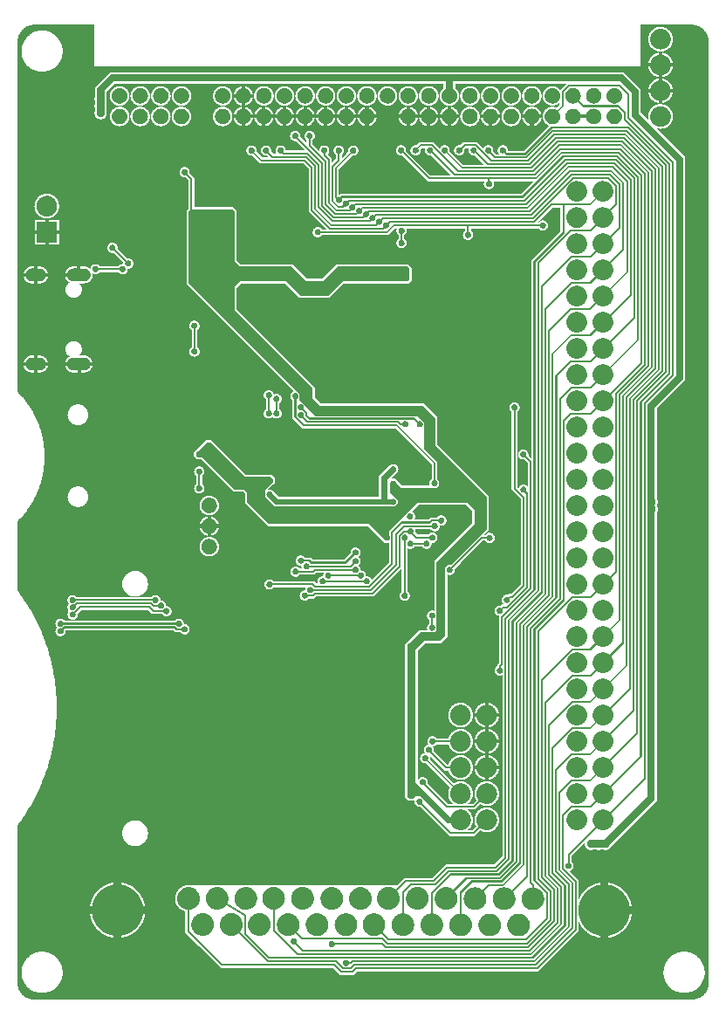
<source format=gbl>
%FSLAX46Y46*%
%MOMM*%
%LPD*%
G01*
%ADD10C,0.050000*%
D10*
%LPC*%
%LPC*%
G36*
X0073062975Y0100354470D02*
G01*
X0073124523Y0100352914D01*
X0073185713Y0100349817D01*
X0073246488Y0100345201D01*
X0073306830Y0100339083D01*
X0073366719Y0100331482D01*
X0073426137Y0100322416D01*
X0073485065Y0100311905D01*
X0073543484Y0100299968D01*
X0073601375Y0100286622D01*
X0073658718Y0100271886D01*
X0073715496Y0100255780D01*
X0073771689Y0100238322D01*
X0073827279Y0100219531D01*
X0073882246Y0100199425D01*
X0073936572Y0100178023D01*
X0073990239Y0100155345D01*
X0074043226Y0100131408D01*
X0074095517Y0100106232D01*
X0074147091Y0100079835D01*
X0074197930Y0100052236D01*
X0074248016Y0100023453D01*
X0074297330Y0099993506D01*
X0074345852Y0099962413D01*
X0074393565Y0099930193D01*
X0074440450Y0099896865D01*
X0074486488Y0099862447D01*
X0074531660Y0099826958D01*
X0074575948Y0099790416D01*
X0074619332Y0099752841D01*
X0074661796Y0099714251D01*
X0074703319Y0099674665D01*
X0074743883Y0099634101D01*
X0074783469Y0099592578D01*
X0074822059Y0099550115D01*
X0074859634Y0099506730D01*
X0074896176Y0099462442D01*
X0074931665Y0099417270D01*
X0074966083Y0099371232D01*
X0074999411Y0099324347D01*
X0075031631Y0099276634D01*
X0075062724Y0099228112D01*
X0075092671Y0099178798D01*
X0075121453Y0099128712D01*
X0075149052Y0099077873D01*
X0075175449Y0099026299D01*
X0075200626Y0098974009D01*
X0075224563Y0098921021D01*
X0075247241Y0098867355D01*
X0075268643Y0098813028D01*
X0075288748Y0098758061D01*
X0075307540Y0098702472D01*
X0075324998Y0098646278D01*
X0075341104Y0098589501D01*
X0075355839Y0098532157D01*
X0075369185Y0098474266D01*
X0075381123Y0098415848D01*
X0075391634Y0098356920D01*
X0075400699Y0098297502D01*
X0075408301Y0098237612D01*
X0075414419Y0098177270D01*
X0075419035Y0098116495D01*
X0075422131Y0098055305D01*
X0075423688Y0097993757D01*
X0075423819Y0097962807D01*
X0075423819Y0006593373D01*
X0075423688Y0006562423D01*
X0075422131Y0006500875D01*
X0075419035Y0006439685D01*
X0075414419Y0006378910D01*
X0075408301Y0006318568D01*
X0075400699Y0006258679D01*
X0075391634Y0006199261D01*
X0075381123Y0006140333D01*
X0075369185Y0006081914D01*
X0075355839Y0006024023D01*
X0075341104Y0005966680D01*
X0075324998Y0005909902D01*
X0075307540Y0005853709D01*
X0075288748Y0005798119D01*
X0075268643Y0005743152D01*
X0075247241Y0005688826D01*
X0075224563Y0005635159D01*
X0075200626Y0005582172D01*
X0075175449Y0005529881D01*
X0075149052Y0005478307D01*
X0075121453Y0005427468D01*
X0075092671Y0005377382D01*
X0075062724Y0005328068D01*
X0075031631Y0005279546D01*
X0074999411Y0005231833D01*
X0074966083Y0005184948D01*
X0074931665Y0005138910D01*
X0074896176Y0005093738D01*
X0074859634Y0005049450D01*
X0074822059Y0005006066D01*
X0074783469Y0004963602D01*
X0074743883Y0004922079D01*
X0074703319Y0004881515D01*
X0074661796Y0004841929D01*
X0074619332Y0004803339D01*
X0074575948Y0004765764D01*
X0074531660Y0004729222D01*
X0074486488Y0004693733D01*
X0074440450Y0004659315D01*
X0074393565Y0004625987D01*
X0074345852Y0004593767D01*
X0074297330Y0004562674D01*
X0074248016Y0004532727D01*
X0074197930Y0004503945D01*
X0074147091Y0004476346D01*
X0074095517Y0004449949D01*
X0074043226Y0004424772D01*
X0073990239Y0004400835D01*
X0073936572Y0004378157D01*
X0073882246Y0004356755D01*
X0073827279Y0004336650D01*
X0073771689Y0004317858D01*
X0073715496Y0004300400D01*
X0073658718Y0004284294D01*
X0073601375Y0004269559D01*
X0073543484Y0004256213D01*
X0073485065Y0004244275D01*
X0073426137Y0004233764D01*
X0073366719Y0004224699D01*
X0073306830Y0004217097D01*
X0073246488Y0004210979D01*
X0073185713Y0004206363D01*
X0073124523Y0004203267D01*
X0073062975Y0004201710D01*
X0073032025Y0004201579D01*
X0026091646Y0004201579D01*
X0026091646Y0004236857D01*
X0073031946Y0004236857D01*
X0073062456Y0004236986D01*
X0073123185Y0004238522D01*
X0073183484Y0004241573D01*
X0073243372Y0004246122D01*
X0073302829Y0004252150D01*
X0073361838Y0004259640D01*
X0073420378Y0004268571D01*
X0073478436Y0004278927D01*
X0073535988Y0004290688D01*
X0073593020Y0004303836D01*
X0073649513Y0004318352D01*
X0073705448Y0004334219D01*
X0073760806Y0004351418D01*
X0073815569Y0004369930D01*
X0073869720Y0004389737D01*
X0073923238Y0004410820D01*
X0073976109Y0004433163D01*
X0074028310Y0004456744D01*
X0074079827Y0004481548D01*
X0074130636Y0004507553D01*
X0074180724Y0004534745D01*
X0074230070Y0004563102D01*
X0074278654Y0004592606D01*
X0074326462Y0004623241D01*
X0074373472Y0004654986D01*
X0074419665Y0004687823D01*
X0074465026Y0004721735D01*
X0074509533Y0004756702D01*
X0074553171Y0004792707D01*
X0074595918Y0004829730D01*
X0074637757Y0004867753D01*
X0074678672Y0004906759D01*
X0074718639Y0004946726D01*
X0074757645Y0004987640D01*
X0074795668Y0005029480D01*
X0074832691Y0005072227D01*
X0074868696Y0005115865D01*
X0074903663Y0005160372D01*
X0074937575Y0005205733D01*
X0074970412Y0005251926D01*
X0075002157Y0005298936D01*
X0075032792Y0005346744D01*
X0075062296Y0005395328D01*
X0075090653Y0005444674D01*
X0075117845Y0005494762D01*
X0075143850Y0005545571D01*
X0075168654Y0005597088D01*
X0075192235Y0005649289D01*
X0075214578Y0005702160D01*
X0075235661Y0005755678D01*
X0075255468Y0005809829D01*
X0075273980Y0005864592D01*
X0075291179Y0005919950D01*
X0075307046Y0005975885D01*
X0075321562Y0006032377D01*
X0075334710Y0006089409D01*
X0075346471Y0006146962D01*
X0075356827Y0006205020D01*
X0075365758Y0006263560D01*
X0075373247Y0006322569D01*
X0075379276Y0006382026D01*
X0075383825Y0006441914D01*
X0075386876Y0006502213D01*
X0075388412Y0006562942D01*
X0075388541Y0006593451D01*
X0075388541Y0097962729D01*
X0075388412Y0097993238D01*
X0075386876Y0098053967D01*
X0075383825Y0098114267D01*
X0075379276Y0098174154D01*
X0075373247Y0098233612D01*
X0075365758Y0098292620D01*
X0075356827Y0098351161D01*
X0075346471Y0098409218D01*
X0075334710Y0098466771D01*
X0075321562Y0098523803D01*
X0075307046Y0098580296D01*
X0075291179Y0098636230D01*
X0075273980Y0098691588D01*
X0075255468Y0098746352D01*
X0075235661Y0098800503D01*
X0075214578Y0098854021D01*
X0075192235Y0098906891D01*
X0075168654Y0098959093D01*
X0075143850Y0099010609D01*
X0075117845Y0099061418D01*
X0075090653Y0099111506D01*
X0075062296Y0099160852D01*
X0075032792Y0099209436D01*
X0075002157Y0099257244D01*
X0074970412Y0099304254D01*
X0074937575Y0099350447D01*
X0074903663Y0099395808D01*
X0074868696Y0099440316D01*
X0074832691Y0099483953D01*
X0074795668Y0099526700D01*
X0074757645Y0099568540D01*
X0074718639Y0099609455D01*
X0074678672Y0099649421D01*
X0074637757Y0099688428D01*
X0074595918Y0099726451D01*
X0074553171Y0099763473D01*
X0074509533Y0099799478D01*
X0074465026Y0099834445D01*
X0074419665Y0099868358D01*
X0074373472Y0099901194D01*
X0074326462Y0099932939D01*
X0074278654Y0099963574D01*
X0074230070Y0099993078D01*
X0074180724Y0100021436D01*
X0074130636Y0100048627D01*
X0074079827Y0100074632D01*
X0074028310Y0100099436D01*
X0073976109Y0100123017D01*
X0073923238Y0100145360D01*
X0073869720Y0100166443D01*
X0073815569Y0100186250D01*
X0073760806Y0100204762D01*
X0073705448Y0100221961D01*
X0073649513Y0100237828D01*
X0073593020Y0100252345D01*
X0073535988Y0100265493D01*
X0073478436Y0100277253D01*
X0073420378Y0100287609D01*
X0073361838Y0100296541D01*
X0073302829Y0100304030D01*
X0073243372Y0100310058D01*
X0073183484Y0100314607D01*
X0073123185Y0100317659D01*
X0073062456Y0100319194D01*
X0073031946Y0100319323D01*
X0067218215Y0100319323D01*
X0067218215Y0096308244D01*
X0026091646Y0096308244D01*
X0026091646Y0096343521D01*
X0067182937Y0096343521D01*
X0067182937Y0100354601D01*
X0073032025Y0100354601D01*
G37*
G36*
X0015857346Y0096343521D02*
G01*
X0026091646Y0096343521D01*
X0026091646Y0096308244D01*
X0015822069Y0096308244D01*
X0015822069Y0100319323D01*
X0009133449Y0100319323D01*
X0009103022Y0100319194D01*
X0009042449Y0100317659D01*
X0008982295Y0100314607D01*
X0008922545Y0100310059D01*
X0008863214Y0100304030D01*
X0008804324Y0100296541D01*
X0008745889Y0100287610D01*
X0008687933Y0100277255D01*
X0008630469Y0100265494D01*
X0008573520Y0100252346D01*
X0008517102Y0100237829D01*
X0008461232Y0100221962D01*
X0008405935Y0100204764D01*
X0008351221Y0100186252D01*
X0008297114Y0100166445D01*
X0008243632Y0100145361D01*
X0008190794Y0100123019D01*
X0008138615Y0100099437D01*
X0008087118Y0100074634D01*
X0008036321Y0100048628D01*
X0007986239Y0100021436D01*
X0007936894Y0099993078D01*
X0007888306Y0099963574D01*
X0007840489Y0099932939D01*
X0007793465Y0099901193D01*
X0007747253Y0099868355D01*
X0007701871Y0099834443D01*
X0007657337Y0099799475D01*
X0007613670Y0099763470D01*
X0007570890Y0099726446D01*
X0007529014Y0099688422D01*
X0007488062Y0099649416D01*
X0007448051Y0099609447D01*
X0007409002Y0099568533D01*
X0007370932Y0099526692D01*
X0007333861Y0099483944D01*
X0007297807Y0099440307D01*
X0007262788Y0099395798D01*
X0007228824Y0099350437D01*
X0007195933Y0099304243D01*
X0007164133Y0099257232D01*
X0007133445Y0099209425D01*
X0007103885Y0099160839D01*
X0007075473Y0099111493D01*
X0007048228Y0099061405D01*
X0007022167Y0099010595D01*
X0006997311Y0098959079D01*
X0006973677Y0098906878D01*
X0006951283Y0098854008D01*
X0006930150Y0098800489D01*
X0006910294Y0098746338D01*
X0006891737Y0098691576D01*
X0006874493Y0098636217D01*
X0006858585Y0098580285D01*
X0006844029Y0098523792D01*
X0006830845Y0098466762D01*
X0006819051Y0098409208D01*
X0006808665Y0098351153D01*
X0006799708Y0098292612D01*
X0006792196Y0098233606D01*
X0006786149Y0098174150D01*
X0006781586Y0098114263D01*
X0006778525Y0098053965D01*
X0006776984Y0097993237D01*
X0006776855Y0097962728D01*
X0006776855Y0063652295D01*
X0006846438Y0063587971D01*
X0006993992Y0063445719D01*
X0007137938Y0063299783D01*
X0007278175Y0063150262D01*
X0007414628Y0062997232D01*
X0007547221Y0062840767D01*
X0007675880Y0062680940D01*
X0007800529Y0062517827D01*
X0007921094Y0062351501D01*
X0008037499Y0062182038D01*
X0008149669Y0062009511D01*
X0008257530Y0061833995D01*
X0008361005Y0061655565D01*
X0008460012Y0061474311D01*
X0008531158Y0061336454D01*
X0008577258Y0061243741D01*
X0008622193Y0061150378D01*
X0008665961Y0061056355D01*
X0008708554Y0060961683D01*
X0008749960Y0060866370D01*
X0008790172Y0060770427D01*
X0008829180Y0060673861D01*
X0008866974Y0060576684D01*
X0008903545Y0060478904D01*
X0008938883Y0060380530D01*
X0008972980Y0060281571D01*
X0009005825Y0060182038D01*
X0009037410Y0060081939D01*
X0009067725Y0059981283D01*
X0009096761Y0059880081D01*
X0009124507Y0059778340D01*
X0009150956Y0059676072D01*
X0009176097Y0059573284D01*
X0009199921Y0059469986D01*
X0009222419Y0059366188D01*
X0009243581Y0059261899D01*
X0009263397Y0059157128D01*
X0009281860Y0059051885D01*
X0009298958Y0058946179D01*
X0009314683Y0058840019D01*
X0009329026Y0058733414D01*
X0009341976Y0058626375D01*
X0009353525Y0058518909D01*
X0009363663Y0058411028D01*
X0009372381Y0058302739D01*
X0009379670Y0058194053D01*
X0009385519Y0058084978D01*
X0009389920Y0057975525D01*
X0009392864Y0057865701D01*
X0009394340Y0057755538D01*
X0009394463Y0057700280D01*
X0009394340Y0057645021D01*
X0009392864Y0057534852D01*
X0009389920Y0057425019D01*
X0009385519Y0057315551D01*
X0009379670Y0057206458D01*
X0009372381Y0057097749D01*
X0009363663Y0056989434D01*
X0009353525Y0056881522D01*
X0009341976Y0056774023D01*
X0009329026Y0056666947D01*
X0009314683Y0056560303D01*
X0009298958Y0056454101D01*
X0009281860Y0056348351D01*
X0009263398Y0056243061D01*
X0009243581Y0056138241D01*
X0009222419Y0056033902D01*
X0009199921Y0055930053D01*
X0009176097Y0055826702D01*
X0009150956Y0055723861D01*
X0009124508Y0055621538D01*
X0009096761Y0055519743D01*
X0009067726Y0055418485D01*
X0009037411Y0055317775D01*
X0009005826Y0055217621D01*
X0008972981Y0055118033D01*
X0008938884Y0055019021D01*
X0008903546Y0054920595D01*
X0008866975Y0054822763D01*
X0008829181Y0054725536D01*
X0008790173Y0054628923D01*
X0008749961Y0054532934D01*
X0008708555Y0054437577D01*
X0008665963Y0054342863D01*
X0008622194Y0054248802D01*
X0008577259Y0054155402D01*
X0008531167Y0054062674D01*
X0008483927Y0053970626D01*
X0008435539Y0053879253D01*
X0008360997Y0053743443D01*
X0008257530Y0053565003D01*
X0008149669Y0053389479D01*
X0008037498Y0053216966D01*
X0007921093Y0053047539D01*
X0007800527Y0052881274D01*
X0007675877Y0052718248D01*
X0007547217Y0052558538D01*
X0007414622Y0052402219D01*
X0007278168Y0052249369D01*
X0007137929Y0052100062D01*
X0006993980Y0051954376D01*
X0006846424Y0051812413D01*
X0006776855Y0051748252D01*
X0006776855Y0044396009D01*
X0006828827Y0044328768D01*
X0006938965Y0044183791D01*
X0007047684Y0044037663D01*
X0007154965Y0043890409D01*
X0007260797Y0043742037D01*
X0007365171Y0043592560D01*
X0007468076Y0043441986D01*
X0007569502Y0043290328D01*
X0007669438Y0043137594D01*
X0007767874Y0042983797D01*
X0007864799Y0042828945D01*
X0007960204Y0042673051D01*
X0008054078Y0042516123D01*
X0008146410Y0042358174D01*
X0008237191Y0042199213D01*
X0008326409Y0042039250D01*
X0008414055Y0041878297D01*
X0008500118Y0041716364D01*
X0008584588Y0041553460D01*
X0008667455Y0041389598D01*
X0008748707Y0041224787D01*
X0008828336Y0041059038D01*
X0008906330Y0040892361D01*
X0008982679Y0040724767D01*
X0009057372Y0040556267D01*
X0009130400Y0040386870D01*
X0009201753Y0040216588D01*
X0009271419Y0040045430D01*
X0009339388Y0039873408D01*
X0009405650Y0039700532D01*
X0009470195Y0039526812D01*
X0009533012Y0039352259D01*
X0009594092Y0039176884D01*
X0009653423Y0039000697D01*
X0009710995Y0038823708D01*
X0009766798Y0038645928D01*
X0009820822Y0038467367D01*
X0009873056Y0038288037D01*
X0009923490Y0038107947D01*
X0009972113Y0037927108D01*
X0010018916Y0037745530D01*
X0010063887Y0037563225D01*
X0010107017Y0037380203D01*
X0010148295Y0037196473D01*
X0010187711Y0037012047D01*
X0010225254Y0036826935D01*
X0010260915Y0036641148D01*
X0010294682Y0036454696D01*
X0010326546Y0036267590D01*
X0010356496Y0036079840D01*
X0010384521Y0035891457D01*
X0010410612Y0035702451D01*
X0010434758Y0035512833D01*
X0010456949Y0035322613D01*
X0010477174Y0035131802D01*
X0010495423Y0034940411D01*
X0010511686Y0034748449D01*
X0010525952Y0034555928D01*
X0010538211Y0034362858D01*
X0010548453Y0034169249D01*
X0010556667Y0033975112D01*
X0010562843Y0033780458D01*
X0010566971Y0033585297D01*
X0010569040Y0033389655D01*
X0010569212Y0033291608D01*
X0010569040Y0033193561D01*
X0010566971Y0032997919D01*
X0010562843Y0032802758D01*
X0010556667Y0032608103D01*
X0010548453Y0032413967D01*
X0010538211Y0032220358D01*
X0010525952Y0032027288D01*
X0010511686Y0031834767D01*
X0010495423Y0031642805D01*
X0010477174Y0031451413D01*
X0010456949Y0031260602D01*
X0010434758Y0031070383D01*
X0010410612Y0030880765D01*
X0010384521Y0030691759D01*
X0010356496Y0030503376D01*
X0010326546Y0030315626D01*
X0010294682Y0030128519D01*
X0010260915Y0029942067D01*
X0010225254Y0029756280D01*
X0010187711Y0029571169D01*
X0010148295Y0029386743D01*
X0010107017Y0029203013D01*
X0010063887Y0029019990D01*
X0010018916Y0028837685D01*
X0009972113Y0028656108D01*
X0009923490Y0028475269D01*
X0009873056Y0028295179D01*
X0009820822Y0028115849D01*
X0009766798Y0027937288D01*
X0009710995Y0027759508D01*
X0009653423Y0027582519D01*
X0009594092Y0027406332D01*
X0009533012Y0027230956D01*
X0009470195Y0027056403D01*
X0009405650Y0026882684D01*
X0009339388Y0026709808D01*
X0009271419Y0026537785D01*
X0009201753Y0026366628D01*
X0009130400Y0026196346D01*
X0009057372Y0026026949D01*
X0008982679Y0025858448D01*
X0008906330Y0025690854D01*
X0008828336Y0025524178D01*
X0008748707Y0025358428D01*
X0008667455Y0025193617D01*
X0008584588Y0025029755D01*
X0008500118Y0024866852D01*
X0008414055Y0024704919D01*
X0008326409Y0024543966D01*
X0008237191Y0024384003D01*
X0008146410Y0024225042D01*
X0008054078Y0024067092D01*
X0007960204Y0023910165D01*
X0007864799Y0023754270D01*
X0007767874Y0023599419D01*
X0007669438Y0023445621D01*
X0007569502Y0023292888D01*
X0007468076Y0023141229D01*
X0007365171Y0022990656D01*
X0007260797Y0022841178D01*
X0007154965Y0022692807D01*
X0007047684Y0022545552D01*
X0006938965Y0022399425D01*
X0006828827Y0022254447D01*
X0006776855Y0022187207D01*
X0006776855Y0006593452D01*
X0006776984Y0006562943D01*
X0006778525Y0006502215D01*
X0006781586Y0006441917D01*
X0006786149Y0006382030D01*
X0006792196Y0006322575D01*
X0006799708Y0006263568D01*
X0006808665Y0006205027D01*
X0006819051Y0006146972D01*
X0006830845Y0006089418D01*
X0006844029Y0006032388D01*
X0006858585Y0005975896D01*
X0006874493Y0005919963D01*
X0006891737Y0005864604D01*
X0006910294Y0005809842D01*
X0006930150Y0005755691D01*
X0006951283Y0005702173D01*
X0006973677Y0005649302D01*
X0006997311Y0005597101D01*
X0007022167Y0005545585D01*
X0007048228Y0005494775D01*
X0007075473Y0005444687D01*
X0007103885Y0005395342D01*
X0007133445Y0005346756D01*
X0007164133Y0005298948D01*
X0007195933Y0005251938D01*
X0007228824Y0005205744D01*
X0007262788Y0005160383D01*
X0007297807Y0005115873D01*
X0007333861Y0005072236D01*
X0007370932Y0005029488D01*
X0007409002Y0004987648D01*
X0007448051Y0004946733D01*
X0007488062Y0004906764D01*
X0007529014Y0004867758D01*
X0007570890Y0004829735D01*
X0007613670Y0004792711D01*
X0007657337Y0004756705D01*
X0007701871Y0004721737D01*
X0007747253Y0004687825D01*
X0007793465Y0004654988D01*
X0007840489Y0004623241D01*
X0007888306Y0004592607D01*
X0007936894Y0004563102D01*
X0007986239Y0004534744D01*
X0008036321Y0004507553D01*
X0008087118Y0004481547D01*
X0008138615Y0004456744D01*
X0008190794Y0004433161D01*
X0008243632Y0004410820D01*
X0008297114Y0004389736D01*
X0008351221Y0004369928D01*
X0008405935Y0004351416D01*
X0008461232Y0004334218D01*
X0008517102Y0004318351D01*
X0008573520Y0004303834D01*
X0008630469Y0004290687D01*
X0008687933Y0004278926D01*
X0008745889Y0004268571D01*
X0008804324Y0004259639D01*
X0008863214Y0004252150D01*
X0008922545Y0004246122D01*
X0008982295Y0004241573D01*
X0009042449Y0004238522D01*
X0009103022Y0004236986D01*
X0009133449Y0004236857D01*
X0026091646Y0004236857D01*
X0026091646Y0004201579D01*
X0009133371Y0004201579D01*
X0009102502Y0004201710D01*
X0009041108Y0004203267D01*
X0008980063Y0004206363D01*
X0008919422Y0004210980D01*
X0008859205Y0004217098D01*
X0008799432Y0004224699D01*
X0008740121Y0004233765D01*
X0008681292Y0004244276D01*
X0008622964Y0004256214D01*
X0008565155Y0004269560D01*
X0008507886Y0004284295D01*
X0008451174Y0004300402D01*
X0008395040Y0004317860D01*
X0008339502Y0004336651D01*
X0008284580Y0004356757D01*
X0008230292Y0004378158D01*
X0008176657Y0004400837D01*
X0008123695Y0004424773D01*
X0008071424Y0004449949D01*
X0008019863Y0004476346D01*
X0007969031Y0004503945D01*
X0007918948Y0004532727D01*
X0007869632Y0004562674D01*
X0007821101Y0004593766D01*
X0007773376Y0004625985D01*
X0007726475Y0004659313D01*
X0007680416Y0004693731D01*
X0007635219Y0004729219D01*
X0007590903Y0004765760D01*
X0007547486Y0004803334D01*
X0007504988Y0004841924D01*
X0007463427Y0004881509D01*
X0007422822Y0004922073D01*
X0007383192Y0004963595D01*
X0007344556Y0005006057D01*
X0007306933Y0005049442D01*
X0007270342Y0005093729D01*
X0007234802Y0005138900D01*
X0007200331Y0005184937D01*
X0007166949Y0005231822D01*
X0007134675Y0005279534D01*
X0007103527Y0005328056D01*
X0007073525Y0005377369D01*
X0007044688Y0005427455D01*
X0007017033Y0005478294D01*
X0006990581Y0005529868D01*
X0006965351Y0005582158D01*
X0006941361Y0005635146D01*
X0006918630Y0005688812D01*
X0006897178Y0005743139D01*
X0006877023Y0005798106D01*
X0006858185Y0005853696D01*
X0006840682Y0005909890D01*
X0006824533Y0005966668D01*
X0006809757Y0006024013D01*
X0006796374Y0006081904D01*
X0006784402Y0006140323D01*
X0006773861Y0006199252D01*
X0006764768Y0006258672D01*
X0006757144Y0006318562D01*
X0006751007Y0006378905D01*
X0006746376Y0006439682D01*
X0006743270Y0006500873D01*
X0006741708Y0006562422D01*
X0006741577Y0006593373D01*
X0006741577Y0022199252D01*
X0006800827Y0022275907D01*
X0006910766Y0022420623D01*
X0007019275Y0022566469D01*
X0007126348Y0022713438D01*
X0007231974Y0022861519D01*
X0007336146Y0023010708D01*
X0007438850Y0023160987D01*
X0007540079Y0023312352D01*
X0007639821Y0023464789D01*
X0007738064Y0023618285D01*
X0007834803Y0023772839D01*
X0007930021Y0023928428D01*
X0008023712Y0024085050D01*
X0008115864Y0024242690D01*
X0008206468Y0024401343D01*
X0008295512Y0024560993D01*
X0008382988Y0024721634D01*
X0008468883Y0024883251D01*
X0008553187Y0025045835D01*
X0008635893Y0025209378D01*
X0008716985Y0025373864D01*
X0008796461Y0025539295D01*
X0008874300Y0025705643D01*
X0008950501Y0025872910D01*
X0009025047Y0026041078D01*
X0009097933Y0026210146D01*
X0009169147Y0026380097D01*
X0009238675Y0026550916D01*
X0009306512Y0026722604D01*
X0009372644Y0026895138D01*
X0009437064Y0027068522D01*
X0009499757Y0027242731D01*
X0009560716Y0027417761D01*
X0009619932Y0027593606D01*
X0009677391Y0027770247D01*
X0009733085Y0027947678D01*
X0009787003Y0028125890D01*
X0009839134Y0028304868D01*
X0009889469Y0028484606D01*
X0009937998Y0028665090D01*
X0009984709Y0028846313D01*
X0010029592Y0029028260D01*
X0010072638Y0029210925D01*
X0010113835Y0029394296D01*
X0010153174Y0029578364D01*
X0010190644Y0029763112D01*
X0010226234Y0029948533D01*
X0010259936Y0030134625D01*
X0010291738Y0030321367D01*
X0010321629Y0030508749D01*
X0010349600Y0030696766D01*
X0010375640Y0030885404D01*
X0010399740Y0031074656D01*
X0010421887Y0031264505D01*
X0010442073Y0031454946D01*
X0010460287Y0031645971D01*
X0010476518Y0031837558D01*
X0010490757Y0032029710D01*
X0010502992Y0032222407D01*
X0010513214Y0032415645D01*
X0010521413Y0032609407D01*
X0010527577Y0032803692D01*
X0010531697Y0032998478D01*
X0010533762Y0033193779D01*
X0010533935Y0033291608D01*
X0010533762Y0033389437D01*
X0010531697Y0033584738D01*
X0010527577Y0033779523D01*
X0010521413Y0033973809D01*
X0010513214Y0034167571D01*
X0010502992Y0034360809D01*
X0010490757Y0034553506D01*
X0010476518Y0034745658D01*
X0010460287Y0034937245D01*
X0010442073Y0035128269D01*
X0010421887Y0035318711D01*
X0010399740Y0035508560D01*
X0010375640Y0035697812D01*
X0010349600Y0035886449D01*
X0010321629Y0036074466D01*
X0010291738Y0036261848D01*
X0010259936Y0036448591D01*
X0010226234Y0036634682D01*
X0010190644Y0036820104D01*
X0010153174Y0037004852D01*
X0010113835Y0037188919D01*
X0010072638Y0037372290D01*
X0010029592Y0037554955D01*
X0009984709Y0037736903D01*
X0009937998Y0037918125D01*
X0009889469Y0038098610D01*
X0009839134Y0038278347D01*
X0009787003Y0038457325D01*
X0009733085Y0038635538D01*
X0009677391Y0038812969D01*
X0009619932Y0038989610D01*
X0009560716Y0039165455D01*
X0009499757Y0039340485D01*
X0009437064Y0039514693D01*
X0009372644Y0039688077D01*
X0009306512Y0039860612D01*
X0009238675Y0040032300D01*
X0009169147Y0040203119D01*
X0009097933Y0040373070D01*
X0009025047Y0040542137D01*
X0008950501Y0040710305D01*
X0008874300Y0040877573D01*
X0008796461Y0041043921D01*
X0008716985Y0041209351D01*
X0008635893Y0041373838D01*
X0008553187Y0041537381D01*
X0008468883Y0041699965D01*
X0008382988Y0041861581D01*
X0008295512Y0042022223D01*
X0008206468Y0042181872D01*
X0008115864Y0042340526D01*
X0008023712Y0042498166D01*
X0007930021Y0042654788D01*
X0007834803Y0042810377D01*
X0007738064Y0042964931D01*
X0007639821Y0043118427D01*
X0007540079Y0043270864D01*
X0007438850Y0043422229D01*
X0007336146Y0043572507D01*
X0007231974Y0043721696D01*
X0007126348Y0043869778D01*
X0007019275Y0044016747D01*
X0006910766Y0044162592D01*
X0006800827Y0044307309D01*
X0006741577Y0044383964D01*
X0006741577Y0051763707D01*
X0006822235Y0051838094D01*
X0006969200Y0051979489D01*
X0007112521Y0052124540D01*
X0007252148Y0052273195D01*
X0007388008Y0052425380D01*
X0007520025Y0052581017D01*
X0007648124Y0052740032D01*
X0007772230Y0052902346D01*
X0007892270Y0053067885D01*
X0008008168Y0053236573D01*
X0008119849Y0053408333D01*
X0008227238Y0053583089D01*
X0008330270Y0053760781D01*
X0008404486Y0053895994D01*
X0008452646Y0053986938D01*
X0008499677Y0054078577D01*
X0008545569Y0054170903D01*
X0008590305Y0054263890D01*
X0008633882Y0054357540D01*
X0008676286Y0054451836D01*
X0008717512Y0054546776D01*
X0008757547Y0054642344D01*
X0008796383Y0054738531D01*
X0008834010Y0054835330D01*
X0008870421Y0054932734D01*
X0008905603Y0055030725D01*
X0008939550Y0055129301D01*
X0008972251Y0055228451D01*
X0009003697Y0055328165D01*
X0009033879Y0055428433D01*
X0009062786Y0055529242D01*
X0009090411Y0055630592D01*
X0009116743Y0055732466D01*
X0009141773Y0055834851D01*
X0009165493Y0055937750D01*
X0009187892Y0056041144D01*
X0009208961Y0056145025D01*
X0009228690Y0056249385D01*
X0009247072Y0056354212D01*
X0009264096Y0056459502D01*
X0009279751Y0056565236D01*
X0009294032Y0056671417D01*
X0009306926Y0056778027D01*
X0009318424Y0056885055D01*
X0009328518Y0056992500D01*
X0009337198Y0057100343D01*
X0009344455Y0057208582D01*
X0009350279Y0057317206D01*
X0009354662Y0057426198D01*
X0009357592Y0057535563D01*
X0009359063Y0057645296D01*
X0009359186Y0057700280D01*
X0009359063Y0057755263D01*
X0009357592Y0057864991D01*
X0009354662Y0057974345D01*
X0009350280Y0058083323D01*
X0009344455Y0058191928D01*
X0009337198Y0058300146D01*
X0009328518Y0058407960D01*
X0009318424Y0058515376D01*
X0009306926Y0058622370D01*
X0009294032Y0058728944D01*
X0009279752Y0058835082D01*
X0009264096Y0058940776D01*
X0009247072Y0059046021D01*
X0009228690Y0059150803D01*
X0009208961Y0059255112D01*
X0009187892Y0059358944D01*
X0009165493Y0059462286D01*
X0009141774Y0059565129D01*
X0009116744Y0059667463D01*
X0009090412Y0059769282D01*
X0009062787Y0059870575D01*
X0009033879Y0059971332D01*
X0009003698Y0060071544D01*
X0008972252Y0060171203D01*
X0008939552Y0060270296D01*
X0008905605Y0060368820D01*
X0008870422Y0060466760D01*
X0008834012Y0060564111D01*
X0008796384Y0060660861D01*
X0008757548Y0060757002D01*
X0008717513Y0060852524D01*
X0008676288Y0060947417D01*
X0008633884Y0061041672D01*
X0008590307Y0061135284D01*
X0008545568Y0061228239D01*
X0008499688Y0061320510D01*
X0008428853Y0061457763D01*
X0008330262Y0061638257D01*
X0008227238Y0061815908D01*
X0008119849Y0061990658D01*
X0008008167Y0062162433D01*
X0007892268Y0062331159D01*
X0007772228Y0062496762D01*
X0007648121Y0062659165D01*
X0007520019Y0062818299D01*
X0007388003Y0062974085D01*
X0007252140Y0063126453D01*
X0007112510Y0063275326D01*
X0006969188Y0063420630D01*
X0006822220Y0063562316D01*
X0006741577Y0063636864D01*
X0006741577Y0097962807D01*
X0006741708Y0097993758D01*
X0006743270Y0098055307D01*
X0006746376Y0098116498D01*
X0006751007Y0098177275D01*
X0006757144Y0098237618D01*
X0006764768Y0098297509D01*
X0006773861Y0098356928D01*
X0006784402Y0098415857D01*
X0006796374Y0098474276D01*
X0006809757Y0098532168D01*
X0006824533Y0098589512D01*
X0006840682Y0098646290D01*
X0006858185Y0098702484D01*
X0006877023Y0098758074D01*
X0006897178Y0098813042D01*
X0006918630Y0098867368D01*
X0006941361Y0098921034D01*
X0006965351Y0098974022D01*
X0006990581Y0099026312D01*
X0007017033Y0099077886D01*
X0007044688Y0099128725D01*
X0007073525Y0099178811D01*
X0007103527Y0099228124D01*
X0007134675Y0099276646D01*
X0007166949Y0099324359D01*
X0007200331Y0099371243D01*
X0007234802Y0099417280D01*
X0007270342Y0099462451D01*
X0007306933Y0099506739D01*
X0007344556Y0099550123D01*
X0007383192Y0099592585D01*
X0007422822Y0099634108D01*
X0007463427Y0099674671D01*
X0007504988Y0099714257D01*
X0007547486Y0099752846D01*
X0007590903Y0099790420D01*
X0007635219Y0099826961D01*
X0007680416Y0099862450D01*
X0007726475Y0099896867D01*
X0007773376Y0099930195D01*
X0007821101Y0099962414D01*
X0007869632Y0099993507D01*
X0007918948Y0100023453D01*
X0007969031Y0100052235D01*
X0008019863Y0100079834D01*
X0008071424Y0100106231D01*
X0008123695Y0100131407D01*
X0008176657Y0100155343D01*
X0008230292Y0100178022D01*
X0008284580Y0100199423D01*
X0008339502Y0100219529D01*
X0008395040Y0100238321D01*
X0008451174Y0100255779D01*
X0008507886Y0100271885D01*
X0008565155Y0100286620D01*
X0008622964Y0100299967D01*
X0008681292Y0100311904D01*
X0008740121Y0100322416D01*
X0008799432Y0100331481D01*
X0008859205Y0100339082D01*
X0008919422Y0100345201D01*
X0008980063Y0100349817D01*
X0009041108Y0100352914D01*
X0009102502Y0100354470D01*
X0009133371Y0100354601D01*
X0015857346Y0100354601D01*
G37*
%LPD*%
%LPD*%
G36*
X0064430136Y0075700122D02*
G01*
X0063148417Y0074418403D01*
X0061296335Y0074418403D01*
X0058860917Y0071982985D01*
X0058860917Y0044339344D01*
X0056038698Y0041517124D01*
X0056038698Y0018350229D01*
X0054406592Y0016718123D01*
X0051136299Y0016718123D01*
X0049179511Y0014764818D01*
X0049054897Y0014889654D01*
X0051063328Y0016894512D01*
X0054333529Y0016894512D01*
X0055862309Y0018423292D01*
X0055862309Y0041590187D01*
X0058684529Y0044412407D01*
X0058684529Y0072056047D01*
X0061223273Y0074594792D01*
X0063075354Y0074594792D01*
X0064305410Y0075824848D01*
G37*
%LPD*%
%LPD*%
G36*
X0064264331Y0070450794D02*
G01*
X0063141361Y0069327824D01*
X0061282224Y0069327824D01*
X0059566472Y0067612072D01*
X0059566472Y0044085344D01*
X0056744253Y0041263125D01*
X0056744253Y0018089174D01*
X0054692341Y0016037263D01*
X0053327093Y0016037263D01*
X0051860676Y0014570846D01*
X0051735950Y0014695571D01*
X0053254030Y0016213652D01*
X0054619279Y0016213652D01*
X0056567864Y0018162237D01*
X0056567864Y0041336187D01*
X0059390084Y0044158407D01*
X0059390084Y0067685135D01*
X0061209162Y0069504213D01*
X0063068299Y0069504213D01*
X0064139605Y0070575519D01*
G37*
%LPD*%
%LPD*%
G36*
X0064511356Y0073255455D02*
G01*
X0063127317Y0071867822D01*
X0061222208Y0071867822D01*
X0059213695Y0069862748D01*
X0059213695Y0044205289D01*
X0056391475Y0041383069D01*
X0056391475Y0018219702D01*
X0054554758Y0016382985D01*
X0051683150Y0016382985D01*
X0050648258Y0015348093D01*
X0050648258Y0011870961D01*
X0050471870Y0011870961D01*
X0050471870Y0015421156D01*
X0051610087Y0016559373D01*
X0054481696Y0016559373D01*
X0056215086Y0018292764D01*
X0056215086Y0041456132D01*
X0059037306Y0044278351D01*
X0059037306Y0069935899D01*
X0061149234Y0072044211D01*
X0063054121Y0072044211D01*
X0064386468Y0073380019D01*
G37*
%LPD*%
%LPD*%
G36*
X0064532442Y0080871839D02*
G01*
X0063148417Y0079487815D01*
X0061236363Y0079487815D01*
X0058155362Y0076406814D01*
X0058155362Y0044618070D01*
X0055333143Y0041792323D01*
X0055333143Y0018618340D01*
X0054110259Y0017395456D01*
X0049418319Y0017395456D01*
X0048120098Y0016097235D01*
X0045721211Y0016097235D01*
X0045039097Y0015415121D01*
X0045039097Y0012343683D01*
X0044862708Y0012343683D01*
X0044862708Y0015488184D01*
X0045648148Y0016273624D01*
X0048047035Y0016273624D01*
X0049345256Y0017571845D01*
X0054037196Y0017571845D01*
X0055156754Y0018691403D01*
X0055156754Y0041865321D01*
X0057978974Y0044691068D01*
X0057978974Y0076479877D01*
X0061163301Y0079664203D01*
X0063075354Y0079664203D01*
X0064407716Y0080996565D01*
G37*
%LPD*%
%LPD*%
G36*
X0064546633Y0068189571D02*
G01*
X0063152011Y0066791354D01*
X0061268113Y0066791354D01*
X0059919250Y0065442491D01*
X0059919250Y0043947761D01*
X0057097030Y0041125541D01*
X0057097030Y0016977925D01*
X0054668784Y0014549679D01*
X0054544058Y0014674405D01*
X0056920641Y0017050988D01*
X0056920641Y0041198604D01*
X0059742861Y0044020824D01*
X0059742861Y0065515554D01*
X0061195050Y0066967743D01*
X0063078816Y0066967743D01*
X0064421747Y0068314136D01*
G37*
%LPD*%
%LPD*%
G36*
X0064423081Y0078222481D02*
G01*
X0063159000Y0076958400D01*
X0061271641Y0076958400D01*
X0058508140Y0074194899D01*
X0058508140Y0044480455D01*
X0055685920Y0041658235D01*
X0055685920Y0018480690D01*
X0054261886Y0017060317D01*
X0049577120Y0017060317D01*
X0047847205Y0015326978D01*
X0047847205Y0012851682D01*
X0047670817Y0012851682D01*
X0047670817Y0015399938D01*
X0049503955Y0017236706D01*
X0054188957Y0017236706D01*
X0055509532Y0018553886D01*
X0055509532Y0041731298D01*
X0058331751Y0044553518D01*
X0058331751Y0074267962D01*
X0061198578Y0077134789D01*
X0063085938Y0077134789D01*
X0064298355Y0078347206D01*
G37*
%LPD*%
%LPD*%
G36*
X0064405442Y0062957801D02*
G01*
X0063166056Y0061718415D01*
X0061201085Y0061718415D01*
X0060624805Y0061142134D01*
X0060624805Y0043693761D01*
X0057802585Y0040871542D01*
X0057802585Y0016624275D01*
X0059040834Y0015393081D01*
X0059040834Y0012882222D01*
X0056886661Y0010724434D01*
X0043545530Y0010724434D01*
X0042122686Y0012150871D01*
X0042247569Y0012275439D01*
X0043618722Y0010900823D01*
X0056813511Y0010900823D01*
X0058864445Y0012955198D01*
X0058864445Y0015319723D01*
X0057626196Y0016550917D01*
X0057626196Y0040944604D01*
X0060448416Y0043766824D01*
X0060448416Y0061215196D01*
X0061128023Y0061894803D01*
X0063092993Y0061894803D01*
X0064280716Y0063082526D01*
G37*
%LPD*%
%LPD*%
G36*
X0064468942Y0065578937D02*
G01*
X0063159000Y0064268996D01*
X0061317419Y0064268996D01*
X0060272027Y0063226965D01*
X0060272027Y0043813706D01*
X0057449808Y0040991486D01*
X0057449808Y0016401877D01*
X0057661474Y0016190211D01*
X0057661474Y0014813125D01*
X0057485085Y0014813125D01*
X0057485085Y0016117148D01*
X0057273419Y0016328815D01*
X0057273419Y0041064549D01*
X0060095638Y0043886768D01*
X0060095638Y0063300194D01*
X0061244523Y0064445384D01*
X0063085938Y0064445384D01*
X0064344216Y0065703663D01*
G37*
%LPD*%
%LPD*%
G36*
X0060610693Y0079356034D02*
G01*
X0057802585Y0076547925D01*
X0057802585Y0044737982D01*
X0054980365Y0041915763D01*
X0054980365Y0018741812D01*
X0053972675Y0017734122D01*
X0049270152Y0017734122D01*
X0047961348Y0016425318D01*
X0045248489Y0016425318D01*
X0043662128Y0014838957D01*
X0043537402Y0014963682D01*
X0045175427Y0016601707D01*
X0047888285Y0016601707D01*
X0049197089Y0017910511D01*
X0053899613Y0017910511D01*
X0054803977Y0018814875D01*
X0054803977Y0041988826D01*
X0057626196Y0044811045D01*
X0057626196Y0076620988D01*
X0060434305Y0079429096D01*
X0060434305Y0082116007D01*
X0060610693Y0082116007D01*
G37*
%LPD*%
%LPD*%
G36*
X0066431521Y0084283314D02*
G01*
X0066431521Y0077701507D01*
X0064567719Y0075837705D01*
X0064442994Y0075962431D01*
X0066255133Y0077774570D01*
X0066255133Y0084210251D01*
X0065167325Y0085298059D01*
X0061151673Y0085298059D01*
X0057235844Y0081385757D01*
X0041710131Y0081385757D01*
X0041411408Y0081087034D01*
X0041286682Y0081211759D01*
X0041637069Y0081562146D01*
X0057162828Y0081562146D01*
X0061078657Y0085474448D01*
X0065240387Y0085474448D01*
G37*
%LPD*%
%LPD*%
G36*
X0067133549Y0084579706D02*
G01*
X0067133549Y0073323507D01*
X0064246653Y0070440172D01*
X0064122005Y0070564974D01*
X0066957160Y0073396634D01*
X0066957160Y0084506525D01*
X0065456661Y0086003614D01*
X0060858891Y0086003614D01*
X0056932478Y0082077201D01*
X0040387478Y0082077201D01*
X0040067641Y0081754100D01*
X0039942284Y0081878191D01*
X0040313891Y0082253590D01*
X0056859416Y0082253590D01*
X0060785829Y0086180003D01*
X0065529606Y0086180003D01*
G37*
%LPD*%
%LPD*%
G36*
X0066784299Y0084424357D02*
G01*
X0066784299Y0075528398D01*
X0064059720Y0072803819D01*
X0063934994Y0072928545D01*
X0066607910Y0075601461D01*
X0066607910Y0084351430D01*
X0065311896Y0085650837D01*
X0061007058Y0085650837D01*
X0057084173Y0081727952D01*
X0041050438Y0081727952D01*
X0040762297Y0081439811D01*
X0040637571Y0081564537D01*
X0040977375Y0081904340D01*
X0057011110Y0081904340D01*
X0060933995Y0085827226D01*
X0065385093Y0085827226D01*
G37*
%LPD*%
%LPD*%
G36*
X0065718911Y0083976397D02*
G01*
X0065718911Y0082090059D01*
X0064666497Y0081037645D01*
X0064541771Y0081162371D01*
X0065542522Y0082163121D01*
X0065542522Y0083903335D01*
X0064853353Y0084592504D01*
X0061469196Y0084592504D01*
X0057571005Y0080694314D01*
X0043029519Y0080694314D01*
X0042826045Y0080490840D01*
X0042701320Y0080615565D01*
X0042956456Y0080870702D01*
X0057497943Y0080870702D01*
X0061396134Y0084768893D01*
X0064926415Y0084768893D01*
G37*
%LPD*%
%LPD*%
G36*
X0067479270Y0084720758D02*
G01*
X0067479270Y0071118654D01*
X0063925633Y0067568571D01*
X0063800970Y0067693359D01*
X0067302882Y0071191769D01*
X0067302882Y0084647695D01*
X0065594185Y0086356392D01*
X0060693086Y0086356392D01*
X0056756090Y0082419395D01*
X0039742167Y0082419395D01*
X0039598771Y0082273012D01*
X0039472766Y0082396445D01*
X0039668037Y0082595784D01*
X0056683027Y0082595784D01*
X0060620023Y0086532780D01*
X0065667248Y0086532780D01*
G37*
%LPD*%
%LPD*%
G36*
X0066071688Y0084138675D02*
G01*
X0066071688Y0079878144D01*
X0064490108Y0078296564D01*
X0064365383Y0078421290D01*
X0065895300Y0079951207D01*
X0065895300Y0084065612D01*
X0065015630Y0084945282D01*
X0061303414Y0084945282D01*
X0057398168Y0081036508D01*
X0042369825Y0081036508D01*
X0042074629Y0080741312D01*
X0041949904Y0080866037D01*
X0042296763Y0081212896D01*
X0057325059Y0081212896D01*
X0061230305Y0085121671D01*
X0065088693Y0085121671D01*
G37*
%LPD*%
%LPD*%
G36*
X0047555654Y0084726560D02*
G01*
X0057801331Y0084726560D01*
X0060313107Y0087238335D01*
X0065917720Y0087238335D01*
X0068156603Y0084999452D01*
X0068156603Y0066705434D01*
X0064211414Y0062760245D01*
X0064086688Y0062884971D01*
X0067980214Y0066778497D01*
X0067980214Y0084926389D01*
X0065844657Y0087061947D01*
X0060386169Y0087061947D01*
X0057874394Y0084550171D01*
X0047482591Y0084550171D01*
X0044786234Y0087246528D01*
X0044910960Y0087371254D01*
G37*
%LPD*%
%LPD*%
G36*
X0067817937Y0084865397D02*
G01*
X0067817937Y0068927908D01*
X0063967969Y0065081492D01*
X0063843301Y0065206275D01*
X0067641548Y0069001019D01*
X0067641548Y0084792334D01*
X0065724713Y0086709169D01*
X0060537841Y0086709169D01*
X0056586733Y0082761589D01*
X0039071356Y0082761589D01*
X0038712660Y0082402894D01*
X0038587934Y0082527619D01*
X0038998293Y0082937978D01*
X0056513717Y0082937978D01*
X0060464824Y0086885558D01*
X0065797776Y0086885558D01*
G37*
%LPD*%
%LPD*%
G36*
X0050377873Y0085410948D02*
G01*
X0057487359Y0085410948D01*
X0060020302Y0087943890D01*
X0066175212Y0087943890D01*
X0068826880Y0085295820D01*
X0068826880Y0066437291D01*
X0066046994Y0063660932D01*
X0066046994Y0041767596D01*
X0064729997Y0040450599D01*
X0064605271Y0040575325D01*
X0065870605Y0041840659D01*
X0065870605Y0063734060D01*
X0068650492Y0066510419D01*
X0068650492Y0085222687D01*
X0066102220Y0087767501D01*
X0060093364Y0087767501D01*
X0057560422Y0085234559D01*
X0050304811Y0085234559D01*
X0047768341Y0087771029D01*
X0046702100Y0087771029D01*
X0046184688Y0087250258D01*
X0046059559Y0087374579D01*
X0046628702Y0087947418D01*
X0047841403Y0087947418D01*
G37*
%LPD*%
%LPD*%
G36*
X0068491742Y0085147619D02*
G01*
X0068491742Y0066571379D01*
X0065715383Y0063795020D01*
X0065715383Y0046491286D01*
X0064613580Y0045389484D01*
X0064488855Y0045514209D01*
X0065538994Y0046564349D01*
X0065538994Y0063868083D01*
X0068315353Y0066644441D01*
X0068315353Y0085074556D01*
X0065975185Y0087414724D01*
X0060237967Y0087414724D01*
X0057715608Y0084895893D01*
X0049944978Y0084895893D01*
X0047523787Y0087317083D01*
X0047648513Y0087441809D01*
X0050018040Y0085072282D01*
X0057642618Y0085072282D01*
X0060164976Y0087591113D01*
X0066048248Y0087591113D01*
G37*
%LPD*%
%LPD*%
G36*
X0069165547Y0085443952D02*
G01*
X0069165547Y0066313851D01*
X0066399771Y0063548076D01*
X0066399771Y0039576848D01*
X0064352525Y0037529602D01*
X0064227799Y0037654328D01*
X0066223383Y0039649911D01*
X0066223383Y0063621139D01*
X0068989158Y0066386914D01*
X0068989158Y0085370889D01*
X0066239768Y0088120279D01*
X0059952218Y0088120279D01*
X0057398109Y0085569698D01*
X0050692866Y0085569698D01*
X0049072480Y0087190084D01*
X0049197206Y0087314809D01*
X0050765928Y0085746087D01*
X0057325118Y0085746087D01*
X0059879226Y0088296668D01*
X0066312831Y0088296668D01*
G37*
%LPD*%
%LPD*%
G36*
X0069846407Y0085719118D02*
G01*
X0069846407Y0066066907D01*
X0067080632Y0063301132D01*
X0067080632Y0035177679D01*
X0064454788Y0032555398D01*
X0064330147Y0032680208D01*
X0066904243Y0035250811D01*
X0066904243Y0063374194D01*
X0069670018Y0066139970D01*
X0069670018Y0085646055D01*
X0066490240Y0088825834D01*
X0059669996Y0088825834D01*
X0057087665Y0086247031D01*
X0053532724Y0086247031D01*
X0052005198Y0087774557D01*
X0050952900Y0087774557D01*
X0050474260Y0087295917D01*
X0050349535Y0087420642D01*
X0050879838Y0087950946D01*
X0052078261Y0087950946D01*
X0053605787Y0086423419D01*
X0057014673Y0086423419D01*
X0059597004Y0089002223D01*
X0066563303Y0089002223D01*
G37*
%LPD*%
%LPD*%
G36*
X0069504213Y0085588590D02*
G01*
X0069504213Y0066190379D01*
X0066745493Y0063431660D01*
X0066745493Y0037379045D01*
X0064652386Y0035285938D01*
X0064527660Y0035410663D01*
X0066569105Y0037452108D01*
X0066569105Y0063504722D01*
X0069327824Y0066263442D01*
X0069327824Y0085515528D01*
X0066370296Y0088473056D01*
X0059807614Y0088473056D01*
X0057239395Y0085904837D01*
X0053172891Y0085904837D01*
X0051757117Y0087320611D01*
X0051881842Y0087445337D01*
X0053245954Y0086081225D01*
X0057166332Y0086081225D01*
X0059734552Y0088649445D01*
X0066443358Y0088649445D01*
G37*
%LPD*%
%LPD*%
G36*
X0070530795Y0085997837D02*
G01*
X0070530795Y0065812907D01*
X0067772076Y0063054188D01*
X0067772076Y0030799773D01*
X0064430169Y0027454311D01*
X0064305377Y0027578971D01*
X0067595687Y0030872781D01*
X0067595687Y0063127250D01*
X0070354407Y0065885970D01*
X0070354407Y0085924725D01*
X0066744265Y0089531389D01*
X0059408976Y0089531389D01*
X0056787839Y0086910252D01*
X0054968529Y0086910252D01*
X0054699281Y0087179500D01*
X0054824006Y0087304226D01*
X0055041591Y0087086641D01*
X0056714777Y0087086641D01*
X0059335913Y0089707777D01*
X0066817277Y0089707777D01*
G37*
%LPD*%
%LPD*%
G36*
X0070185073Y0085863757D02*
G01*
X0070185073Y0065943468D01*
X0067426354Y0063181221D01*
X0067426354Y0033011660D01*
X0064394858Y0029980165D01*
X0064270133Y0030104890D01*
X0067249965Y0033084723D01*
X0067249965Y0063254217D01*
X0070008685Y0066016465D01*
X0070008685Y0085790694D01*
X0066620768Y0089178611D01*
X0059532483Y0089178611D01*
X0056939569Y0086582169D01*
X0053896085Y0086582169D01*
X0053267004Y0087211250D01*
X0053391730Y0087335976D01*
X0053969148Y0086758558D01*
X0056866436Y0086758558D01*
X0059459350Y0089355000D01*
X0066693830Y0089355000D01*
G37*
%LPD*%
%LPD*%
G36*
X0066900715Y0092869917D02*
G01*
X0066900715Y0090583940D01*
X0071236350Y0086251833D01*
X0071236350Y0065534180D01*
X0068477631Y0062778988D01*
X0068477631Y0026404138D01*
X0061111637Y0019038145D01*
X0061111637Y0017928150D01*
X0060935249Y0017928150D01*
X0060935249Y0019111208D01*
X0068301242Y0026477201D01*
X0068301242Y0062852117D01*
X0071059962Y0065607309D01*
X0071059962Y0086178728D01*
X0066724327Y0090510835D01*
X0066724327Y0092796854D01*
X0065964602Y0093556579D01*
X0061056447Y0093556579D01*
X0060536610Y0093036743D01*
X0060536610Y0091622000D01*
X0059646346Y0090735370D01*
X0059521876Y0090860350D01*
X0060360221Y0091695274D01*
X0060360221Y0093109806D01*
X0060983384Y0093732968D01*
X0066037664Y0093732968D01*
G37*
%LPD*%
%LPD*%
G36*
X0062516945Y0091746831D02*
G01*
X0065893025Y0091746831D01*
X0066544410Y0091095446D01*
X0066544410Y0090456940D01*
X0070890628Y0086114250D01*
X0070890628Y0065678852D01*
X0068131909Y0062920132D01*
X0068131909Y0028591382D01*
X0064222026Y0024677948D01*
X0064097243Y0024802617D01*
X0067955520Y0028664398D01*
X0067955520Y0062993195D01*
X0070714240Y0065751914D01*
X0070714240Y0086041145D01*
X0066368021Y0090383836D01*
X0066368021Y0091022384D01*
X0065819963Y0091570442D01*
X0062443883Y0091570442D01*
X0061359719Y0092654606D01*
X0061484444Y0092779332D01*
G37*
%LPD*%
%LPD*%
G36*
X0064772330Y0040496460D02*
G01*
X0063137834Y0038861964D01*
X0061359835Y0038861964D01*
X0058490501Y0035992630D01*
X0058490501Y0016916859D01*
X0059732278Y0015671555D01*
X0059732278Y0012607012D01*
X0057137089Y0010011824D01*
X0043263373Y0010011824D01*
X0042981151Y0010294046D01*
X0038205798Y0010294046D01*
X0038205798Y0010470435D01*
X0043054213Y0010470435D01*
X0043336435Y0010188213D01*
X0057064027Y0010188213D01*
X0059555889Y0012680075D01*
X0059555889Y0015598638D01*
X0058314112Y0016843943D01*
X0058314112Y0036065692D01*
X0061286773Y0039038352D01*
X0063064771Y0039038352D01*
X0064647605Y0040621186D01*
G37*
%LPD*%
%LPD*%
G36*
X0064373692Y0045156651D02*
G01*
X0063159000Y0043941959D01*
X0061373946Y0043941959D01*
X0058155362Y0040723375D01*
X0058155362Y0016765312D01*
X0059390084Y0015534119D01*
X0059390084Y0012741068D01*
X0057013617Y0010364601D01*
X0043415067Y0010364601D01*
X0042977623Y0010802045D01*
X0035188297Y0010802045D01*
X0033687856Y0012302487D01*
X0033812581Y0012427212D01*
X0035261360Y0010978434D01*
X0043050686Y0010978434D01*
X0043488130Y0010540990D01*
X0056940554Y0010540990D01*
X0059213695Y0012814131D01*
X0059213695Y0015460908D01*
X0057978974Y0016692101D01*
X0057978974Y0040796438D01*
X0061300884Y0044118348D01*
X0063085938Y0044118348D01*
X0064248966Y0045281376D01*
G37*
%LPD*%
%LPD*%
G36*
X0064666424Y0037847028D02*
G01*
X0063141300Y0036325494D01*
X0061381037Y0036325494D01*
X0058843278Y0033784278D01*
X0058843278Y0017057969D01*
X0060070944Y0015826776D01*
X0060070944Y0012469462D01*
X0057274706Y0009669630D01*
X0035237686Y0009669630D01*
X0034333438Y0010573877D01*
X0034458164Y0010698603D01*
X0035310748Y0009846019D01*
X0057201577Y0009846019D01*
X0059894555Y0012542459D01*
X0059894555Y0015753861D01*
X0058666890Y0016985055D01*
X0058666890Y0033857270D01*
X0061307904Y0036501883D01*
X0063068360Y0036501883D01*
X0064541845Y0037971901D01*
G37*
%LPD*%
%LPD*%
G36*
X0064641803Y0032738884D02*
G01*
X0063137834Y0031234915D01*
X0061363363Y0031234915D01*
X0059520611Y0029392163D01*
X0059520611Y0017354449D01*
X0060769443Y0016109145D01*
X0060769443Y0012187207D01*
X0057571005Y0008988769D01*
X0031967439Y0008988769D01*
X0029566278Y0011389930D01*
X0029566278Y0013112533D01*
X0026881683Y0014744823D01*
X0026973322Y0014895539D01*
X0029742667Y0013211720D01*
X0029742667Y0011462993D01*
X0032040501Y0009165158D01*
X0057497943Y0009165158D01*
X0060593055Y0012260270D01*
X0060593055Y0016035936D01*
X0059344222Y0017281241D01*
X0059344222Y0029465226D01*
X0061290300Y0031411304D01*
X0063064771Y0031411304D01*
X0064517077Y0032863610D01*
G37*
%LPD*%
%LPD*%
G36*
X0064482969Y0035123576D02*
G01*
X0063137764Y0033781968D01*
X0061366932Y0033781968D01*
X0059189000Y0031600591D01*
X0059189000Y0017199154D01*
X0060423721Y0015964433D01*
X0060423721Y0012328318D01*
X0057422839Y0009327436D01*
X0034676770Y0009327436D01*
X0032342637Y0011661569D01*
X0032342637Y0014830764D01*
X0032519025Y0014830764D01*
X0032519025Y0011734632D01*
X0034749832Y0009503824D01*
X0057349776Y0009503824D01*
X0060247333Y0012401381D01*
X0060247333Y0015891371D01*
X0059012612Y0017126092D01*
X0059012612Y0031673572D01*
X0061293787Y0033958357D01*
X0063064840Y0033958357D01*
X0064358411Y0035248469D01*
G37*
%LPD*%
%LPD*%
G36*
X0064380747Y0027401362D02*
G01*
X0063134306Y0026154920D01*
X0061338669Y0026154920D01*
X0060215583Y0025031834D01*
X0060215583Y0017636598D01*
X0061467943Y0016384238D01*
X0061467943Y0011919071D01*
X0057846146Y0008300853D01*
X0040274327Y0008300853D01*
X0039907439Y0007933965D01*
X0039118238Y0007933965D01*
X0038409155Y0008643047D01*
X0031808689Y0008643047D01*
X0027909361Y0012542375D01*
X0028034087Y0012667101D01*
X0031881752Y0008819436D01*
X0038482218Y0008819436D01*
X0039191300Y0008110354D01*
X0039834376Y0008110354D01*
X0040201265Y0008477242D01*
X0057773135Y0008477242D01*
X0061291554Y0011992185D01*
X0061291554Y0016311176D01*
X0060039194Y0017563536D01*
X0060039194Y0025104897D01*
X0061265606Y0026331309D01*
X0063061243Y0026331309D01*
X0064256022Y0027526087D01*
G37*
%LPD*%
%LPD*%
G36*
X0064377220Y0029951943D02*
G01*
X0063127250Y0028701973D01*
X0061342196Y0028701973D01*
X0059866333Y0027226110D01*
X0059866333Y0017488432D01*
X0061115165Y0016239600D01*
X0061115165Y0012046096D01*
X0057708589Y0008639520D01*
X0040115577Y0008639520D01*
X0039914494Y0008438437D01*
X0039539296Y0008438437D01*
X0039539296Y0008614825D01*
X0039841432Y0008614825D01*
X0040042515Y0008815908D01*
X0057635526Y0008815908D01*
X0060938777Y0012119159D01*
X0060938777Y0016166537D01*
X0059689944Y0017415369D01*
X0059689944Y0027299173D01*
X0061269134Y0028878362D01*
X0063054188Y0028878362D01*
X0064252494Y0030076668D01*
G37*
%LPD*%
%LPD*%
G36*
X0064345566Y0024805016D02*
G01*
X0063176719Y0023632561D01*
X0061356198Y0023632561D01*
X0060571888Y0022851560D01*
X0060571888Y0017763598D01*
X0061817192Y0016518294D01*
X0061817192Y0011777961D01*
X0057987259Y0007951604D01*
X0040429549Y0007951604D01*
X0040073244Y0007595298D01*
X0038956091Y0007595298D01*
X0038257591Y0008290270D01*
X0027356610Y0008290270D01*
X0024038255Y0011612208D01*
X0024038255Y0014492098D01*
X0024214644Y0014492098D01*
X0024214644Y0011685215D01*
X0027429728Y0008466659D01*
X0038330393Y0008466659D01*
X0039028892Y0007771687D01*
X0040000181Y0007771687D01*
X0040356487Y0008127992D01*
X0057914244Y0008127992D01*
X0061640804Y0011851072D01*
X0061640804Y0016445231D01*
X0060395499Y0017690535D01*
X0060395499Y0022924841D01*
X0061283354Y0023808950D01*
X0063103497Y0023808950D01*
X0064220648Y0024929549D01*
G37*
%LPD*%
%LPD*%
G36*
X0025276504Y0054581727D02*
G01*
X0025100115Y0054581727D01*
X0025100115Y0056250364D01*
X0025276504Y0056250364D01*
G37*
%LPD*%
G36*
X0011398239Y0078422427D02*
G01*
X0009401519Y0078422427D01*
X0009401519Y0080419147D01*
X0011398239Y0080419147D01*
G37*
%LPD*%
G36*
X0065480798Y0091404473D02*
G01*
X0065519220Y0091402525D01*
X0065557110Y0091398677D01*
X0065594423Y0091392976D01*
X0065631109Y0091385469D01*
X0065667123Y0091376203D01*
X0065702416Y0091365225D01*
X0065736943Y0091352584D01*
X0065770654Y0091338325D01*
X0065803505Y0091322496D01*
X0065835446Y0091305144D01*
X0065866431Y0091286318D01*
X0065896412Y0091266062D01*
X0065925344Y0091244426D01*
X0065953177Y0091221456D01*
X0065979865Y0091197199D01*
X0066005362Y0091171703D01*
X0066029618Y0091145015D01*
X0066052588Y0091117181D01*
X0066074225Y0091088250D01*
X0066094480Y0091058268D01*
X0066113307Y0091027283D01*
X0066130658Y0090995342D01*
X0066146487Y0090962492D01*
X0066160746Y0090928780D01*
X0066173388Y0090894254D01*
X0066184365Y0090858960D01*
X0066193631Y0090822947D01*
X0066201138Y0090786260D01*
X0066206839Y0090748948D01*
X0066210688Y0090711057D01*
X0066212635Y0090672636D01*
X0066212799Y0090653221D01*
X0066212635Y0090633806D01*
X0066210688Y0090595385D01*
X0066206839Y0090557494D01*
X0066201138Y0090520182D01*
X0066193631Y0090483495D01*
X0066184365Y0090447482D01*
X0066173388Y0090412188D01*
X0066160746Y0090377662D01*
X0066146487Y0090343950D01*
X0066130658Y0090311100D01*
X0066113307Y0090279159D01*
X0066094480Y0090248174D01*
X0066074225Y0090218192D01*
X0066052588Y0090189261D01*
X0066029618Y0090161427D01*
X0066005362Y0090134739D01*
X0065979865Y0090109243D01*
X0065953177Y0090084986D01*
X0065925344Y0090062016D01*
X0065896412Y0090040380D01*
X0065866431Y0090020125D01*
X0065835446Y0090001298D01*
X0065803505Y0089983946D01*
X0065770654Y0089968117D01*
X0065736943Y0089953858D01*
X0065702416Y0089941217D01*
X0065667123Y0089930239D01*
X0065631109Y0089920973D01*
X0065594423Y0089913466D01*
X0065557110Y0089907765D01*
X0065519220Y0089903917D01*
X0065480798Y0089901969D01*
X0065461383Y0089901805D01*
X0065441969Y0089901969D01*
X0065403547Y0089903917D01*
X0065365656Y0089907765D01*
X0065328344Y0089913466D01*
X0065291658Y0089920973D01*
X0065255644Y0089930239D01*
X0065220350Y0089941217D01*
X0065185824Y0089953858D01*
X0065152112Y0089968117D01*
X0065119262Y0089983946D01*
X0065087321Y0090001298D01*
X0065056336Y0090020125D01*
X0065026354Y0090040380D01*
X0064997423Y0090062016D01*
X0064969590Y0090084986D01*
X0064942901Y0090109243D01*
X0064917405Y0090134739D01*
X0064893149Y0090161427D01*
X0064870178Y0090189261D01*
X0064848542Y0090218192D01*
X0064828287Y0090248174D01*
X0064809460Y0090279159D01*
X0064792108Y0090311100D01*
X0064776280Y0090343950D01*
X0064762021Y0090377662D01*
X0064749379Y0090412188D01*
X0064738402Y0090447482D01*
X0064729136Y0090483495D01*
X0064721628Y0090520182D01*
X0064715927Y0090557494D01*
X0064712079Y0090595385D01*
X0064710132Y0090633806D01*
X0064709967Y0090653221D01*
X0064710132Y0090672636D01*
X0064712079Y0090711057D01*
X0064715927Y0090748948D01*
X0064721628Y0090786260D01*
X0064729136Y0090822947D01*
X0064738402Y0090858960D01*
X0064749379Y0090894254D01*
X0064762021Y0090928780D01*
X0064776280Y0090962492D01*
X0064792108Y0090995342D01*
X0064809460Y0091027283D01*
X0064828287Y0091058268D01*
X0064848542Y0091088250D01*
X0064870178Y0091117181D01*
X0064893149Y0091145015D01*
X0064917405Y0091171703D01*
X0064942901Y0091197199D01*
X0064969590Y0091221456D01*
X0064997423Y0091244426D01*
X0065026354Y0091266062D01*
X0065056336Y0091286318D01*
X0065087321Y0091305144D01*
X0065119262Y0091322496D01*
X0065152112Y0091338325D01*
X0065185824Y0091352584D01*
X0065220350Y0091365225D01*
X0065255644Y0091376203D01*
X0065291658Y0091385469D01*
X0065328344Y0091392976D01*
X0065365656Y0091398677D01*
X0065403547Y0091402525D01*
X0065441969Y0091404473D01*
X0065461383Y0091404637D01*
G37*
%LPD*%
G36*
X0063480550Y0091404473D02*
G01*
X0063518972Y0091402525D01*
X0063556862Y0091398677D01*
X0063594174Y0091392976D01*
X0063630861Y0091385469D01*
X0063666875Y0091376203D01*
X0063702168Y0091365225D01*
X0063736695Y0091352584D01*
X0063770406Y0091338325D01*
X0063803256Y0091322496D01*
X0063835198Y0091305144D01*
X0063866183Y0091286318D01*
X0063896164Y0091266062D01*
X0063925095Y0091244426D01*
X0063952929Y0091221456D01*
X0063979617Y0091197199D01*
X0064005113Y0091171703D01*
X0064029370Y0091145015D01*
X0064052340Y0091117181D01*
X0064073977Y0091088250D01*
X0064094232Y0091058268D01*
X0064113059Y0091027283D01*
X0064130410Y0090995342D01*
X0064146239Y0090962492D01*
X0064160498Y0090928780D01*
X0064173140Y0090894254D01*
X0064184117Y0090858960D01*
X0064193383Y0090822947D01*
X0064200890Y0090786260D01*
X0064206591Y0090748948D01*
X0064210439Y0090711057D01*
X0064212387Y0090672636D01*
X0064212551Y0090653221D01*
X0064212387Y0090633806D01*
X0064210439Y0090595385D01*
X0064206591Y0090557494D01*
X0064200890Y0090520182D01*
X0064193383Y0090483495D01*
X0064184117Y0090447482D01*
X0064173140Y0090412188D01*
X0064160498Y0090377662D01*
X0064146239Y0090343950D01*
X0064130410Y0090311100D01*
X0064113059Y0090279159D01*
X0064094232Y0090248174D01*
X0064073977Y0090218192D01*
X0064052340Y0090189261D01*
X0064029370Y0090161427D01*
X0064005113Y0090134739D01*
X0063979617Y0090109243D01*
X0063952929Y0090084986D01*
X0063925095Y0090062016D01*
X0063896164Y0090040380D01*
X0063866183Y0090020125D01*
X0063835198Y0090001298D01*
X0063803256Y0089983946D01*
X0063770406Y0089968117D01*
X0063736695Y0089953858D01*
X0063702168Y0089941217D01*
X0063666875Y0089930239D01*
X0063630861Y0089920973D01*
X0063594174Y0089913466D01*
X0063556862Y0089907765D01*
X0063518972Y0089903917D01*
X0063480550Y0089901969D01*
X0063461135Y0089901805D01*
X0063441721Y0089901969D01*
X0063403299Y0089903917D01*
X0063365408Y0089907765D01*
X0063328096Y0089913466D01*
X0063291410Y0089920973D01*
X0063255396Y0089930239D01*
X0063220102Y0089941217D01*
X0063185576Y0089953858D01*
X0063151864Y0089968117D01*
X0063119014Y0089983946D01*
X0063087073Y0090001298D01*
X0063056088Y0090020125D01*
X0063026106Y0090040380D01*
X0062997175Y0090062016D01*
X0062969342Y0090084986D01*
X0062942653Y0090109243D01*
X0062917157Y0090134739D01*
X0062892900Y0090161427D01*
X0062869930Y0090189261D01*
X0062848294Y0090218192D01*
X0062828039Y0090248174D01*
X0062809212Y0090279159D01*
X0062791860Y0090311100D01*
X0062776032Y0090343950D01*
X0062761773Y0090377662D01*
X0062749131Y0090412188D01*
X0062738153Y0090447482D01*
X0062728887Y0090483495D01*
X0062721380Y0090520182D01*
X0062715679Y0090557494D01*
X0062711831Y0090595385D01*
X0062709884Y0090633806D01*
X0062709719Y0090653221D01*
X0062709884Y0090672636D01*
X0062711831Y0090711057D01*
X0062715679Y0090748948D01*
X0062721380Y0090786260D01*
X0062728887Y0090822947D01*
X0062738153Y0090858960D01*
X0062749131Y0090894254D01*
X0062761773Y0090928780D01*
X0062776032Y0090962492D01*
X0062791860Y0090995342D01*
X0062809212Y0091027283D01*
X0062828039Y0091058268D01*
X0062848294Y0091088250D01*
X0062869930Y0091117181D01*
X0062892900Y0091145015D01*
X0062917157Y0091171703D01*
X0062942653Y0091197199D01*
X0062969342Y0091221456D01*
X0062997175Y0091244426D01*
X0063026106Y0091266062D01*
X0063056088Y0091286318D01*
X0063087073Y0091305144D01*
X0063119014Y0091322496D01*
X0063151864Y0091338325D01*
X0063185576Y0091352584D01*
X0063220102Y0091365225D01*
X0063255396Y0091376203D01*
X0063291410Y0091385469D01*
X0063328096Y0091392976D01*
X0063365408Y0091398677D01*
X0063403299Y0091402525D01*
X0063441721Y0091404473D01*
X0063461135Y0091404637D01*
G37*
%LPD*%
G36*
X0065480798Y0093404721D02*
G01*
X0065519220Y0093402773D01*
X0065557110Y0093398925D01*
X0065594423Y0093393224D01*
X0065631109Y0093385717D01*
X0065667123Y0093376451D01*
X0065702416Y0093365474D01*
X0065736943Y0093352832D01*
X0065770654Y0093338573D01*
X0065803505Y0093322744D01*
X0065835446Y0093305393D01*
X0065866431Y0093286566D01*
X0065896412Y0093266310D01*
X0065925344Y0093244674D01*
X0065953177Y0093221704D01*
X0065979865Y0093197447D01*
X0066005362Y0093171951D01*
X0066029618Y0093145263D01*
X0066052588Y0093117429D01*
X0066074225Y0093088498D01*
X0066094480Y0093058517D01*
X0066113307Y0093027532D01*
X0066130658Y0092995590D01*
X0066146487Y0092962740D01*
X0066160746Y0092929028D01*
X0066173388Y0092894502D01*
X0066184365Y0092859209D01*
X0066193631Y0092823195D01*
X0066201138Y0092786508D01*
X0066206839Y0092749196D01*
X0066210688Y0092711306D01*
X0066212635Y0092672884D01*
X0066212799Y0092653469D01*
X0066212635Y0092634055D01*
X0066210688Y0092595633D01*
X0066206839Y0092557742D01*
X0066201138Y0092520430D01*
X0066193631Y0092483743D01*
X0066184365Y0092447730D01*
X0066173388Y0092412436D01*
X0066160746Y0092377910D01*
X0066146487Y0092344198D01*
X0066130658Y0092311348D01*
X0066113307Y0092279407D01*
X0066094480Y0092248422D01*
X0066074225Y0092218440D01*
X0066052588Y0092189509D01*
X0066029618Y0092161676D01*
X0066005362Y0092134987D01*
X0065979865Y0092109491D01*
X0065953177Y0092085234D01*
X0065925344Y0092062264D01*
X0065896412Y0092040628D01*
X0065866431Y0092020373D01*
X0065835446Y0092001546D01*
X0065803505Y0091984194D01*
X0065770654Y0091968365D01*
X0065736943Y0091954107D01*
X0065702416Y0091941465D01*
X0065667123Y0091930487D01*
X0065631109Y0091921221D01*
X0065594423Y0091913714D01*
X0065557110Y0091908013D01*
X0065519220Y0091904165D01*
X0065480798Y0091902217D01*
X0065461383Y0091902053D01*
X0065441969Y0091902217D01*
X0065403547Y0091904165D01*
X0065365656Y0091908013D01*
X0065328344Y0091913714D01*
X0065291658Y0091921221D01*
X0065255644Y0091930487D01*
X0065220350Y0091941465D01*
X0065185824Y0091954107D01*
X0065152112Y0091968365D01*
X0065119262Y0091984194D01*
X0065087321Y0092001546D01*
X0065056336Y0092020373D01*
X0065026354Y0092040628D01*
X0064997423Y0092062264D01*
X0064969590Y0092085234D01*
X0064942901Y0092109491D01*
X0064917405Y0092134987D01*
X0064893149Y0092161676D01*
X0064870178Y0092189509D01*
X0064848542Y0092218440D01*
X0064828287Y0092248422D01*
X0064809460Y0092279407D01*
X0064792108Y0092311348D01*
X0064776280Y0092344198D01*
X0064762021Y0092377910D01*
X0064749379Y0092412436D01*
X0064738402Y0092447730D01*
X0064729136Y0092483743D01*
X0064721628Y0092520430D01*
X0064715927Y0092557742D01*
X0064712079Y0092595633D01*
X0064710132Y0092634055D01*
X0064709967Y0092653469D01*
X0064710132Y0092672884D01*
X0064712079Y0092711306D01*
X0064715927Y0092749196D01*
X0064721628Y0092786508D01*
X0064729136Y0092823195D01*
X0064738402Y0092859209D01*
X0064749379Y0092894502D01*
X0064762021Y0092929028D01*
X0064776280Y0092962740D01*
X0064792108Y0092995590D01*
X0064809460Y0093027532D01*
X0064828287Y0093058517D01*
X0064848542Y0093088498D01*
X0064870178Y0093117429D01*
X0064893149Y0093145263D01*
X0064917405Y0093171951D01*
X0064942901Y0093197447D01*
X0064969590Y0093221704D01*
X0064997423Y0093244674D01*
X0065026354Y0093266310D01*
X0065056336Y0093286566D01*
X0065087321Y0093305393D01*
X0065119262Y0093322744D01*
X0065152112Y0093338573D01*
X0065185824Y0093352832D01*
X0065220350Y0093365474D01*
X0065255644Y0093376451D01*
X0065291658Y0093385717D01*
X0065328344Y0093393224D01*
X0065365656Y0093398925D01*
X0065403547Y0093402773D01*
X0065441969Y0093404721D01*
X0065461383Y0093404885D01*
G37*
%LPD*%
G36*
X0063480550Y0093404721D02*
G01*
X0063518972Y0093402773D01*
X0063556862Y0093398925D01*
X0063594174Y0093393224D01*
X0063630861Y0093385717D01*
X0063666875Y0093376451D01*
X0063702168Y0093365474D01*
X0063736695Y0093352832D01*
X0063770406Y0093338573D01*
X0063803256Y0093322744D01*
X0063835198Y0093305393D01*
X0063866183Y0093286566D01*
X0063896164Y0093266310D01*
X0063925095Y0093244674D01*
X0063952929Y0093221704D01*
X0063979617Y0093197447D01*
X0064005113Y0093171951D01*
X0064029370Y0093145263D01*
X0064052340Y0093117429D01*
X0064073977Y0093088498D01*
X0064094232Y0093058517D01*
X0064113059Y0093027532D01*
X0064130410Y0092995590D01*
X0064146239Y0092962740D01*
X0064160498Y0092929028D01*
X0064173140Y0092894502D01*
X0064184117Y0092859209D01*
X0064193383Y0092823195D01*
X0064200890Y0092786508D01*
X0064206591Y0092749196D01*
X0064210439Y0092711306D01*
X0064212387Y0092672884D01*
X0064212551Y0092653469D01*
X0064212387Y0092634055D01*
X0064210439Y0092595633D01*
X0064206591Y0092557742D01*
X0064200890Y0092520430D01*
X0064193383Y0092483743D01*
X0064184117Y0092447730D01*
X0064173140Y0092412436D01*
X0064160498Y0092377910D01*
X0064146239Y0092344198D01*
X0064130410Y0092311348D01*
X0064113059Y0092279407D01*
X0064094232Y0092248422D01*
X0064073977Y0092218440D01*
X0064052340Y0092189509D01*
X0064029370Y0092161676D01*
X0064005113Y0092134987D01*
X0063979617Y0092109491D01*
X0063952929Y0092085234D01*
X0063925095Y0092062264D01*
X0063896164Y0092040628D01*
X0063866183Y0092020373D01*
X0063835198Y0092001546D01*
X0063803256Y0091984194D01*
X0063770406Y0091968365D01*
X0063736695Y0091954107D01*
X0063702168Y0091941465D01*
X0063666875Y0091930487D01*
X0063630861Y0091921221D01*
X0063594174Y0091913714D01*
X0063556862Y0091908013D01*
X0063518972Y0091904165D01*
X0063480550Y0091902217D01*
X0063461135Y0091902053D01*
X0063441721Y0091902217D01*
X0063403299Y0091904165D01*
X0063365408Y0091908013D01*
X0063328096Y0091913714D01*
X0063291410Y0091921221D01*
X0063255396Y0091930487D01*
X0063220102Y0091941465D01*
X0063185576Y0091954107D01*
X0063151864Y0091968365D01*
X0063119014Y0091984194D01*
X0063087073Y0092001546D01*
X0063056088Y0092020373D01*
X0063026106Y0092040628D01*
X0062997175Y0092062264D01*
X0062969342Y0092085234D01*
X0062942653Y0092109491D01*
X0062917157Y0092134987D01*
X0062892900Y0092161676D01*
X0062869930Y0092189509D01*
X0062848294Y0092218440D01*
X0062828039Y0092248422D01*
X0062809212Y0092279407D01*
X0062791860Y0092311348D01*
X0062776032Y0092344198D01*
X0062761773Y0092377910D01*
X0062749131Y0092412436D01*
X0062738153Y0092447730D01*
X0062728887Y0092483743D01*
X0062721380Y0092520430D01*
X0062715679Y0092557742D01*
X0062711831Y0092595633D01*
X0062709884Y0092634055D01*
X0062709719Y0092653469D01*
X0062709884Y0092672884D01*
X0062711831Y0092711306D01*
X0062715679Y0092749196D01*
X0062721380Y0092786508D01*
X0062728887Y0092823195D01*
X0062738153Y0092859209D01*
X0062749131Y0092894502D01*
X0062761773Y0092929028D01*
X0062776032Y0092962740D01*
X0062791860Y0092995590D01*
X0062809212Y0093027532D01*
X0062828039Y0093058517D01*
X0062848294Y0093088498D01*
X0062869930Y0093117429D01*
X0062892900Y0093145263D01*
X0062917157Y0093171951D01*
X0062942653Y0093197447D01*
X0062969342Y0093221704D01*
X0062997175Y0093244674D01*
X0063026106Y0093266310D01*
X0063056088Y0093286566D01*
X0063087073Y0093305393D01*
X0063119014Y0093322744D01*
X0063151864Y0093338573D01*
X0063185576Y0093352832D01*
X0063220102Y0093365474D01*
X0063255396Y0093376451D01*
X0063291410Y0093385717D01*
X0063328096Y0093393224D01*
X0063365408Y0093398925D01*
X0063403299Y0093402773D01*
X0063441721Y0093404721D01*
X0063461135Y0093404885D01*
G37*
%LPD*%
G36*
X0061480302Y0091404473D02*
G01*
X0061518724Y0091402525D01*
X0061556614Y0091398677D01*
X0061593926Y0091392976D01*
X0061630613Y0091385469D01*
X0061666626Y0091376203D01*
X0061701920Y0091365225D01*
X0061736446Y0091352584D01*
X0061770158Y0091338325D01*
X0061803008Y0091322496D01*
X0061834949Y0091305144D01*
X0061865935Y0091286318D01*
X0061895916Y0091266062D01*
X0061924847Y0091244426D01*
X0061952681Y0091221456D01*
X0061979369Y0091197199D01*
X0062004865Y0091171703D01*
X0062029122Y0091145015D01*
X0062052092Y0091117181D01*
X0062073728Y0091088250D01*
X0062093984Y0091058268D01*
X0062112811Y0091027283D01*
X0062130162Y0090995342D01*
X0062145991Y0090962492D01*
X0062160250Y0090928780D01*
X0062172892Y0090894254D01*
X0062183869Y0090858960D01*
X0062193135Y0090822947D01*
X0062200642Y0090786260D01*
X0062206343Y0090748948D01*
X0062210191Y0090711057D01*
X0062212139Y0090672636D01*
X0062212303Y0090653221D01*
X0062212139Y0090633806D01*
X0062210191Y0090595385D01*
X0062206343Y0090557494D01*
X0062200642Y0090520182D01*
X0062193135Y0090483495D01*
X0062183869Y0090447482D01*
X0062172892Y0090412188D01*
X0062160250Y0090377662D01*
X0062145991Y0090343950D01*
X0062130162Y0090311100D01*
X0062112811Y0090279159D01*
X0062093984Y0090248174D01*
X0062073728Y0090218192D01*
X0062052092Y0090189261D01*
X0062029122Y0090161427D01*
X0062004865Y0090134739D01*
X0061979369Y0090109243D01*
X0061952681Y0090084986D01*
X0061924847Y0090062016D01*
X0061895916Y0090040380D01*
X0061865935Y0090020125D01*
X0061834949Y0090001298D01*
X0061803008Y0089983946D01*
X0061770158Y0089968117D01*
X0061736446Y0089953858D01*
X0061701920Y0089941217D01*
X0061666626Y0089930239D01*
X0061630613Y0089920973D01*
X0061593926Y0089913466D01*
X0061556614Y0089907765D01*
X0061518724Y0089903917D01*
X0061480302Y0089901969D01*
X0061460887Y0089901805D01*
X0061441473Y0089901969D01*
X0061403051Y0089903917D01*
X0061365160Y0089907765D01*
X0061327848Y0089913466D01*
X0061291161Y0089920973D01*
X0061255148Y0089930239D01*
X0061219854Y0089941217D01*
X0061185328Y0089953858D01*
X0061151616Y0089968117D01*
X0061118766Y0089983946D01*
X0061086825Y0090001298D01*
X0061055840Y0090020125D01*
X0061025858Y0090040380D01*
X0060996927Y0090062016D01*
X0060969094Y0090084986D01*
X0060942405Y0090109243D01*
X0060916909Y0090134739D01*
X0060892652Y0090161427D01*
X0060869682Y0090189261D01*
X0060848046Y0090218192D01*
X0060827791Y0090248174D01*
X0060808964Y0090279159D01*
X0060791612Y0090311100D01*
X0060775783Y0090343950D01*
X0060761525Y0090377662D01*
X0060748883Y0090412188D01*
X0060737905Y0090447482D01*
X0060728639Y0090483495D01*
X0060721132Y0090520182D01*
X0060715431Y0090557494D01*
X0060711583Y0090595385D01*
X0060709635Y0090633806D01*
X0060709471Y0090653221D01*
X0060709635Y0090672636D01*
X0060711583Y0090711057D01*
X0060715431Y0090748948D01*
X0060721132Y0090786260D01*
X0060728639Y0090822947D01*
X0060737905Y0090858960D01*
X0060748883Y0090894254D01*
X0060761525Y0090928780D01*
X0060775783Y0090962492D01*
X0060791612Y0090995342D01*
X0060808964Y0091027283D01*
X0060827791Y0091058268D01*
X0060848046Y0091088250D01*
X0060869682Y0091117181D01*
X0060892652Y0091145015D01*
X0060916909Y0091171703D01*
X0060942405Y0091197199D01*
X0060969094Y0091221456D01*
X0060996927Y0091244426D01*
X0061025858Y0091266062D01*
X0061055840Y0091286318D01*
X0061086825Y0091305144D01*
X0061118766Y0091322496D01*
X0061151616Y0091338325D01*
X0061185328Y0091352584D01*
X0061219854Y0091365225D01*
X0061255148Y0091376203D01*
X0061291161Y0091385469D01*
X0061327848Y0091392976D01*
X0061365160Y0091398677D01*
X0061403051Y0091402525D01*
X0061441473Y0091404473D01*
X0061460887Y0091404637D01*
G37*
%LPD*%
G36*
X0059480054Y0091404473D02*
G01*
X0059518475Y0091402525D01*
X0059556366Y0091398677D01*
X0059593678Y0091392976D01*
X0059630365Y0091385469D01*
X0059666378Y0091376203D01*
X0059701672Y0091365225D01*
X0059736198Y0091352584D01*
X0059769910Y0091338325D01*
X0059802760Y0091322496D01*
X0059834701Y0091305144D01*
X0059865686Y0091286318D01*
X0059895668Y0091266062D01*
X0059924599Y0091244426D01*
X0059952433Y0091221456D01*
X0059979121Y0091197199D01*
X0060004617Y0091171703D01*
X0060028874Y0091145015D01*
X0060051844Y0091117181D01*
X0060073480Y0091088250D01*
X0060093735Y0091058268D01*
X0060112562Y0091027283D01*
X0060129914Y0090995342D01*
X0060145743Y0090962492D01*
X0060160002Y0090928780D01*
X0060172643Y0090894254D01*
X0060183621Y0090858960D01*
X0060192887Y0090822947D01*
X0060200394Y0090786260D01*
X0060206095Y0090748948D01*
X0060209943Y0090711057D01*
X0060211891Y0090672636D01*
X0060212055Y0090653221D01*
X0060211891Y0090633806D01*
X0060209943Y0090595385D01*
X0060206095Y0090557494D01*
X0060200394Y0090520182D01*
X0060192887Y0090483495D01*
X0060183621Y0090447482D01*
X0060172643Y0090412188D01*
X0060160002Y0090377662D01*
X0060145743Y0090343950D01*
X0060129914Y0090311100D01*
X0060112562Y0090279159D01*
X0060093735Y0090248174D01*
X0060073480Y0090218192D01*
X0060051844Y0090189261D01*
X0060028874Y0090161427D01*
X0060004617Y0090134739D01*
X0059979121Y0090109243D01*
X0059952433Y0090084986D01*
X0059924599Y0090062016D01*
X0059895668Y0090040380D01*
X0059865686Y0090020125D01*
X0059834701Y0090001298D01*
X0059802760Y0089983946D01*
X0059769910Y0089968117D01*
X0059736198Y0089953858D01*
X0059701672Y0089941217D01*
X0059666378Y0089930239D01*
X0059630365Y0089920973D01*
X0059593678Y0089913466D01*
X0059556366Y0089907765D01*
X0059518475Y0089903917D01*
X0059480054Y0089901969D01*
X0059460639Y0089901805D01*
X0059441224Y0089901969D01*
X0059402803Y0089903917D01*
X0059364912Y0089907765D01*
X0059327600Y0089913466D01*
X0059290913Y0089920973D01*
X0059254900Y0089930239D01*
X0059219606Y0089941217D01*
X0059185080Y0089953858D01*
X0059151368Y0089968117D01*
X0059118518Y0089983946D01*
X0059086577Y0090001298D01*
X0059055592Y0090020125D01*
X0059025610Y0090040380D01*
X0058996679Y0090062016D01*
X0058968845Y0090084986D01*
X0058942157Y0090109243D01*
X0058916661Y0090134739D01*
X0058892404Y0090161427D01*
X0058869434Y0090189261D01*
X0058847798Y0090218192D01*
X0058827543Y0090248174D01*
X0058808716Y0090279159D01*
X0058791364Y0090311100D01*
X0058775535Y0090343950D01*
X0058761276Y0090377662D01*
X0058748635Y0090412188D01*
X0058737657Y0090447482D01*
X0058728391Y0090483495D01*
X0058720884Y0090520182D01*
X0058715183Y0090557494D01*
X0058711335Y0090595385D01*
X0058709387Y0090633806D01*
X0058709223Y0090653221D01*
X0058709387Y0090672636D01*
X0058711335Y0090711057D01*
X0058715183Y0090748948D01*
X0058720884Y0090786260D01*
X0058728391Y0090822947D01*
X0058737657Y0090858960D01*
X0058748635Y0090894254D01*
X0058761276Y0090928780D01*
X0058775535Y0090962492D01*
X0058791364Y0090995342D01*
X0058808716Y0091027283D01*
X0058827543Y0091058268D01*
X0058847798Y0091088250D01*
X0058869434Y0091117181D01*
X0058892404Y0091145015D01*
X0058916661Y0091171703D01*
X0058942157Y0091197199D01*
X0058968845Y0091221456D01*
X0058996679Y0091244426D01*
X0059025610Y0091266062D01*
X0059055592Y0091286318D01*
X0059086577Y0091305144D01*
X0059118518Y0091322496D01*
X0059151368Y0091338325D01*
X0059185080Y0091352584D01*
X0059219606Y0091365225D01*
X0059254900Y0091376203D01*
X0059290913Y0091385469D01*
X0059327600Y0091392976D01*
X0059364912Y0091398677D01*
X0059402803Y0091402525D01*
X0059441224Y0091404473D01*
X0059460639Y0091404637D01*
G37*
%LPD*%
G36*
X0061480302Y0093404721D02*
G01*
X0061518724Y0093402773D01*
X0061556614Y0093398925D01*
X0061593926Y0093393224D01*
X0061630613Y0093385717D01*
X0061666626Y0093376451D01*
X0061701920Y0093365474D01*
X0061736446Y0093352832D01*
X0061770158Y0093338573D01*
X0061803008Y0093322744D01*
X0061834949Y0093305393D01*
X0061865935Y0093286566D01*
X0061895916Y0093266310D01*
X0061924847Y0093244674D01*
X0061952681Y0093221704D01*
X0061979369Y0093197447D01*
X0062004865Y0093171951D01*
X0062029122Y0093145263D01*
X0062052092Y0093117429D01*
X0062073728Y0093088498D01*
X0062093984Y0093058517D01*
X0062112811Y0093027532D01*
X0062130162Y0092995590D01*
X0062145991Y0092962740D01*
X0062160250Y0092929028D01*
X0062172892Y0092894502D01*
X0062183869Y0092859209D01*
X0062193135Y0092823195D01*
X0062200642Y0092786508D01*
X0062206343Y0092749196D01*
X0062210191Y0092711306D01*
X0062212139Y0092672884D01*
X0062212303Y0092653469D01*
X0062212139Y0092634055D01*
X0062210191Y0092595633D01*
X0062206343Y0092557742D01*
X0062200642Y0092520430D01*
X0062193135Y0092483743D01*
X0062183869Y0092447730D01*
X0062172892Y0092412436D01*
X0062160250Y0092377910D01*
X0062145991Y0092344198D01*
X0062130162Y0092311348D01*
X0062112811Y0092279407D01*
X0062093984Y0092248422D01*
X0062073728Y0092218440D01*
X0062052092Y0092189509D01*
X0062029122Y0092161676D01*
X0062004865Y0092134987D01*
X0061979369Y0092109491D01*
X0061952681Y0092085234D01*
X0061924847Y0092062264D01*
X0061895916Y0092040628D01*
X0061865935Y0092020373D01*
X0061834949Y0092001546D01*
X0061803008Y0091984194D01*
X0061770158Y0091968365D01*
X0061736446Y0091954107D01*
X0061701920Y0091941465D01*
X0061666626Y0091930487D01*
X0061630613Y0091921221D01*
X0061593926Y0091913714D01*
X0061556614Y0091908013D01*
X0061518724Y0091904165D01*
X0061480302Y0091902217D01*
X0061460887Y0091902053D01*
X0061441473Y0091902217D01*
X0061403051Y0091904165D01*
X0061365160Y0091908013D01*
X0061327848Y0091913714D01*
X0061291161Y0091921221D01*
X0061255148Y0091930487D01*
X0061219854Y0091941465D01*
X0061185328Y0091954107D01*
X0061151616Y0091968365D01*
X0061118766Y0091984194D01*
X0061086825Y0092001546D01*
X0061055840Y0092020373D01*
X0061025858Y0092040628D01*
X0060996927Y0092062264D01*
X0060969094Y0092085234D01*
X0060942405Y0092109491D01*
X0060916909Y0092134987D01*
X0060892652Y0092161676D01*
X0060869682Y0092189509D01*
X0060848046Y0092218440D01*
X0060827791Y0092248422D01*
X0060808964Y0092279407D01*
X0060791612Y0092311348D01*
X0060775783Y0092344198D01*
X0060761525Y0092377910D01*
X0060748883Y0092412436D01*
X0060737905Y0092447730D01*
X0060728639Y0092483743D01*
X0060721132Y0092520430D01*
X0060715431Y0092557742D01*
X0060711583Y0092595633D01*
X0060709635Y0092634055D01*
X0060709471Y0092653469D01*
X0060709635Y0092672884D01*
X0060711583Y0092711306D01*
X0060715431Y0092749196D01*
X0060721132Y0092786508D01*
X0060728639Y0092823195D01*
X0060737905Y0092859209D01*
X0060748883Y0092894502D01*
X0060761525Y0092929028D01*
X0060775783Y0092962740D01*
X0060791612Y0092995590D01*
X0060808964Y0093027532D01*
X0060827791Y0093058517D01*
X0060848046Y0093088498D01*
X0060869682Y0093117429D01*
X0060892652Y0093145263D01*
X0060916909Y0093171951D01*
X0060942405Y0093197447D01*
X0060969094Y0093221704D01*
X0060996927Y0093244674D01*
X0061025858Y0093266310D01*
X0061055840Y0093286566D01*
X0061086825Y0093305393D01*
X0061118766Y0093322744D01*
X0061151616Y0093338573D01*
X0061185328Y0093352832D01*
X0061219854Y0093365474D01*
X0061255148Y0093376451D01*
X0061291161Y0093385717D01*
X0061327848Y0093393224D01*
X0061365160Y0093398925D01*
X0061403051Y0093402773D01*
X0061441473Y0093404721D01*
X0061460887Y0093404885D01*
G37*
%LPD*%
G36*
X0059480054Y0093404721D02*
G01*
X0059518475Y0093402773D01*
X0059556366Y0093398925D01*
X0059593678Y0093393224D01*
X0059630365Y0093385717D01*
X0059666378Y0093376451D01*
X0059701672Y0093365474D01*
X0059736198Y0093352832D01*
X0059769910Y0093338573D01*
X0059802760Y0093322744D01*
X0059834701Y0093305393D01*
X0059865686Y0093286566D01*
X0059895668Y0093266310D01*
X0059924599Y0093244674D01*
X0059952433Y0093221704D01*
X0059979121Y0093197447D01*
X0060004617Y0093171951D01*
X0060028874Y0093145263D01*
X0060051844Y0093117429D01*
X0060073480Y0093088498D01*
X0060093735Y0093058517D01*
X0060112562Y0093027532D01*
X0060129914Y0092995590D01*
X0060145743Y0092962740D01*
X0060160002Y0092929028D01*
X0060172643Y0092894502D01*
X0060183621Y0092859209D01*
X0060192887Y0092823195D01*
X0060200394Y0092786508D01*
X0060206095Y0092749196D01*
X0060209943Y0092711306D01*
X0060211891Y0092672884D01*
X0060212055Y0092653469D01*
X0060211891Y0092634055D01*
X0060209943Y0092595633D01*
X0060206095Y0092557742D01*
X0060200394Y0092520430D01*
X0060192887Y0092483743D01*
X0060183621Y0092447730D01*
X0060172643Y0092412436D01*
X0060160002Y0092377910D01*
X0060145743Y0092344198D01*
X0060129914Y0092311348D01*
X0060112562Y0092279407D01*
X0060093735Y0092248422D01*
X0060073480Y0092218440D01*
X0060051844Y0092189509D01*
X0060028874Y0092161676D01*
X0060004617Y0092134987D01*
X0059979121Y0092109491D01*
X0059952433Y0092085234D01*
X0059924599Y0092062264D01*
X0059895668Y0092040628D01*
X0059865686Y0092020373D01*
X0059834701Y0092001546D01*
X0059802760Y0091984194D01*
X0059769910Y0091968365D01*
X0059736198Y0091954107D01*
X0059701672Y0091941465D01*
X0059666378Y0091930487D01*
X0059630365Y0091921221D01*
X0059593678Y0091913714D01*
X0059556366Y0091908013D01*
X0059518475Y0091904165D01*
X0059480054Y0091902217D01*
X0059460639Y0091902053D01*
X0059441224Y0091902217D01*
X0059402803Y0091904165D01*
X0059364912Y0091908013D01*
X0059327600Y0091913714D01*
X0059290913Y0091921221D01*
X0059254900Y0091930487D01*
X0059219606Y0091941465D01*
X0059185080Y0091954107D01*
X0059151368Y0091968365D01*
X0059118518Y0091984194D01*
X0059086577Y0092001546D01*
X0059055592Y0092020373D01*
X0059025610Y0092040628D01*
X0058996679Y0092062264D01*
X0058968845Y0092085234D01*
X0058942157Y0092109491D01*
X0058916661Y0092134987D01*
X0058892404Y0092161676D01*
X0058869434Y0092189509D01*
X0058847798Y0092218440D01*
X0058827543Y0092248422D01*
X0058808716Y0092279407D01*
X0058791364Y0092311348D01*
X0058775535Y0092344198D01*
X0058761276Y0092377910D01*
X0058748635Y0092412436D01*
X0058737657Y0092447730D01*
X0058728391Y0092483743D01*
X0058720884Y0092520430D01*
X0058715183Y0092557742D01*
X0058711335Y0092595633D01*
X0058709387Y0092634055D01*
X0058709223Y0092653469D01*
X0058709387Y0092672884D01*
X0058711335Y0092711306D01*
X0058715183Y0092749196D01*
X0058720884Y0092786508D01*
X0058728391Y0092823195D01*
X0058737657Y0092859209D01*
X0058748635Y0092894502D01*
X0058761276Y0092929028D01*
X0058775535Y0092962740D01*
X0058791364Y0092995590D01*
X0058808716Y0093027532D01*
X0058827543Y0093058517D01*
X0058847798Y0093088498D01*
X0058869434Y0093117429D01*
X0058892404Y0093145263D01*
X0058916661Y0093171951D01*
X0058942157Y0093197447D01*
X0058968845Y0093221704D01*
X0058996679Y0093244674D01*
X0059025610Y0093266310D01*
X0059055592Y0093286566D01*
X0059086577Y0093305393D01*
X0059118518Y0093322744D01*
X0059151368Y0093338573D01*
X0059185080Y0093352832D01*
X0059219606Y0093365474D01*
X0059254900Y0093376451D01*
X0059290913Y0093385717D01*
X0059327600Y0093393224D01*
X0059364912Y0093398925D01*
X0059402803Y0093402773D01*
X0059441224Y0093404721D01*
X0059460639Y0093404885D01*
G37*
%LPD*%
G36*
X0057479805Y0091404473D02*
G01*
X0057518227Y0091402525D01*
X0057556118Y0091398677D01*
X0057593430Y0091392976D01*
X0057630117Y0091385469D01*
X0057666130Y0091376203D01*
X0057701424Y0091365225D01*
X0057735950Y0091352584D01*
X0057769662Y0091338325D01*
X0057802512Y0091322496D01*
X0057834453Y0091305144D01*
X0057865438Y0091286318D01*
X0057895420Y0091266062D01*
X0057924351Y0091244426D01*
X0057952184Y0091221456D01*
X0057978873Y0091197199D01*
X0058004369Y0091171703D01*
X0058028626Y0091145015D01*
X0058051596Y0091117181D01*
X0058073232Y0091088250D01*
X0058093487Y0091058268D01*
X0058112314Y0091027283D01*
X0058129666Y0090995342D01*
X0058145495Y0090962492D01*
X0058159753Y0090928780D01*
X0058172395Y0090894254D01*
X0058183373Y0090858960D01*
X0058192639Y0090822947D01*
X0058200146Y0090786260D01*
X0058205847Y0090748948D01*
X0058209695Y0090711057D01*
X0058211643Y0090672636D01*
X0058211807Y0090653221D01*
X0058211643Y0090633806D01*
X0058209695Y0090595385D01*
X0058205847Y0090557494D01*
X0058200146Y0090520182D01*
X0058192639Y0090483495D01*
X0058183373Y0090447482D01*
X0058172395Y0090412188D01*
X0058159753Y0090377662D01*
X0058145495Y0090343950D01*
X0058129666Y0090311100D01*
X0058112314Y0090279159D01*
X0058093487Y0090248174D01*
X0058073232Y0090218192D01*
X0058051596Y0090189261D01*
X0058028626Y0090161427D01*
X0058004369Y0090134739D01*
X0057978873Y0090109243D01*
X0057952184Y0090084986D01*
X0057924351Y0090062016D01*
X0057895420Y0090040380D01*
X0057865438Y0090020125D01*
X0057834453Y0090001298D01*
X0057802512Y0089983946D01*
X0057769662Y0089968117D01*
X0057735950Y0089953858D01*
X0057701424Y0089941217D01*
X0057666130Y0089930239D01*
X0057630117Y0089920973D01*
X0057593430Y0089913466D01*
X0057556118Y0089907765D01*
X0057518227Y0089903917D01*
X0057479805Y0089901969D01*
X0057460391Y0089901805D01*
X0057440976Y0089901969D01*
X0057402554Y0089903917D01*
X0057364664Y0089907765D01*
X0057327352Y0089913466D01*
X0057290665Y0089920973D01*
X0057254652Y0089930239D01*
X0057219358Y0089941217D01*
X0057184832Y0089953858D01*
X0057151120Y0089968117D01*
X0057118270Y0089983946D01*
X0057086329Y0090001298D01*
X0057055343Y0090020125D01*
X0057025362Y0090040380D01*
X0056996431Y0090062016D01*
X0056968597Y0090084986D01*
X0056941909Y0090109243D01*
X0056916413Y0090134739D01*
X0056892156Y0090161427D01*
X0056869186Y0090189261D01*
X0056847550Y0090218192D01*
X0056827294Y0090248174D01*
X0056808467Y0090279159D01*
X0056791116Y0090311100D01*
X0056775287Y0090343950D01*
X0056761028Y0090377662D01*
X0056748386Y0090412188D01*
X0056737409Y0090447482D01*
X0056728143Y0090483495D01*
X0056720636Y0090520182D01*
X0056714935Y0090557494D01*
X0056711087Y0090595385D01*
X0056709139Y0090633806D01*
X0056708975Y0090653221D01*
X0056709139Y0090672636D01*
X0056711087Y0090711057D01*
X0056714935Y0090748948D01*
X0056720636Y0090786260D01*
X0056728143Y0090822947D01*
X0056737409Y0090858960D01*
X0056748386Y0090894254D01*
X0056761028Y0090928780D01*
X0056775287Y0090962492D01*
X0056791116Y0090995342D01*
X0056808467Y0091027283D01*
X0056827294Y0091058268D01*
X0056847550Y0091088250D01*
X0056869186Y0091117181D01*
X0056892156Y0091145015D01*
X0056916413Y0091171703D01*
X0056941909Y0091197199D01*
X0056968597Y0091221456D01*
X0056996431Y0091244426D01*
X0057025362Y0091266062D01*
X0057055343Y0091286318D01*
X0057086329Y0091305144D01*
X0057118270Y0091322496D01*
X0057151120Y0091338325D01*
X0057184832Y0091352584D01*
X0057219358Y0091365225D01*
X0057254652Y0091376203D01*
X0057290665Y0091385469D01*
X0057327352Y0091392976D01*
X0057364664Y0091398677D01*
X0057402554Y0091402525D01*
X0057440976Y0091404473D01*
X0057460391Y0091404637D01*
G37*
%LPD*%
G36*
X0055479557Y0091404473D02*
G01*
X0055517979Y0091402525D01*
X0055555870Y0091398677D01*
X0055593182Y0091392976D01*
X0055629868Y0091385469D01*
X0055665882Y0091376203D01*
X0055701176Y0091365225D01*
X0055735702Y0091352584D01*
X0055769414Y0091338325D01*
X0055802264Y0091322496D01*
X0055834205Y0091305144D01*
X0055865190Y0091286318D01*
X0055895172Y0091266062D01*
X0055924103Y0091244426D01*
X0055951936Y0091221456D01*
X0055978625Y0091197199D01*
X0056004121Y0091171703D01*
X0056028378Y0091145015D01*
X0056051348Y0091117181D01*
X0056072984Y0091088250D01*
X0056093239Y0091058268D01*
X0056112066Y0091027283D01*
X0056129418Y0090995342D01*
X0056145246Y0090962492D01*
X0056159505Y0090928780D01*
X0056172147Y0090894254D01*
X0056183125Y0090858960D01*
X0056192390Y0090822947D01*
X0056199898Y0090786260D01*
X0056205599Y0090748948D01*
X0056209447Y0090711057D01*
X0056211394Y0090672636D01*
X0056211559Y0090653221D01*
X0056211394Y0090633806D01*
X0056209447Y0090595385D01*
X0056205599Y0090557494D01*
X0056199898Y0090520182D01*
X0056192390Y0090483495D01*
X0056183125Y0090447482D01*
X0056172147Y0090412188D01*
X0056159505Y0090377662D01*
X0056145246Y0090343950D01*
X0056129418Y0090311100D01*
X0056112066Y0090279159D01*
X0056093239Y0090248174D01*
X0056072984Y0090218192D01*
X0056051348Y0090189261D01*
X0056028378Y0090161427D01*
X0056004121Y0090134739D01*
X0055978625Y0090109243D01*
X0055951936Y0090084986D01*
X0055924103Y0090062016D01*
X0055895172Y0090040380D01*
X0055865190Y0090020125D01*
X0055834205Y0090001298D01*
X0055802264Y0089983946D01*
X0055769414Y0089968117D01*
X0055735702Y0089953858D01*
X0055701176Y0089941217D01*
X0055665882Y0089930239D01*
X0055629868Y0089920973D01*
X0055593182Y0089913466D01*
X0055555870Y0089907765D01*
X0055517979Y0089903917D01*
X0055479557Y0089901969D01*
X0055460143Y0089901805D01*
X0055440728Y0089901969D01*
X0055402306Y0089903917D01*
X0055364416Y0089907765D01*
X0055327104Y0089913466D01*
X0055290417Y0089920973D01*
X0055254403Y0089930239D01*
X0055219110Y0089941217D01*
X0055184583Y0089953858D01*
X0055150872Y0089968117D01*
X0055118022Y0089983946D01*
X0055086080Y0090001298D01*
X0055055095Y0090020125D01*
X0055025114Y0090040380D01*
X0054996183Y0090062016D01*
X0054968349Y0090084986D01*
X0054941661Y0090109243D01*
X0054916165Y0090134739D01*
X0054891908Y0090161427D01*
X0054868938Y0090189261D01*
X0054847301Y0090218192D01*
X0054827046Y0090248174D01*
X0054808219Y0090279159D01*
X0054790868Y0090311100D01*
X0054775039Y0090343950D01*
X0054760780Y0090377662D01*
X0054748138Y0090412188D01*
X0054737161Y0090447482D01*
X0054727895Y0090483495D01*
X0054720388Y0090520182D01*
X0054714687Y0090557494D01*
X0054710839Y0090595385D01*
X0054708891Y0090633806D01*
X0054708727Y0090653221D01*
X0054708891Y0090672636D01*
X0054710839Y0090711057D01*
X0054714687Y0090748948D01*
X0054720388Y0090786260D01*
X0054727895Y0090822947D01*
X0054737161Y0090858960D01*
X0054748138Y0090894254D01*
X0054760780Y0090928780D01*
X0054775039Y0090962492D01*
X0054790868Y0090995342D01*
X0054808219Y0091027283D01*
X0054827046Y0091058268D01*
X0054847301Y0091088250D01*
X0054868938Y0091117181D01*
X0054891908Y0091145015D01*
X0054916165Y0091171703D01*
X0054941661Y0091197199D01*
X0054968349Y0091221456D01*
X0054996183Y0091244426D01*
X0055025114Y0091266062D01*
X0055055095Y0091286318D01*
X0055086080Y0091305144D01*
X0055118022Y0091322496D01*
X0055150872Y0091338325D01*
X0055184583Y0091352584D01*
X0055219110Y0091365225D01*
X0055254403Y0091376203D01*
X0055290417Y0091385469D01*
X0055327104Y0091392976D01*
X0055364416Y0091398677D01*
X0055402306Y0091402525D01*
X0055440728Y0091404473D01*
X0055460143Y0091404637D01*
G37*
%LPD*%
G36*
X0057479805Y0093404721D02*
G01*
X0057518227Y0093402773D01*
X0057556118Y0093398925D01*
X0057593430Y0093393224D01*
X0057630117Y0093385717D01*
X0057666130Y0093376451D01*
X0057701424Y0093365474D01*
X0057735950Y0093352832D01*
X0057769662Y0093338573D01*
X0057802512Y0093322744D01*
X0057834453Y0093305393D01*
X0057865438Y0093286566D01*
X0057895420Y0093266310D01*
X0057924351Y0093244674D01*
X0057952184Y0093221704D01*
X0057978873Y0093197447D01*
X0058004369Y0093171951D01*
X0058028626Y0093145263D01*
X0058051596Y0093117429D01*
X0058073232Y0093088498D01*
X0058093487Y0093058517D01*
X0058112314Y0093027532D01*
X0058129666Y0092995590D01*
X0058145495Y0092962740D01*
X0058159753Y0092929028D01*
X0058172395Y0092894502D01*
X0058183373Y0092859209D01*
X0058192639Y0092823195D01*
X0058200146Y0092786508D01*
X0058205847Y0092749196D01*
X0058209695Y0092711306D01*
X0058211643Y0092672884D01*
X0058211807Y0092653469D01*
X0058211643Y0092634055D01*
X0058209695Y0092595633D01*
X0058205847Y0092557742D01*
X0058200146Y0092520430D01*
X0058192639Y0092483743D01*
X0058183373Y0092447730D01*
X0058172395Y0092412436D01*
X0058159753Y0092377910D01*
X0058145495Y0092344198D01*
X0058129666Y0092311348D01*
X0058112314Y0092279407D01*
X0058093487Y0092248422D01*
X0058073232Y0092218440D01*
X0058051596Y0092189509D01*
X0058028626Y0092161676D01*
X0058004369Y0092134987D01*
X0057978873Y0092109491D01*
X0057952184Y0092085234D01*
X0057924351Y0092062264D01*
X0057895420Y0092040628D01*
X0057865438Y0092020373D01*
X0057834453Y0092001546D01*
X0057802512Y0091984194D01*
X0057769662Y0091968365D01*
X0057735950Y0091954107D01*
X0057701424Y0091941465D01*
X0057666130Y0091930487D01*
X0057630117Y0091921221D01*
X0057593430Y0091913714D01*
X0057556118Y0091908013D01*
X0057518227Y0091904165D01*
X0057479805Y0091902217D01*
X0057460391Y0091902053D01*
X0057440976Y0091902217D01*
X0057402554Y0091904165D01*
X0057364664Y0091908013D01*
X0057327352Y0091913714D01*
X0057290665Y0091921221D01*
X0057254652Y0091930487D01*
X0057219358Y0091941465D01*
X0057184832Y0091954107D01*
X0057151120Y0091968365D01*
X0057118270Y0091984194D01*
X0057086329Y0092001546D01*
X0057055343Y0092020373D01*
X0057025362Y0092040628D01*
X0056996431Y0092062264D01*
X0056968597Y0092085234D01*
X0056941909Y0092109491D01*
X0056916413Y0092134987D01*
X0056892156Y0092161676D01*
X0056869186Y0092189509D01*
X0056847550Y0092218440D01*
X0056827294Y0092248422D01*
X0056808467Y0092279407D01*
X0056791116Y0092311348D01*
X0056775287Y0092344198D01*
X0056761028Y0092377910D01*
X0056748386Y0092412436D01*
X0056737409Y0092447730D01*
X0056728143Y0092483743D01*
X0056720636Y0092520430D01*
X0056714935Y0092557742D01*
X0056711087Y0092595633D01*
X0056709139Y0092634055D01*
X0056708975Y0092653469D01*
X0056709139Y0092672884D01*
X0056711087Y0092711306D01*
X0056714935Y0092749196D01*
X0056720636Y0092786508D01*
X0056728143Y0092823195D01*
X0056737409Y0092859209D01*
X0056748386Y0092894502D01*
X0056761028Y0092929028D01*
X0056775287Y0092962740D01*
X0056791116Y0092995590D01*
X0056808467Y0093027532D01*
X0056827294Y0093058517D01*
X0056847550Y0093088498D01*
X0056869186Y0093117429D01*
X0056892156Y0093145263D01*
X0056916413Y0093171951D01*
X0056941909Y0093197447D01*
X0056968597Y0093221704D01*
X0056996431Y0093244674D01*
X0057025362Y0093266310D01*
X0057055343Y0093286566D01*
X0057086329Y0093305393D01*
X0057118270Y0093322744D01*
X0057151120Y0093338573D01*
X0057184832Y0093352832D01*
X0057219358Y0093365474D01*
X0057254652Y0093376451D01*
X0057290665Y0093385717D01*
X0057327352Y0093393224D01*
X0057364664Y0093398925D01*
X0057402554Y0093402773D01*
X0057440976Y0093404721D01*
X0057460391Y0093404885D01*
G37*
%LPD*%
G36*
X0055479557Y0093404721D02*
G01*
X0055517979Y0093402773D01*
X0055555870Y0093398925D01*
X0055593182Y0093393224D01*
X0055629868Y0093385717D01*
X0055665882Y0093376451D01*
X0055701176Y0093365474D01*
X0055735702Y0093352832D01*
X0055769414Y0093338573D01*
X0055802264Y0093322744D01*
X0055834205Y0093305393D01*
X0055865190Y0093286566D01*
X0055895172Y0093266310D01*
X0055924103Y0093244674D01*
X0055951936Y0093221704D01*
X0055978625Y0093197447D01*
X0056004121Y0093171951D01*
X0056028378Y0093145263D01*
X0056051348Y0093117429D01*
X0056072984Y0093088498D01*
X0056093239Y0093058517D01*
X0056112066Y0093027532D01*
X0056129418Y0092995590D01*
X0056145246Y0092962740D01*
X0056159505Y0092929028D01*
X0056172147Y0092894502D01*
X0056183125Y0092859209D01*
X0056192390Y0092823195D01*
X0056199898Y0092786508D01*
X0056205599Y0092749196D01*
X0056209447Y0092711306D01*
X0056211394Y0092672884D01*
X0056211559Y0092653469D01*
X0056211394Y0092634055D01*
X0056209447Y0092595633D01*
X0056205599Y0092557742D01*
X0056199898Y0092520430D01*
X0056192390Y0092483743D01*
X0056183125Y0092447730D01*
X0056172147Y0092412436D01*
X0056159505Y0092377910D01*
X0056145246Y0092344198D01*
X0056129418Y0092311348D01*
X0056112066Y0092279407D01*
X0056093239Y0092248422D01*
X0056072984Y0092218440D01*
X0056051348Y0092189509D01*
X0056028378Y0092161676D01*
X0056004121Y0092134987D01*
X0055978625Y0092109491D01*
X0055951936Y0092085234D01*
X0055924103Y0092062264D01*
X0055895172Y0092040628D01*
X0055865190Y0092020373D01*
X0055834205Y0092001546D01*
X0055802264Y0091984194D01*
X0055769414Y0091968365D01*
X0055735702Y0091954107D01*
X0055701176Y0091941465D01*
X0055665882Y0091930487D01*
X0055629868Y0091921221D01*
X0055593182Y0091913714D01*
X0055555870Y0091908013D01*
X0055517979Y0091904165D01*
X0055479557Y0091902217D01*
X0055460143Y0091902053D01*
X0055440728Y0091902217D01*
X0055402306Y0091904165D01*
X0055364416Y0091908013D01*
X0055327104Y0091913714D01*
X0055290417Y0091921221D01*
X0055254403Y0091930487D01*
X0055219110Y0091941465D01*
X0055184583Y0091954107D01*
X0055150872Y0091968365D01*
X0055118022Y0091984194D01*
X0055086080Y0092001546D01*
X0055055095Y0092020373D01*
X0055025114Y0092040628D01*
X0054996183Y0092062264D01*
X0054968349Y0092085234D01*
X0054941661Y0092109491D01*
X0054916165Y0092134987D01*
X0054891908Y0092161676D01*
X0054868938Y0092189509D01*
X0054847301Y0092218440D01*
X0054827046Y0092248422D01*
X0054808219Y0092279407D01*
X0054790868Y0092311348D01*
X0054775039Y0092344198D01*
X0054760780Y0092377910D01*
X0054748138Y0092412436D01*
X0054737161Y0092447730D01*
X0054727895Y0092483743D01*
X0054720388Y0092520430D01*
X0054714687Y0092557742D01*
X0054710839Y0092595633D01*
X0054708891Y0092634055D01*
X0054708727Y0092653469D01*
X0054708891Y0092672884D01*
X0054710839Y0092711306D01*
X0054714687Y0092749196D01*
X0054720388Y0092786508D01*
X0054727895Y0092823195D01*
X0054737161Y0092859209D01*
X0054748138Y0092894502D01*
X0054760780Y0092929028D01*
X0054775039Y0092962740D01*
X0054790868Y0092995590D01*
X0054808219Y0093027532D01*
X0054827046Y0093058517D01*
X0054847301Y0093088498D01*
X0054868938Y0093117429D01*
X0054891908Y0093145263D01*
X0054916165Y0093171951D01*
X0054941661Y0093197447D01*
X0054968349Y0093221704D01*
X0054996183Y0093244674D01*
X0055025114Y0093266310D01*
X0055055095Y0093286566D01*
X0055086080Y0093305393D01*
X0055118022Y0093322744D01*
X0055150872Y0093338573D01*
X0055184583Y0093352832D01*
X0055219110Y0093365474D01*
X0055254403Y0093376451D01*
X0055290417Y0093385717D01*
X0055327104Y0093393224D01*
X0055364416Y0093398925D01*
X0055402306Y0093402773D01*
X0055440728Y0093404721D01*
X0055460143Y0093404885D01*
G37*
%LPD*%
G36*
X0053479309Y0091404473D02*
G01*
X0053517731Y0091402525D01*
X0053555622Y0091398677D01*
X0053592934Y0091392976D01*
X0053629620Y0091385469D01*
X0053665634Y0091376203D01*
X0053700928Y0091365225D01*
X0053735454Y0091352584D01*
X0053769166Y0091338325D01*
X0053802016Y0091322496D01*
X0053833957Y0091305144D01*
X0053864942Y0091286318D01*
X0053894924Y0091266062D01*
X0053923855Y0091244426D01*
X0053951688Y0091221456D01*
X0053978377Y0091197199D01*
X0054003873Y0091171703D01*
X0054028129Y0091145015D01*
X0054051100Y0091117181D01*
X0054072736Y0091088250D01*
X0054092991Y0091058268D01*
X0054111818Y0091027283D01*
X0054129170Y0090995342D01*
X0054144998Y0090962492D01*
X0054159257Y0090928780D01*
X0054171899Y0090894254D01*
X0054182876Y0090858960D01*
X0054192142Y0090822947D01*
X0054199650Y0090786260D01*
X0054205351Y0090748948D01*
X0054209199Y0090711057D01*
X0054211146Y0090672636D01*
X0054211311Y0090653221D01*
X0054211146Y0090633806D01*
X0054209199Y0090595385D01*
X0054205351Y0090557494D01*
X0054199650Y0090520182D01*
X0054192142Y0090483495D01*
X0054182876Y0090447482D01*
X0054171899Y0090412188D01*
X0054159257Y0090377662D01*
X0054144998Y0090343950D01*
X0054129170Y0090311100D01*
X0054111818Y0090279159D01*
X0054092991Y0090248174D01*
X0054072736Y0090218192D01*
X0054051100Y0090189261D01*
X0054028129Y0090161427D01*
X0054003873Y0090134739D01*
X0053978377Y0090109243D01*
X0053951688Y0090084986D01*
X0053923855Y0090062016D01*
X0053894924Y0090040380D01*
X0053864942Y0090020125D01*
X0053833957Y0090001298D01*
X0053802016Y0089983946D01*
X0053769166Y0089968117D01*
X0053735454Y0089953858D01*
X0053700928Y0089941217D01*
X0053665634Y0089930239D01*
X0053629620Y0089920973D01*
X0053592934Y0089913466D01*
X0053555622Y0089907765D01*
X0053517731Y0089903917D01*
X0053479309Y0089901969D01*
X0053459895Y0089901805D01*
X0053440480Y0089901969D01*
X0053402058Y0089903917D01*
X0053364168Y0089907765D01*
X0053326855Y0089913466D01*
X0053290169Y0089920973D01*
X0053254155Y0089930239D01*
X0053218862Y0089941217D01*
X0053184335Y0089953858D01*
X0053150624Y0089968117D01*
X0053117773Y0089983946D01*
X0053085832Y0090001298D01*
X0053054847Y0090020125D01*
X0053024866Y0090040380D01*
X0052995934Y0090062016D01*
X0052968101Y0090084986D01*
X0052941413Y0090109243D01*
X0052915916Y0090134739D01*
X0052891660Y0090161427D01*
X0052868690Y0090189261D01*
X0052847053Y0090218192D01*
X0052826798Y0090248174D01*
X0052807971Y0090279159D01*
X0052790620Y0090311100D01*
X0052774791Y0090343950D01*
X0052760532Y0090377662D01*
X0052747890Y0090412188D01*
X0052736913Y0090447482D01*
X0052727647Y0090483495D01*
X0052720140Y0090520182D01*
X0052714439Y0090557494D01*
X0052710590Y0090595385D01*
X0052708643Y0090633806D01*
X0052708479Y0090653221D01*
X0052708643Y0090672636D01*
X0052710590Y0090711057D01*
X0052714439Y0090748948D01*
X0052720140Y0090786260D01*
X0052727647Y0090822947D01*
X0052736913Y0090858960D01*
X0052747890Y0090894254D01*
X0052760532Y0090928780D01*
X0052774791Y0090962492D01*
X0052790620Y0090995342D01*
X0052807971Y0091027283D01*
X0052826798Y0091058268D01*
X0052847053Y0091088250D01*
X0052868690Y0091117181D01*
X0052891660Y0091145015D01*
X0052915916Y0091171703D01*
X0052941413Y0091197199D01*
X0052968101Y0091221456D01*
X0052995934Y0091244426D01*
X0053024866Y0091266062D01*
X0053054847Y0091286318D01*
X0053085832Y0091305144D01*
X0053117773Y0091322496D01*
X0053150624Y0091338325D01*
X0053184335Y0091352584D01*
X0053218862Y0091365225D01*
X0053254155Y0091376203D01*
X0053290169Y0091385469D01*
X0053326855Y0091392976D01*
X0053364168Y0091398677D01*
X0053402058Y0091402525D01*
X0053440480Y0091404473D01*
X0053459895Y0091404637D01*
G37*
%LPD*%
G36*
X0051479061Y0091404473D02*
G01*
X0051517483Y0091402525D01*
X0051555373Y0091398677D01*
X0051592686Y0091392976D01*
X0051629372Y0091385469D01*
X0051665386Y0091376203D01*
X0051700679Y0091365225D01*
X0051735206Y0091352584D01*
X0051768918Y0091338325D01*
X0051801768Y0091322496D01*
X0051833709Y0091305144D01*
X0051864694Y0091286318D01*
X0051894676Y0091266062D01*
X0051923607Y0091244426D01*
X0051951440Y0091221456D01*
X0051978128Y0091197199D01*
X0052003625Y0091171703D01*
X0052027881Y0091145015D01*
X0052050851Y0091117181D01*
X0052072488Y0091088250D01*
X0052092743Y0091058268D01*
X0052111570Y0091027283D01*
X0052128921Y0090995342D01*
X0052144750Y0090962492D01*
X0052159009Y0090928780D01*
X0052171651Y0090894254D01*
X0052182628Y0090858960D01*
X0052191894Y0090822947D01*
X0052199401Y0090786260D01*
X0052205103Y0090748948D01*
X0052208951Y0090711057D01*
X0052210898Y0090672636D01*
X0052211062Y0090653221D01*
X0052210898Y0090633806D01*
X0052208951Y0090595385D01*
X0052205103Y0090557494D01*
X0052199401Y0090520182D01*
X0052191894Y0090483495D01*
X0052182628Y0090447482D01*
X0052171651Y0090412188D01*
X0052159009Y0090377662D01*
X0052144750Y0090343950D01*
X0052128921Y0090311100D01*
X0052111570Y0090279159D01*
X0052092743Y0090248174D01*
X0052072488Y0090218192D01*
X0052050851Y0090189261D01*
X0052027881Y0090161427D01*
X0052003625Y0090134739D01*
X0051978128Y0090109243D01*
X0051951440Y0090084986D01*
X0051923607Y0090062016D01*
X0051894676Y0090040380D01*
X0051864694Y0090020125D01*
X0051833709Y0090001298D01*
X0051801768Y0089983946D01*
X0051768918Y0089968117D01*
X0051735206Y0089953858D01*
X0051700679Y0089941217D01*
X0051665386Y0089930239D01*
X0051629372Y0089920973D01*
X0051592686Y0089913466D01*
X0051555373Y0089907765D01*
X0051517483Y0089903917D01*
X0051479061Y0089901969D01*
X0051459646Y0089901805D01*
X0051440232Y0089901969D01*
X0051401810Y0089903917D01*
X0051363919Y0089907765D01*
X0051326607Y0089913466D01*
X0051289921Y0089920973D01*
X0051253907Y0089930239D01*
X0051218614Y0089941217D01*
X0051184087Y0089953858D01*
X0051150375Y0089968117D01*
X0051117525Y0089983946D01*
X0051085584Y0090001298D01*
X0051054599Y0090020125D01*
X0051024617Y0090040380D01*
X0050995686Y0090062016D01*
X0050967853Y0090084986D01*
X0050941165Y0090109243D01*
X0050915668Y0090134739D01*
X0050891412Y0090161427D01*
X0050868441Y0090189261D01*
X0050846805Y0090218192D01*
X0050826550Y0090248174D01*
X0050807723Y0090279159D01*
X0050790372Y0090311100D01*
X0050774543Y0090343950D01*
X0050760284Y0090377662D01*
X0050747642Y0090412188D01*
X0050736665Y0090447482D01*
X0050727399Y0090483495D01*
X0050719892Y0090520182D01*
X0050714190Y0090557494D01*
X0050710342Y0090595385D01*
X0050708395Y0090633806D01*
X0050708230Y0090653221D01*
X0050708395Y0090672636D01*
X0050710342Y0090711057D01*
X0050714190Y0090748948D01*
X0050719892Y0090786260D01*
X0050727399Y0090822947D01*
X0050736665Y0090858960D01*
X0050747642Y0090894254D01*
X0050760284Y0090928780D01*
X0050774543Y0090962492D01*
X0050790372Y0090995342D01*
X0050807723Y0091027283D01*
X0050826550Y0091058268D01*
X0050846805Y0091088250D01*
X0050868441Y0091117181D01*
X0050891412Y0091145015D01*
X0050915668Y0091171703D01*
X0050941165Y0091197199D01*
X0050967853Y0091221456D01*
X0050995686Y0091244426D01*
X0051024617Y0091266062D01*
X0051054599Y0091286318D01*
X0051085584Y0091305144D01*
X0051117525Y0091322496D01*
X0051150375Y0091338325D01*
X0051184087Y0091352584D01*
X0051218614Y0091365225D01*
X0051253907Y0091376203D01*
X0051289921Y0091385469D01*
X0051326607Y0091392976D01*
X0051363919Y0091398677D01*
X0051401810Y0091402525D01*
X0051440232Y0091404473D01*
X0051459646Y0091404637D01*
G37*
%LPD*%
G36*
X0053479309Y0093404721D02*
G01*
X0053517731Y0093402773D01*
X0053555622Y0093398925D01*
X0053592934Y0093393224D01*
X0053629620Y0093385717D01*
X0053665634Y0093376451D01*
X0053700928Y0093365474D01*
X0053735454Y0093352832D01*
X0053769166Y0093338573D01*
X0053802016Y0093322744D01*
X0053833957Y0093305393D01*
X0053864942Y0093286566D01*
X0053894924Y0093266310D01*
X0053923855Y0093244674D01*
X0053951688Y0093221704D01*
X0053978377Y0093197447D01*
X0054003873Y0093171951D01*
X0054028129Y0093145263D01*
X0054051100Y0093117429D01*
X0054072736Y0093088498D01*
X0054092991Y0093058517D01*
X0054111818Y0093027532D01*
X0054129170Y0092995590D01*
X0054144998Y0092962740D01*
X0054159257Y0092929028D01*
X0054171899Y0092894502D01*
X0054182876Y0092859209D01*
X0054192142Y0092823195D01*
X0054199650Y0092786508D01*
X0054205351Y0092749196D01*
X0054209199Y0092711306D01*
X0054211146Y0092672884D01*
X0054211311Y0092653469D01*
X0054211146Y0092634055D01*
X0054209199Y0092595633D01*
X0054205351Y0092557742D01*
X0054199650Y0092520430D01*
X0054192142Y0092483743D01*
X0054182876Y0092447730D01*
X0054171899Y0092412436D01*
X0054159257Y0092377910D01*
X0054144998Y0092344198D01*
X0054129170Y0092311348D01*
X0054111818Y0092279407D01*
X0054092991Y0092248422D01*
X0054072736Y0092218440D01*
X0054051100Y0092189509D01*
X0054028129Y0092161676D01*
X0054003873Y0092134987D01*
X0053978377Y0092109491D01*
X0053951688Y0092085234D01*
X0053923855Y0092062264D01*
X0053894924Y0092040628D01*
X0053864942Y0092020373D01*
X0053833957Y0092001546D01*
X0053802016Y0091984194D01*
X0053769166Y0091968365D01*
X0053735454Y0091954107D01*
X0053700928Y0091941465D01*
X0053665634Y0091930487D01*
X0053629620Y0091921221D01*
X0053592934Y0091913714D01*
X0053555622Y0091908013D01*
X0053517731Y0091904165D01*
X0053479309Y0091902217D01*
X0053459895Y0091902053D01*
X0053440480Y0091902217D01*
X0053402058Y0091904165D01*
X0053364168Y0091908013D01*
X0053326855Y0091913714D01*
X0053290169Y0091921221D01*
X0053254155Y0091930487D01*
X0053218862Y0091941465D01*
X0053184335Y0091954107D01*
X0053150624Y0091968365D01*
X0053117773Y0091984194D01*
X0053085832Y0092001546D01*
X0053054847Y0092020373D01*
X0053024866Y0092040628D01*
X0052995934Y0092062264D01*
X0052968101Y0092085234D01*
X0052941413Y0092109491D01*
X0052915916Y0092134987D01*
X0052891660Y0092161676D01*
X0052868690Y0092189509D01*
X0052847053Y0092218440D01*
X0052826798Y0092248422D01*
X0052807971Y0092279407D01*
X0052790620Y0092311348D01*
X0052774791Y0092344198D01*
X0052760532Y0092377910D01*
X0052747890Y0092412436D01*
X0052736913Y0092447730D01*
X0052727647Y0092483743D01*
X0052720140Y0092520430D01*
X0052714439Y0092557742D01*
X0052710590Y0092595633D01*
X0052708643Y0092634055D01*
X0052708479Y0092653469D01*
X0052708643Y0092672884D01*
X0052710590Y0092711306D01*
X0052714439Y0092749196D01*
X0052720140Y0092786508D01*
X0052727647Y0092823195D01*
X0052736913Y0092859209D01*
X0052747890Y0092894502D01*
X0052760532Y0092929028D01*
X0052774791Y0092962740D01*
X0052790620Y0092995590D01*
X0052807971Y0093027532D01*
X0052826798Y0093058517D01*
X0052847053Y0093088498D01*
X0052868690Y0093117429D01*
X0052891660Y0093145263D01*
X0052915916Y0093171951D01*
X0052941413Y0093197447D01*
X0052968101Y0093221704D01*
X0052995934Y0093244674D01*
X0053024866Y0093266310D01*
X0053054847Y0093286566D01*
X0053085832Y0093305393D01*
X0053117773Y0093322744D01*
X0053150624Y0093338573D01*
X0053184335Y0093352832D01*
X0053218862Y0093365474D01*
X0053254155Y0093376451D01*
X0053290169Y0093385717D01*
X0053326855Y0093393224D01*
X0053364168Y0093398925D01*
X0053402058Y0093402773D01*
X0053440480Y0093404721D01*
X0053459895Y0093404885D01*
G37*
%LPD*%
G36*
X0051479061Y0093404721D02*
G01*
X0051517483Y0093402773D01*
X0051555373Y0093398925D01*
X0051592686Y0093393224D01*
X0051629372Y0093385717D01*
X0051665386Y0093376451D01*
X0051700679Y0093365474D01*
X0051735206Y0093352832D01*
X0051768918Y0093338573D01*
X0051801768Y0093322744D01*
X0051833709Y0093305393D01*
X0051864694Y0093286566D01*
X0051894676Y0093266310D01*
X0051923607Y0093244674D01*
X0051951440Y0093221704D01*
X0051978128Y0093197447D01*
X0052003625Y0093171951D01*
X0052027881Y0093145263D01*
X0052050851Y0093117429D01*
X0052072488Y0093088498D01*
X0052092743Y0093058517D01*
X0052111570Y0093027532D01*
X0052128921Y0092995590D01*
X0052144750Y0092962740D01*
X0052159009Y0092929028D01*
X0052171651Y0092894502D01*
X0052182628Y0092859209D01*
X0052191894Y0092823195D01*
X0052199401Y0092786508D01*
X0052205103Y0092749196D01*
X0052208951Y0092711306D01*
X0052210898Y0092672884D01*
X0052211062Y0092653469D01*
X0052210898Y0092634055D01*
X0052208951Y0092595633D01*
X0052205103Y0092557742D01*
X0052199401Y0092520430D01*
X0052191894Y0092483743D01*
X0052182628Y0092447730D01*
X0052171651Y0092412436D01*
X0052159009Y0092377910D01*
X0052144750Y0092344198D01*
X0052128921Y0092311348D01*
X0052111570Y0092279407D01*
X0052092743Y0092248422D01*
X0052072488Y0092218440D01*
X0052050851Y0092189509D01*
X0052027881Y0092161676D01*
X0052003625Y0092134987D01*
X0051978128Y0092109491D01*
X0051951440Y0092085234D01*
X0051923607Y0092062264D01*
X0051894676Y0092040628D01*
X0051864694Y0092020373D01*
X0051833709Y0092001546D01*
X0051801768Y0091984194D01*
X0051768918Y0091968365D01*
X0051735206Y0091954107D01*
X0051700679Y0091941465D01*
X0051665386Y0091930487D01*
X0051629372Y0091921221D01*
X0051592686Y0091913714D01*
X0051555373Y0091908013D01*
X0051517483Y0091904165D01*
X0051479061Y0091902217D01*
X0051459646Y0091902053D01*
X0051440232Y0091902217D01*
X0051401810Y0091904165D01*
X0051363919Y0091908013D01*
X0051326607Y0091913714D01*
X0051289921Y0091921221D01*
X0051253907Y0091930487D01*
X0051218614Y0091941465D01*
X0051184087Y0091954107D01*
X0051150375Y0091968365D01*
X0051117525Y0091984194D01*
X0051085584Y0092001546D01*
X0051054599Y0092020373D01*
X0051024617Y0092040628D01*
X0050995686Y0092062264D01*
X0050967853Y0092085234D01*
X0050941165Y0092109491D01*
X0050915668Y0092134987D01*
X0050891412Y0092161676D01*
X0050868441Y0092189509D01*
X0050846805Y0092218440D01*
X0050826550Y0092248422D01*
X0050807723Y0092279407D01*
X0050790372Y0092311348D01*
X0050774543Y0092344198D01*
X0050760284Y0092377910D01*
X0050747642Y0092412436D01*
X0050736665Y0092447730D01*
X0050727399Y0092483743D01*
X0050719892Y0092520430D01*
X0050714190Y0092557742D01*
X0050710342Y0092595633D01*
X0050708395Y0092634055D01*
X0050708230Y0092653469D01*
X0050708395Y0092672884D01*
X0050710342Y0092711306D01*
X0050714190Y0092749196D01*
X0050719892Y0092786508D01*
X0050727399Y0092823195D01*
X0050736665Y0092859209D01*
X0050747642Y0092894502D01*
X0050760284Y0092929028D01*
X0050774543Y0092962740D01*
X0050790372Y0092995590D01*
X0050807723Y0093027532D01*
X0050826550Y0093058517D01*
X0050846805Y0093088498D01*
X0050868441Y0093117429D01*
X0050891412Y0093145263D01*
X0050915668Y0093171951D01*
X0050941165Y0093197447D01*
X0050967853Y0093221704D01*
X0050995686Y0093244674D01*
X0051024617Y0093266310D01*
X0051054599Y0093286566D01*
X0051085584Y0093305393D01*
X0051117525Y0093322744D01*
X0051150375Y0093338573D01*
X0051184087Y0093352832D01*
X0051218614Y0093365474D01*
X0051253907Y0093376451D01*
X0051289921Y0093385717D01*
X0051326607Y0093393224D01*
X0051363919Y0093398925D01*
X0051401810Y0093402773D01*
X0051440232Y0093404721D01*
X0051459646Y0093404885D01*
G37*
%LPD*%
G36*
X0049478813Y0091404473D02*
G01*
X0049517235Y0091402525D01*
X0049555125Y0091398677D01*
X0049592437Y0091392976D01*
X0049629124Y0091385469D01*
X0049665138Y0091376203D01*
X0049700431Y0091365225D01*
X0049734958Y0091352584D01*
X0049768669Y0091338325D01*
X0049801519Y0091322496D01*
X0049833461Y0091305144D01*
X0049864446Y0091286318D01*
X0049894427Y0091266062D01*
X0049923359Y0091244426D01*
X0049951192Y0091221456D01*
X0049977880Y0091197199D01*
X0050003376Y0091171703D01*
X0050027633Y0091145015D01*
X0050050603Y0091117181D01*
X0050072240Y0091088250D01*
X0050092495Y0091058268D01*
X0050111322Y0091027283D01*
X0050128673Y0090995342D01*
X0050144502Y0090962492D01*
X0050158761Y0090928780D01*
X0050171403Y0090894254D01*
X0050182380Y0090858960D01*
X0050191646Y0090822947D01*
X0050199153Y0090786260D01*
X0050204854Y0090748948D01*
X0050208702Y0090711057D01*
X0050210650Y0090672636D01*
X0050210814Y0090653221D01*
X0050210650Y0090633806D01*
X0050208702Y0090595385D01*
X0050204854Y0090557494D01*
X0050199153Y0090520182D01*
X0050191646Y0090483495D01*
X0050182380Y0090447482D01*
X0050171403Y0090412188D01*
X0050158761Y0090377662D01*
X0050144502Y0090343950D01*
X0050128673Y0090311100D01*
X0050111322Y0090279159D01*
X0050092495Y0090248174D01*
X0050072240Y0090218192D01*
X0050050603Y0090189261D01*
X0050027633Y0090161427D01*
X0050003376Y0090134739D01*
X0049977880Y0090109243D01*
X0049951192Y0090084986D01*
X0049923359Y0090062016D01*
X0049894427Y0090040380D01*
X0049864446Y0090020125D01*
X0049833461Y0090001298D01*
X0049801519Y0089983946D01*
X0049768669Y0089968117D01*
X0049734958Y0089953858D01*
X0049700431Y0089941217D01*
X0049665138Y0089930239D01*
X0049629124Y0089920973D01*
X0049592437Y0089913466D01*
X0049555125Y0089907765D01*
X0049517235Y0089903917D01*
X0049478813Y0089901969D01*
X0049459398Y0089901805D01*
X0049439984Y0089901969D01*
X0049401562Y0089903917D01*
X0049363671Y0089907765D01*
X0049326359Y0089913466D01*
X0049289673Y0089920973D01*
X0049253659Y0089930239D01*
X0049218365Y0089941217D01*
X0049183839Y0089953858D01*
X0049150127Y0089968117D01*
X0049117277Y0089983946D01*
X0049085336Y0090001298D01*
X0049054351Y0090020125D01*
X0049024369Y0090040380D01*
X0048995438Y0090062016D01*
X0048967605Y0090084986D01*
X0048940916Y0090109243D01*
X0048915420Y0090134739D01*
X0048891163Y0090161427D01*
X0048868193Y0090189261D01*
X0048846557Y0090218192D01*
X0048826302Y0090248174D01*
X0048807475Y0090279159D01*
X0048790123Y0090311100D01*
X0048774295Y0090343950D01*
X0048760036Y0090377662D01*
X0048747394Y0090412188D01*
X0048736416Y0090447482D01*
X0048727151Y0090483495D01*
X0048719643Y0090520182D01*
X0048713942Y0090557494D01*
X0048710094Y0090595385D01*
X0048708147Y0090633806D01*
X0048707982Y0090653221D01*
X0048708147Y0090672636D01*
X0048710094Y0090711057D01*
X0048713942Y0090748948D01*
X0048719643Y0090786260D01*
X0048727151Y0090822947D01*
X0048736416Y0090858960D01*
X0048747394Y0090894254D01*
X0048760036Y0090928780D01*
X0048774295Y0090962492D01*
X0048790123Y0090995342D01*
X0048807475Y0091027283D01*
X0048826302Y0091058268D01*
X0048846557Y0091088250D01*
X0048868193Y0091117181D01*
X0048891163Y0091145015D01*
X0048915420Y0091171703D01*
X0048940916Y0091197199D01*
X0048967605Y0091221456D01*
X0048995438Y0091244426D01*
X0049024369Y0091266062D01*
X0049054351Y0091286318D01*
X0049085336Y0091305144D01*
X0049117277Y0091322496D01*
X0049150127Y0091338325D01*
X0049183839Y0091352584D01*
X0049218365Y0091365225D01*
X0049253659Y0091376203D01*
X0049289673Y0091385469D01*
X0049326359Y0091392976D01*
X0049363671Y0091398677D01*
X0049401562Y0091402525D01*
X0049439984Y0091404473D01*
X0049459398Y0091404637D01*
G37*
%LPD*%
G36*
X0047478565Y0091404473D02*
G01*
X0047516987Y0091402525D01*
X0047554877Y0091398677D01*
X0047592189Y0091392976D01*
X0047628876Y0091385469D01*
X0047664890Y0091376203D01*
X0047700183Y0091365225D01*
X0047734709Y0091352584D01*
X0047768421Y0091338325D01*
X0047801271Y0091322496D01*
X0047833213Y0091305144D01*
X0047864198Y0091286318D01*
X0047894179Y0091266062D01*
X0047923110Y0091244426D01*
X0047950944Y0091221456D01*
X0047977632Y0091197199D01*
X0048003128Y0091171703D01*
X0048027385Y0091145015D01*
X0048050355Y0091117181D01*
X0048071991Y0091088250D01*
X0048092247Y0091058268D01*
X0048111074Y0091027283D01*
X0048128425Y0090995342D01*
X0048144254Y0090962492D01*
X0048158513Y0090928780D01*
X0048171155Y0090894254D01*
X0048182132Y0090858960D01*
X0048191398Y0090822947D01*
X0048198905Y0090786260D01*
X0048204606Y0090748948D01*
X0048208454Y0090711057D01*
X0048210402Y0090672636D01*
X0048210566Y0090653221D01*
X0048210402Y0090633806D01*
X0048208454Y0090595385D01*
X0048204606Y0090557494D01*
X0048198905Y0090520182D01*
X0048191398Y0090483495D01*
X0048182132Y0090447482D01*
X0048171155Y0090412188D01*
X0048158513Y0090377662D01*
X0048144254Y0090343950D01*
X0048128425Y0090311100D01*
X0048111074Y0090279159D01*
X0048092247Y0090248174D01*
X0048071991Y0090218192D01*
X0048050355Y0090189261D01*
X0048027385Y0090161427D01*
X0048003128Y0090134739D01*
X0047977632Y0090109243D01*
X0047950944Y0090084986D01*
X0047923110Y0090062016D01*
X0047894179Y0090040380D01*
X0047864198Y0090020125D01*
X0047833213Y0090001298D01*
X0047801271Y0089983946D01*
X0047768421Y0089968117D01*
X0047734709Y0089953858D01*
X0047700183Y0089941217D01*
X0047664890Y0089930239D01*
X0047628876Y0089920973D01*
X0047592189Y0089913466D01*
X0047554877Y0089907765D01*
X0047516987Y0089903917D01*
X0047478565Y0089901969D01*
X0047459150Y0089901805D01*
X0047439736Y0089901969D01*
X0047401314Y0089903917D01*
X0047363423Y0089907765D01*
X0047326111Y0089913466D01*
X0047289425Y0089920973D01*
X0047253411Y0089930239D01*
X0047218117Y0089941217D01*
X0047183591Y0089953858D01*
X0047149879Y0089968117D01*
X0047117029Y0089983946D01*
X0047085088Y0090001298D01*
X0047054103Y0090020125D01*
X0047024121Y0090040380D01*
X0046995190Y0090062016D01*
X0046967357Y0090084986D01*
X0046940668Y0090109243D01*
X0046915172Y0090134739D01*
X0046890915Y0090161427D01*
X0046867945Y0090189261D01*
X0046846309Y0090218192D01*
X0046826054Y0090248174D01*
X0046807227Y0090279159D01*
X0046789875Y0090311100D01*
X0046774046Y0090343950D01*
X0046759788Y0090377662D01*
X0046747146Y0090412188D01*
X0046736168Y0090447482D01*
X0046726902Y0090483495D01*
X0046719395Y0090520182D01*
X0046713694Y0090557494D01*
X0046709846Y0090595385D01*
X0046707898Y0090633806D01*
X0046707734Y0090653221D01*
X0046707898Y0090672636D01*
X0046709846Y0090711057D01*
X0046713694Y0090748948D01*
X0046719395Y0090786260D01*
X0046726902Y0090822947D01*
X0046736168Y0090858960D01*
X0046747146Y0090894254D01*
X0046759788Y0090928780D01*
X0046774046Y0090962492D01*
X0046789875Y0090995342D01*
X0046807227Y0091027283D01*
X0046826054Y0091058268D01*
X0046846309Y0091088250D01*
X0046867945Y0091117181D01*
X0046890915Y0091145015D01*
X0046915172Y0091171703D01*
X0046940668Y0091197199D01*
X0046967357Y0091221456D01*
X0046995190Y0091244426D01*
X0047024121Y0091266062D01*
X0047054103Y0091286318D01*
X0047085088Y0091305144D01*
X0047117029Y0091322496D01*
X0047149879Y0091338325D01*
X0047183591Y0091352584D01*
X0047218117Y0091365225D01*
X0047253411Y0091376203D01*
X0047289425Y0091385469D01*
X0047326111Y0091392976D01*
X0047363423Y0091398677D01*
X0047401314Y0091402525D01*
X0047439736Y0091404473D01*
X0047459150Y0091404637D01*
G37*
%LPD*%
G36*
X0049478813Y0093404721D02*
G01*
X0049517235Y0093402773D01*
X0049555125Y0093398925D01*
X0049592437Y0093393224D01*
X0049629124Y0093385717D01*
X0049665138Y0093376451D01*
X0049700431Y0093365474D01*
X0049734958Y0093352832D01*
X0049768669Y0093338573D01*
X0049801519Y0093322744D01*
X0049833461Y0093305393D01*
X0049864446Y0093286566D01*
X0049894427Y0093266310D01*
X0049923359Y0093244674D01*
X0049951192Y0093221704D01*
X0049977880Y0093197447D01*
X0050003376Y0093171951D01*
X0050027633Y0093145263D01*
X0050050603Y0093117429D01*
X0050072240Y0093088498D01*
X0050092495Y0093058517D01*
X0050111322Y0093027532D01*
X0050128673Y0092995590D01*
X0050144502Y0092962740D01*
X0050158761Y0092929028D01*
X0050171403Y0092894502D01*
X0050182380Y0092859209D01*
X0050191646Y0092823195D01*
X0050199153Y0092786508D01*
X0050204854Y0092749196D01*
X0050208702Y0092711306D01*
X0050210650Y0092672884D01*
X0050210814Y0092653469D01*
X0050210650Y0092634055D01*
X0050208702Y0092595633D01*
X0050204854Y0092557742D01*
X0050199153Y0092520430D01*
X0050191646Y0092483743D01*
X0050182380Y0092447730D01*
X0050171403Y0092412436D01*
X0050158761Y0092377910D01*
X0050144502Y0092344198D01*
X0050128673Y0092311348D01*
X0050111322Y0092279407D01*
X0050092495Y0092248422D01*
X0050072240Y0092218440D01*
X0050050603Y0092189509D01*
X0050027633Y0092161676D01*
X0050003376Y0092134987D01*
X0049977880Y0092109491D01*
X0049951192Y0092085234D01*
X0049923359Y0092062264D01*
X0049894427Y0092040628D01*
X0049864446Y0092020373D01*
X0049833461Y0092001546D01*
X0049801519Y0091984194D01*
X0049768669Y0091968365D01*
X0049734958Y0091954107D01*
X0049700431Y0091941465D01*
X0049665138Y0091930487D01*
X0049629124Y0091921221D01*
X0049592437Y0091913714D01*
X0049555125Y0091908013D01*
X0049517235Y0091904165D01*
X0049478813Y0091902217D01*
X0049459398Y0091902053D01*
X0049439984Y0091902217D01*
X0049401562Y0091904165D01*
X0049363671Y0091908013D01*
X0049326359Y0091913714D01*
X0049289673Y0091921221D01*
X0049253659Y0091930487D01*
X0049218365Y0091941465D01*
X0049183839Y0091954107D01*
X0049150127Y0091968365D01*
X0049117277Y0091984194D01*
X0049085336Y0092001546D01*
X0049054351Y0092020373D01*
X0049024369Y0092040628D01*
X0048995438Y0092062264D01*
X0048967605Y0092085234D01*
X0048940916Y0092109491D01*
X0048915420Y0092134987D01*
X0048891163Y0092161676D01*
X0048868193Y0092189509D01*
X0048846557Y0092218440D01*
X0048826302Y0092248422D01*
X0048807475Y0092279407D01*
X0048790123Y0092311348D01*
X0048774295Y0092344198D01*
X0048760036Y0092377910D01*
X0048747394Y0092412436D01*
X0048736416Y0092447730D01*
X0048727151Y0092483743D01*
X0048719643Y0092520430D01*
X0048713942Y0092557742D01*
X0048710094Y0092595633D01*
X0048708147Y0092634055D01*
X0048707982Y0092653469D01*
X0048708147Y0092672884D01*
X0048710094Y0092711306D01*
X0048713942Y0092749196D01*
X0048719643Y0092786508D01*
X0048727151Y0092823195D01*
X0048736416Y0092859209D01*
X0048747394Y0092894502D01*
X0048760036Y0092929028D01*
X0048774295Y0092962740D01*
X0048790123Y0092995590D01*
X0048807475Y0093027532D01*
X0048826302Y0093058517D01*
X0048846557Y0093088498D01*
X0048868193Y0093117429D01*
X0048891163Y0093145263D01*
X0048915420Y0093171951D01*
X0048940916Y0093197447D01*
X0048967605Y0093221704D01*
X0048995438Y0093244674D01*
X0049024369Y0093266310D01*
X0049054351Y0093286566D01*
X0049085336Y0093305393D01*
X0049117277Y0093322744D01*
X0049150127Y0093338573D01*
X0049183839Y0093352832D01*
X0049218365Y0093365474D01*
X0049253659Y0093376451D01*
X0049289673Y0093385717D01*
X0049326359Y0093393224D01*
X0049363671Y0093398925D01*
X0049401562Y0093402773D01*
X0049439984Y0093404721D01*
X0049459398Y0093404885D01*
G37*
%LPD*%
G36*
X0047478565Y0093404721D02*
G01*
X0047516987Y0093402773D01*
X0047554877Y0093398925D01*
X0047592189Y0093393224D01*
X0047628876Y0093385717D01*
X0047664890Y0093376451D01*
X0047700183Y0093365474D01*
X0047734709Y0093352832D01*
X0047768421Y0093338573D01*
X0047801271Y0093322744D01*
X0047833213Y0093305393D01*
X0047864198Y0093286566D01*
X0047894179Y0093266310D01*
X0047923110Y0093244674D01*
X0047950944Y0093221704D01*
X0047977632Y0093197447D01*
X0048003128Y0093171951D01*
X0048027385Y0093145263D01*
X0048050355Y0093117429D01*
X0048071991Y0093088498D01*
X0048092247Y0093058517D01*
X0048111074Y0093027532D01*
X0048128425Y0092995590D01*
X0048144254Y0092962740D01*
X0048158513Y0092929028D01*
X0048171155Y0092894502D01*
X0048182132Y0092859209D01*
X0048191398Y0092823195D01*
X0048198905Y0092786508D01*
X0048204606Y0092749196D01*
X0048208454Y0092711306D01*
X0048210402Y0092672884D01*
X0048210566Y0092653469D01*
X0048210402Y0092634055D01*
X0048208454Y0092595633D01*
X0048204606Y0092557742D01*
X0048198905Y0092520430D01*
X0048191398Y0092483743D01*
X0048182132Y0092447730D01*
X0048171155Y0092412436D01*
X0048158513Y0092377910D01*
X0048144254Y0092344198D01*
X0048128425Y0092311348D01*
X0048111074Y0092279407D01*
X0048092247Y0092248422D01*
X0048071991Y0092218440D01*
X0048050355Y0092189509D01*
X0048027385Y0092161676D01*
X0048003128Y0092134987D01*
X0047977632Y0092109491D01*
X0047950944Y0092085234D01*
X0047923110Y0092062264D01*
X0047894179Y0092040628D01*
X0047864198Y0092020373D01*
X0047833213Y0092001546D01*
X0047801271Y0091984194D01*
X0047768421Y0091968365D01*
X0047734709Y0091954107D01*
X0047700183Y0091941465D01*
X0047664890Y0091930487D01*
X0047628876Y0091921221D01*
X0047592189Y0091913714D01*
X0047554877Y0091908013D01*
X0047516987Y0091904165D01*
X0047478565Y0091902217D01*
X0047459150Y0091902053D01*
X0047439736Y0091902217D01*
X0047401314Y0091904165D01*
X0047363423Y0091908013D01*
X0047326111Y0091913714D01*
X0047289425Y0091921221D01*
X0047253411Y0091930487D01*
X0047218117Y0091941465D01*
X0047183591Y0091954107D01*
X0047149879Y0091968365D01*
X0047117029Y0091984194D01*
X0047085088Y0092001546D01*
X0047054103Y0092020373D01*
X0047024121Y0092040628D01*
X0046995190Y0092062264D01*
X0046967357Y0092085234D01*
X0046940668Y0092109491D01*
X0046915172Y0092134987D01*
X0046890915Y0092161676D01*
X0046867945Y0092189509D01*
X0046846309Y0092218440D01*
X0046826054Y0092248422D01*
X0046807227Y0092279407D01*
X0046789875Y0092311348D01*
X0046774046Y0092344198D01*
X0046759788Y0092377910D01*
X0046747146Y0092412436D01*
X0046736168Y0092447730D01*
X0046726902Y0092483743D01*
X0046719395Y0092520430D01*
X0046713694Y0092557742D01*
X0046709846Y0092595633D01*
X0046707898Y0092634055D01*
X0046707734Y0092653469D01*
X0046707898Y0092672884D01*
X0046709846Y0092711306D01*
X0046713694Y0092749196D01*
X0046719395Y0092786508D01*
X0046726902Y0092823195D01*
X0046736168Y0092859209D01*
X0046747146Y0092894502D01*
X0046759788Y0092929028D01*
X0046774046Y0092962740D01*
X0046789875Y0092995590D01*
X0046807227Y0093027532D01*
X0046826054Y0093058517D01*
X0046846309Y0093088498D01*
X0046867945Y0093117429D01*
X0046890915Y0093145263D01*
X0046915172Y0093171951D01*
X0046940668Y0093197447D01*
X0046967357Y0093221704D01*
X0046995190Y0093244674D01*
X0047024121Y0093266310D01*
X0047054103Y0093286566D01*
X0047085088Y0093305393D01*
X0047117029Y0093322744D01*
X0047149879Y0093338573D01*
X0047183591Y0093352832D01*
X0047218117Y0093365474D01*
X0047253411Y0093376451D01*
X0047289425Y0093385717D01*
X0047326111Y0093393224D01*
X0047363423Y0093398925D01*
X0047401314Y0093402773D01*
X0047439736Y0093404721D01*
X0047459150Y0093404885D01*
G37*
%LPD*%
G36*
X0045478317Y0091404473D02*
G01*
X0045516738Y0091402525D01*
X0045554629Y0091398677D01*
X0045591941Y0091392976D01*
X0045628628Y0091385469D01*
X0045664641Y0091376203D01*
X0045699935Y0091365225D01*
X0045734461Y0091352584D01*
X0045768173Y0091338325D01*
X0045801023Y0091322496D01*
X0045832964Y0091305144D01*
X0045863949Y0091286318D01*
X0045893931Y0091266062D01*
X0045922862Y0091244426D01*
X0045950696Y0091221456D01*
X0045977384Y0091197199D01*
X0046002880Y0091171703D01*
X0046027137Y0091145015D01*
X0046050107Y0091117181D01*
X0046071743Y0091088250D01*
X0046091999Y0091058268D01*
X0046110826Y0091027283D01*
X0046128177Y0090995342D01*
X0046144006Y0090962492D01*
X0046158265Y0090928780D01*
X0046170906Y0090894254D01*
X0046181884Y0090858960D01*
X0046191150Y0090822947D01*
X0046198657Y0090786260D01*
X0046204358Y0090748948D01*
X0046208206Y0090711057D01*
X0046210154Y0090672636D01*
X0046210318Y0090653221D01*
X0046210154Y0090633806D01*
X0046208206Y0090595385D01*
X0046204358Y0090557494D01*
X0046198657Y0090520182D01*
X0046191150Y0090483495D01*
X0046181884Y0090447482D01*
X0046170906Y0090412188D01*
X0046158265Y0090377662D01*
X0046144006Y0090343950D01*
X0046128177Y0090311100D01*
X0046110826Y0090279159D01*
X0046091999Y0090248174D01*
X0046071743Y0090218192D01*
X0046050107Y0090189261D01*
X0046027137Y0090161427D01*
X0046002880Y0090134739D01*
X0045977384Y0090109243D01*
X0045950696Y0090084986D01*
X0045922862Y0090062016D01*
X0045893931Y0090040380D01*
X0045863949Y0090020125D01*
X0045832964Y0090001298D01*
X0045801023Y0089983946D01*
X0045768173Y0089968117D01*
X0045734461Y0089953858D01*
X0045699935Y0089941217D01*
X0045664641Y0089930239D01*
X0045628628Y0089920973D01*
X0045591941Y0089913466D01*
X0045554629Y0089907765D01*
X0045516738Y0089903917D01*
X0045478317Y0089901969D01*
X0045458902Y0089901805D01*
X0045439488Y0089901969D01*
X0045401066Y0089903917D01*
X0045363175Y0089907765D01*
X0045325863Y0089913466D01*
X0045289176Y0089920973D01*
X0045253163Y0089930239D01*
X0045217869Y0089941217D01*
X0045183343Y0089953858D01*
X0045149631Y0089968117D01*
X0045116781Y0089983946D01*
X0045084840Y0090001298D01*
X0045053855Y0090020125D01*
X0045023873Y0090040380D01*
X0044994942Y0090062016D01*
X0044967108Y0090084986D01*
X0044940420Y0090109243D01*
X0044914924Y0090134739D01*
X0044890667Y0090161427D01*
X0044867697Y0090189261D01*
X0044846061Y0090218192D01*
X0044825806Y0090248174D01*
X0044806979Y0090279159D01*
X0044789627Y0090311100D01*
X0044773798Y0090343950D01*
X0044759539Y0090377662D01*
X0044746898Y0090412188D01*
X0044735920Y0090447482D01*
X0044726654Y0090483495D01*
X0044719147Y0090520182D01*
X0044713446Y0090557494D01*
X0044709598Y0090595385D01*
X0044707650Y0090633806D01*
X0044707486Y0090653221D01*
X0044707650Y0090672636D01*
X0044709598Y0090711057D01*
X0044713446Y0090748948D01*
X0044719147Y0090786260D01*
X0044726654Y0090822947D01*
X0044735920Y0090858960D01*
X0044746898Y0090894254D01*
X0044759539Y0090928780D01*
X0044773798Y0090962492D01*
X0044789627Y0090995342D01*
X0044806979Y0091027283D01*
X0044825806Y0091058268D01*
X0044846061Y0091088250D01*
X0044867697Y0091117181D01*
X0044890667Y0091145015D01*
X0044914924Y0091171703D01*
X0044940420Y0091197199D01*
X0044967108Y0091221456D01*
X0044994942Y0091244426D01*
X0045023873Y0091266062D01*
X0045053855Y0091286318D01*
X0045084840Y0091305144D01*
X0045116781Y0091322496D01*
X0045149631Y0091338325D01*
X0045183343Y0091352584D01*
X0045217869Y0091365225D01*
X0045253163Y0091376203D01*
X0045289176Y0091385469D01*
X0045325863Y0091392976D01*
X0045363175Y0091398677D01*
X0045401066Y0091402525D01*
X0045439488Y0091404473D01*
X0045458902Y0091404637D01*
G37*
%LPD*%
G36*
X0045478317Y0093404721D02*
G01*
X0045516738Y0093402773D01*
X0045554629Y0093398925D01*
X0045591941Y0093393224D01*
X0045628628Y0093385717D01*
X0045664641Y0093376451D01*
X0045699935Y0093365474D01*
X0045734461Y0093352832D01*
X0045768173Y0093338573D01*
X0045801023Y0093322744D01*
X0045832964Y0093305393D01*
X0045863949Y0093286566D01*
X0045893931Y0093266310D01*
X0045922862Y0093244674D01*
X0045950696Y0093221704D01*
X0045977384Y0093197447D01*
X0046002880Y0093171951D01*
X0046027137Y0093145263D01*
X0046050107Y0093117429D01*
X0046071743Y0093088498D01*
X0046091999Y0093058517D01*
X0046110826Y0093027532D01*
X0046128177Y0092995590D01*
X0046144006Y0092962740D01*
X0046158265Y0092929028D01*
X0046170906Y0092894502D01*
X0046181884Y0092859209D01*
X0046191150Y0092823195D01*
X0046198657Y0092786508D01*
X0046204358Y0092749196D01*
X0046208206Y0092711306D01*
X0046210154Y0092672884D01*
X0046210318Y0092653469D01*
X0046210154Y0092634055D01*
X0046208206Y0092595633D01*
X0046204358Y0092557742D01*
X0046198657Y0092520430D01*
X0046191150Y0092483743D01*
X0046181884Y0092447730D01*
X0046170906Y0092412436D01*
X0046158265Y0092377910D01*
X0046144006Y0092344198D01*
X0046128177Y0092311348D01*
X0046110826Y0092279407D01*
X0046091999Y0092248422D01*
X0046071743Y0092218440D01*
X0046050107Y0092189509D01*
X0046027137Y0092161676D01*
X0046002880Y0092134987D01*
X0045977384Y0092109491D01*
X0045950696Y0092085234D01*
X0045922862Y0092062264D01*
X0045893931Y0092040628D01*
X0045863949Y0092020373D01*
X0045832964Y0092001546D01*
X0045801023Y0091984194D01*
X0045768173Y0091968365D01*
X0045734461Y0091954107D01*
X0045699935Y0091941465D01*
X0045664641Y0091930487D01*
X0045628628Y0091921221D01*
X0045591941Y0091913714D01*
X0045554629Y0091908013D01*
X0045516738Y0091904165D01*
X0045478317Y0091902217D01*
X0045458902Y0091902053D01*
X0045439488Y0091902217D01*
X0045401066Y0091904165D01*
X0045363175Y0091908013D01*
X0045325863Y0091913714D01*
X0045289176Y0091921221D01*
X0045253163Y0091930487D01*
X0045217869Y0091941465D01*
X0045183343Y0091954107D01*
X0045149631Y0091968365D01*
X0045116781Y0091984194D01*
X0045084840Y0092001546D01*
X0045053855Y0092020373D01*
X0045023873Y0092040628D01*
X0044994942Y0092062264D01*
X0044967108Y0092085234D01*
X0044940420Y0092109491D01*
X0044914924Y0092134987D01*
X0044890667Y0092161676D01*
X0044867697Y0092189509D01*
X0044846061Y0092218440D01*
X0044825806Y0092248422D01*
X0044806979Y0092279407D01*
X0044789627Y0092311348D01*
X0044773798Y0092344198D01*
X0044759539Y0092377910D01*
X0044746898Y0092412436D01*
X0044735920Y0092447730D01*
X0044726654Y0092483743D01*
X0044719147Y0092520430D01*
X0044713446Y0092557742D01*
X0044709598Y0092595633D01*
X0044707650Y0092634055D01*
X0044707486Y0092653469D01*
X0044707650Y0092672884D01*
X0044709598Y0092711306D01*
X0044713446Y0092749196D01*
X0044719147Y0092786508D01*
X0044726654Y0092823195D01*
X0044735920Y0092859209D01*
X0044746898Y0092894502D01*
X0044759539Y0092929028D01*
X0044773798Y0092962740D01*
X0044789627Y0092995590D01*
X0044806979Y0093027532D01*
X0044825806Y0093058517D01*
X0044846061Y0093088498D01*
X0044867697Y0093117429D01*
X0044890667Y0093145263D01*
X0044914924Y0093171951D01*
X0044940420Y0093197447D01*
X0044967108Y0093221704D01*
X0044994942Y0093244674D01*
X0045023873Y0093266310D01*
X0045053855Y0093286566D01*
X0045084840Y0093305393D01*
X0045116781Y0093322744D01*
X0045149631Y0093338573D01*
X0045183343Y0093352832D01*
X0045217869Y0093365474D01*
X0045253163Y0093376451D01*
X0045289176Y0093385717D01*
X0045325863Y0093393224D01*
X0045363175Y0093398925D01*
X0045401066Y0093402773D01*
X0045439488Y0093404721D01*
X0045458902Y0093404885D01*
G37*
%LPD*%
G36*
X0043481596Y0093404721D02*
G01*
X0043520018Y0093402773D01*
X0043557909Y0093398925D01*
X0043595221Y0093393224D01*
X0043631907Y0093385717D01*
X0043667921Y0093376451D01*
X0043703215Y0093365474D01*
X0043737741Y0093352832D01*
X0043771453Y0093338573D01*
X0043804303Y0093322744D01*
X0043836244Y0093305393D01*
X0043867229Y0093286566D01*
X0043897211Y0093266310D01*
X0043926142Y0093244674D01*
X0043953975Y0093221704D01*
X0043980664Y0093197447D01*
X0044006160Y0093171951D01*
X0044030417Y0093145263D01*
X0044053387Y0093117429D01*
X0044075023Y0093088498D01*
X0044095278Y0093058517D01*
X0044114105Y0093027532D01*
X0044131457Y0092995590D01*
X0044147285Y0092962740D01*
X0044161544Y0092929028D01*
X0044174186Y0092894502D01*
X0044185164Y0092859209D01*
X0044194429Y0092823195D01*
X0044201937Y0092786508D01*
X0044207638Y0092749196D01*
X0044211486Y0092711306D01*
X0044213433Y0092672884D01*
X0044213598Y0092653469D01*
X0044213433Y0092634055D01*
X0044211486Y0092595633D01*
X0044207638Y0092557742D01*
X0044201937Y0092520430D01*
X0044194429Y0092483743D01*
X0044185164Y0092447730D01*
X0044174186Y0092412436D01*
X0044161544Y0092377910D01*
X0044147285Y0092344198D01*
X0044131457Y0092311348D01*
X0044114105Y0092279407D01*
X0044095278Y0092248422D01*
X0044075023Y0092218440D01*
X0044053387Y0092189509D01*
X0044030417Y0092161676D01*
X0044006160Y0092134987D01*
X0043980664Y0092109491D01*
X0043953975Y0092085234D01*
X0043926142Y0092062264D01*
X0043897211Y0092040628D01*
X0043867229Y0092020373D01*
X0043836244Y0092001546D01*
X0043804303Y0091984194D01*
X0043771453Y0091968365D01*
X0043737741Y0091954107D01*
X0043703215Y0091941465D01*
X0043667921Y0091930487D01*
X0043631907Y0091921221D01*
X0043595221Y0091913714D01*
X0043557909Y0091908013D01*
X0043520018Y0091904165D01*
X0043481596Y0091902217D01*
X0043462182Y0091902053D01*
X0043442767Y0091902217D01*
X0043404345Y0091904165D01*
X0043366455Y0091908013D01*
X0043329143Y0091913714D01*
X0043292456Y0091921221D01*
X0043256442Y0091930487D01*
X0043221149Y0091941465D01*
X0043186622Y0091954107D01*
X0043152911Y0091968365D01*
X0043120061Y0091984194D01*
X0043088119Y0092001546D01*
X0043057134Y0092020373D01*
X0043027153Y0092040628D01*
X0042998221Y0092062264D01*
X0042970388Y0092085234D01*
X0042943700Y0092109491D01*
X0042918204Y0092134987D01*
X0042893947Y0092161676D01*
X0042870977Y0092189509D01*
X0042849340Y0092218440D01*
X0042829085Y0092248422D01*
X0042810258Y0092279407D01*
X0042792907Y0092311348D01*
X0042777078Y0092344198D01*
X0042762819Y0092377910D01*
X0042750177Y0092412436D01*
X0042739200Y0092447730D01*
X0042729934Y0092483743D01*
X0042722427Y0092520430D01*
X0042716726Y0092557742D01*
X0042712878Y0092595633D01*
X0042710930Y0092634055D01*
X0042710766Y0092653469D01*
X0042710930Y0092672884D01*
X0042712878Y0092711306D01*
X0042716726Y0092749196D01*
X0042722427Y0092786508D01*
X0042729934Y0092823195D01*
X0042739200Y0092859209D01*
X0042750177Y0092894502D01*
X0042762819Y0092929028D01*
X0042777078Y0092962740D01*
X0042792907Y0092995590D01*
X0042810258Y0093027532D01*
X0042829085Y0093058517D01*
X0042849340Y0093088498D01*
X0042870977Y0093117429D01*
X0042893947Y0093145263D01*
X0042918204Y0093171951D01*
X0042943700Y0093197447D01*
X0042970388Y0093221704D01*
X0042998221Y0093244674D01*
X0043027153Y0093266310D01*
X0043057134Y0093286566D01*
X0043088119Y0093305393D01*
X0043120061Y0093322744D01*
X0043152911Y0093338573D01*
X0043186622Y0093352832D01*
X0043221149Y0093365474D01*
X0043256442Y0093376451D01*
X0043292456Y0093385717D01*
X0043329143Y0093393224D01*
X0043366455Y0093398925D01*
X0043404345Y0093402773D01*
X0043442767Y0093404721D01*
X0043462182Y0093404885D01*
G37*
%LPD*%
G36*
X0041481348Y0091404473D02*
G01*
X0041519770Y0091402525D01*
X0041557661Y0091398677D01*
X0041594973Y0091392976D01*
X0041631659Y0091385469D01*
X0041667673Y0091376203D01*
X0041702966Y0091365225D01*
X0041737493Y0091352584D01*
X0041771205Y0091338325D01*
X0041804055Y0091322496D01*
X0041835996Y0091305144D01*
X0041866981Y0091286318D01*
X0041896963Y0091266062D01*
X0041925894Y0091244426D01*
X0041953727Y0091221456D01*
X0041980415Y0091197199D01*
X0042005912Y0091171703D01*
X0042030168Y0091145015D01*
X0042053139Y0091117181D01*
X0042074775Y0091088250D01*
X0042095030Y0091058268D01*
X0042113857Y0091027283D01*
X0042131209Y0090995342D01*
X0042147037Y0090962492D01*
X0042161296Y0090928780D01*
X0042173938Y0090894254D01*
X0042184915Y0090858960D01*
X0042194181Y0090822947D01*
X0042201688Y0090786260D01*
X0042207390Y0090748948D01*
X0042211238Y0090711057D01*
X0042213185Y0090672636D01*
X0042213350Y0090653221D01*
X0042213185Y0090633806D01*
X0042211238Y0090595385D01*
X0042207390Y0090557494D01*
X0042201688Y0090520182D01*
X0042194181Y0090483495D01*
X0042184915Y0090447482D01*
X0042173938Y0090412188D01*
X0042161296Y0090377662D01*
X0042147037Y0090343950D01*
X0042131209Y0090311100D01*
X0042113857Y0090279159D01*
X0042095030Y0090248174D01*
X0042074775Y0090218192D01*
X0042053139Y0090189261D01*
X0042030168Y0090161427D01*
X0042005912Y0090134739D01*
X0041980415Y0090109243D01*
X0041953727Y0090084986D01*
X0041925894Y0090062016D01*
X0041896963Y0090040380D01*
X0041866981Y0090020125D01*
X0041835996Y0090001298D01*
X0041804055Y0089983946D01*
X0041771205Y0089968117D01*
X0041737493Y0089953858D01*
X0041702966Y0089941217D01*
X0041667673Y0089930239D01*
X0041631659Y0089920973D01*
X0041594973Y0089913466D01*
X0041557661Y0089907765D01*
X0041519770Y0089903917D01*
X0041481348Y0089901969D01*
X0041461934Y0089901805D01*
X0041442519Y0089901969D01*
X0041404097Y0089903917D01*
X0041366207Y0089907765D01*
X0041328894Y0089913466D01*
X0041292208Y0089920973D01*
X0041256194Y0089930239D01*
X0041220901Y0089941217D01*
X0041186374Y0089953858D01*
X0041152662Y0089968117D01*
X0041119812Y0089983946D01*
X0041087871Y0090001298D01*
X0041056886Y0090020125D01*
X0041026904Y0090040380D01*
X0040997973Y0090062016D01*
X0040970140Y0090084986D01*
X0040943452Y0090109243D01*
X0040917955Y0090134739D01*
X0040893699Y0090161427D01*
X0040870729Y0090189261D01*
X0040849092Y0090218192D01*
X0040828837Y0090248174D01*
X0040810010Y0090279159D01*
X0040792659Y0090311100D01*
X0040776830Y0090343950D01*
X0040762571Y0090377662D01*
X0040749929Y0090412188D01*
X0040738952Y0090447482D01*
X0040729686Y0090483495D01*
X0040722179Y0090520182D01*
X0040716477Y0090557494D01*
X0040712629Y0090595385D01*
X0040710682Y0090633806D01*
X0040710518Y0090653221D01*
X0040710682Y0090672636D01*
X0040712629Y0090711057D01*
X0040716477Y0090748948D01*
X0040722179Y0090786260D01*
X0040729686Y0090822947D01*
X0040738952Y0090858960D01*
X0040749929Y0090894254D01*
X0040762571Y0090928780D01*
X0040776830Y0090962492D01*
X0040792659Y0090995342D01*
X0040810010Y0091027283D01*
X0040828837Y0091058268D01*
X0040849092Y0091088250D01*
X0040870729Y0091117181D01*
X0040893699Y0091145015D01*
X0040917955Y0091171703D01*
X0040943452Y0091197199D01*
X0040970140Y0091221456D01*
X0040997973Y0091244426D01*
X0041026904Y0091266062D01*
X0041056886Y0091286318D01*
X0041087871Y0091305144D01*
X0041119812Y0091322496D01*
X0041152662Y0091338325D01*
X0041186374Y0091352584D01*
X0041220901Y0091365225D01*
X0041256194Y0091376203D01*
X0041292208Y0091385469D01*
X0041328894Y0091392976D01*
X0041366207Y0091398677D01*
X0041404097Y0091402525D01*
X0041442519Y0091404473D01*
X0041461934Y0091404637D01*
G37*
%LPD*%
G36*
X0039481100Y0091404473D02*
G01*
X0039519522Y0091402525D01*
X0039557412Y0091398677D01*
X0039594725Y0091392976D01*
X0039631411Y0091385469D01*
X0039667425Y0091376203D01*
X0039702718Y0091365225D01*
X0039737245Y0091352584D01*
X0039770956Y0091338325D01*
X0039803807Y0091322496D01*
X0039835748Y0091305144D01*
X0039866733Y0091286318D01*
X0039896714Y0091266062D01*
X0039925646Y0091244426D01*
X0039953479Y0091221456D01*
X0039980167Y0091197199D01*
X0040005664Y0091171703D01*
X0040029920Y0091145015D01*
X0040052890Y0091117181D01*
X0040074527Y0091088250D01*
X0040094782Y0091058268D01*
X0040113609Y0091027283D01*
X0040130960Y0090995342D01*
X0040146789Y0090962492D01*
X0040161048Y0090928780D01*
X0040173690Y0090894254D01*
X0040184667Y0090858960D01*
X0040193933Y0090822947D01*
X0040201440Y0090786260D01*
X0040207141Y0090748948D01*
X0040210990Y0090711057D01*
X0040212937Y0090672636D01*
X0040213101Y0090653221D01*
X0040212937Y0090633806D01*
X0040210990Y0090595385D01*
X0040207141Y0090557494D01*
X0040201440Y0090520182D01*
X0040193933Y0090483495D01*
X0040184667Y0090447482D01*
X0040173690Y0090412188D01*
X0040161048Y0090377662D01*
X0040146789Y0090343950D01*
X0040130960Y0090311100D01*
X0040113609Y0090279159D01*
X0040094782Y0090248174D01*
X0040074527Y0090218192D01*
X0040052890Y0090189261D01*
X0040029920Y0090161427D01*
X0040005664Y0090134739D01*
X0039980167Y0090109243D01*
X0039953479Y0090084986D01*
X0039925646Y0090062016D01*
X0039896714Y0090040380D01*
X0039866733Y0090020125D01*
X0039835748Y0090001298D01*
X0039803807Y0089983946D01*
X0039770956Y0089968117D01*
X0039737245Y0089953858D01*
X0039702718Y0089941217D01*
X0039667425Y0089930239D01*
X0039631411Y0089920973D01*
X0039594725Y0089913466D01*
X0039557412Y0089907765D01*
X0039519522Y0089903917D01*
X0039481100Y0089901969D01*
X0039461685Y0089901805D01*
X0039442271Y0089901969D01*
X0039403849Y0089903917D01*
X0039365958Y0089907765D01*
X0039328646Y0089913466D01*
X0039291960Y0089920973D01*
X0039255946Y0089930239D01*
X0039220652Y0089941217D01*
X0039186126Y0089953858D01*
X0039152414Y0089968117D01*
X0039119564Y0089983946D01*
X0039087623Y0090001298D01*
X0039056638Y0090020125D01*
X0039026656Y0090040380D01*
X0038997725Y0090062016D01*
X0038969892Y0090084986D01*
X0038943204Y0090109243D01*
X0038917707Y0090134739D01*
X0038893451Y0090161427D01*
X0038870480Y0090189261D01*
X0038848844Y0090218192D01*
X0038828589Y0090248174D01*
X0038809762Y0090279159D01*
X0038792410Y0090311100D01*
X0038776582Y0090343950D01*
X0038762323Y0090377662D01*
X0038749681Y0090412188D01*
X0038738704Y0090447482D01*
X0038729438Y0090483495D01*
X0038721931Y0090520182D01*
X0038716229Y0090557494D01*
X0038712381Y0090595385D01*
X0038710434Y0090633806D01*
X0038710269Y0090653221D01*
X0038710434Y0090672636D01*
X0038712381Y0090711057D01*
X0038716229Y0090748948D01*
X0038721931Y0090786260D01*
X0038729438Y0090822947D01*
X0038738704Y0090858960D01*
X0038749681Y0090894254D01*
X0038762323Y0090928780D01*
X0038776582Y0090962492D01*
X0038792410Y0090995342D01*
X0038809762Y0091027283D01*
X0038828589Y0091058268D01*
X0038848844Y0091088250D01*
X0038870480Y0091117181D01*
X0038893451Y0091145015D01*
X0038917707Y0091171703D01*
X0038943204Y0091197199D01*
X0038969892Y0091221456D01*
X0038997725Y0091244426D01*
X0039026656Y0091266062D01*
X0039056638Y0091286318D01*
X0039087623Y0091305144D01*
X0039119564Y0091322496D01*
X0039152414Y0091338325D01*
X0039186126Y0091352584D01*
X0039220652Y0091365225D01*
X0039255946Y0091376203D01*
X0039291960Y0091385469D01*
X0039328646Y0091392976D01*
X0039365958Y0091398677D01*
X0039403849Y0091402525D01*
X0039442271Y0091404473D01*
X0039461685Y0091404637D01*
G37*
%LPD*%
G36*
X0041481348Y0093404721D02*
G01*
X0041519770Y0093402773D01*
X0041557661Y0093398925D01*
X0041594973Y0093393224D01*
X0041631659Y0093385717D01*
X0041667673Y0093376451D01*
X0041702966Y0093365474D01*
X0041737493Y0093352832D01*
X0041771205Y0093338573D01*
X0041804055Y0093322744D01*
X0041835996Y0093305393D01*
X0041866981Y0093286566D01*
X0041896963Y0093266310D01*
X0041925894Y0093244674D01*
X0041953727Y0093221704D01*
X0041980415Y0093197447D01*
X0042005912Y0093171951D01*
X0042030168Y0093145263D01*
X0042053139Y0093117429D01*
X0042074775Y0093088498D01*
X0042095030Y0093058517D01*
X0042113857Y0093027532D01*
X0042131209Y0092995590D01*
X0042147037Y0092962740D01*
X0042161296Y0092929028D01*
X0042173938Y0092894502D01*
X0042184915Y0092859209D01*
X0042194181Y0092823195D01*
X0042201688Y0092786508D01*
X0042207390Y0092749196D01*
X0042211238Y0092711306D01*
X0042213185Y0092672884D01*
X0042213350Y0092653469D01*
X0042213185Y0092634055D01*
X0042211238Y0092595633D01*
X0042207390Y0092557742D01*
X0042201688Y0092520430D01*
X0042194181Y0092483743D01*
X0042184915Y0092447730D01*
X0042173938Y0092412436D01*
X0042161296Y0092377910D01*
X0042147037Y0092344198D01*
X0042131209Y0092311348D01*
X0042113857Y0092279407D01*
X0042095030Y0092248422D01*
X0042074775Y0092218440D01*
X0042053139Y0092189509D01*
X0042030168Y0092161676D01*
X0042005912Y0092134987D01*
X0041980415Y0092109491D01*
X0041953727Y0092085234D01*
X0041925894Y0092062264D01*
X0041896963Y0092040628D01*
X0041866981Y0092020373D01*
X0041835996Y0092001546D01*
X0041804055Y0091984194D01*
X0041771205Y0091968365D01*
X0041737493Y0091954107D01*
X0041702966Y0091941465D01*
X0041667673Y0091930487D01*
X0041631659Y0091921221D01*
X0041594973Y0091913714D01*
X0041557661Y0091908013D01*
X0041519770Y0091904165D01*
X0041481348Y0091902217D01*
X0041461934Y0091902053D01*
X0041442519Y0091902217D01*
X0041404097Y0091904165D01*
X0041366207Y0091908013D01*
X0041328894Y0091913714D01*
X0041292208Y0091921221D01*
X0041256194Y0091930487D01*
X0041220901Y0091941465D01*
X0041186374Y0091954107D01*
X0041152662Y0091968365D01*
X0041119812Y0091984194D01*
X0041087871Y0092001546D01*
X0041056886Y0092020373D01*
X0041026904Y0092040628D01*
X0040997973Y0092062264D01*
X0040970140Y0092085234D01*
X0040943452Y0092109491D01*
X0040917955Y0092134987D01*
X0040893699Y0092161676D01*
X0040870729Y0092189509D01*
X0040849092Y0092218440D01*
X0040828837Y0092248422D01*
X0040810010Y0092279407D01*
X0040792659Y0092311348D01*
X0040776830Y0092344198D01*
X0040762571Y0092377910D01*
X0040749929Y0092412436D01*
X0040738952Y0092447730D01*
X0040729686Y0092483743D01*
X0040722179Y0092520430D01*
X0040716477Y0092557742D01*
X0040712629Y0092595633D01*
X0040710682Y0092634055D01*
X0040710518Y0092653469D01*
X0040710682Y0092672884D01*
X0040712629Y0092711306D01*
X0040716477Y0092749196D01*
X0040722179Y0092786508D01*
X0040729686Y0092823195D01*
X0040738952Y0092859209D01*
X0040749929Y0092894502D01*
X0040762571Y0092929028D01*
X0040776830Y0092962740D01*
X0040792659Y0092995590D01*
X0040810010Y0093027532D01*
X0040828837Y0093058517D01*
X0040849092Y0093088498D01*
X0040870729Y0093117429D01*
X0040893699Y0093145263D01*
X0040917955Y0093171951D01*
X0040943452Y0093197447D01*
X0040970140Y0093221704D01*
X0040997973Y0093244674D01*
X0041026904Y0093266310D01*
X0041056886Y0093286566D01*
X0041087871Y0093305393D01*
X0041119812Y0093322744D01*
X0041152662Y0093338573D01*
X0041186374Y0093352832D01*
X0041220901Y0093365474D01*
X0041256194Y0093376451D01*
X0041292208Y0093385717D01*
X0041328894Y0093393224D01*
X0041366207Y0093398925D01*
X0041404097Y0093402773D01*
X0041442519Y0093404721D01*
X0041461934Y0093404885D01*
G37*
%LPD*%
G36*
X0039481100Y0093404721D02*
G01*
X0039519522Y0093402773D01*
X0039557412Y0093398925D01*
X0039594725Y0093393224D01*
X0039631411Y0093385717D01*
X0039667425Y0093376451D01*
X0039702718Y0093365474D01*
X0039737245Y0093352832D01*
X0039770956Y0093338573D01*
X0039803807Y0093322744D01*
X0039835748Y0093305393D01*
X0039866733Y0093286566D01*
X0039896714Y0093266310D01*
X0039925646Y0093244674D01*
X0039953479Y0093221704D01*
X0039980167Y0093197447D01*
X0040005664Y0093171951D01*
X0040029920Y0093145263D01*
X0040052890Y0093117429D01*
X0040074527Y0093088498D01*
X0040094782Y0093058517D01*
X0040113609Y0093027532D01*
X0040130960Y0092995590D01*
X0040146789Y0092962740D01*
X0040161048Y0092929028D01*
X0040173690Y0092894502D01*
X0040184667Y0092859209D01*
X0040193933Y0092823195D01*
X0040201440Y0092786508D01*
X0040207141Y0092749196D01*
X0040210990Y0092711306D01*
X0040212937Y0092672884D01*
X0040213101Y0092653469D01*
X0040212937Y0092634055D01*
X0040210990Y0092595633D01*
X0040207141Y0092557742D01*
X0040201440Y0092520430D01*
X0040193933Y0092483743D01*
X0040184667Y0092447730D01*
X0040173690Y0092412436D01*
X0040161048Y0092377910D01*
X0040146789Y0092344198D01*
X0040130960Y0092311348D01*
X0040113609Y0092279407D01*
X0040094782Y0092248422D01*
X0040074527Y0092218440D01*
X0040052890Y0092189509D01*
X0040029920Y0092161676D01*
X0040005664Y0092134987D01*
X0039980167Y0092109491D01*
X0039953479Y0092085234D01*
X0039925646Y0092062264D01*
X0039896714Y0092040628D01*
X0039866733Y0092020373D01*
X0039835748Y0092001546D01*
X0039803807Y0091984194D01*
X0039770956Y0091968365D01*
X0039737245Y0091954107D01*
X0039702718Y0091941465D01*
X0039667425Y0091930487D01*
X0039631411Y0091921221D01*
X0039594725Y0091913714D01*
X0039557412Y0091908013D01*
X0039519522Y0091904165D01*
X0039481100Y0091902217D01*
X0039461685Y0091902053D01*
X0039442271Y0091902217D01*
X0039403849Y0091904165D01*
X0039365958Y0091908013D01*
X0039328646Y0091913714D01*
X0039291960Y0091921221D01*
X0039255946Y0091930487D01*
X0039220652Y0091941465D01*
X0039186126Y0091954107D01*
X0039152414Y0091968365D01*
X0039119564Y0091984194D01*
X0039087623Y0092001546D01*
X0039056638Y0092020373D01*
X0039026656Y0092040628D01*
X0038997725Y0092062264D01*
X0038969892Y0092085234D01*
X0038943204Y0092109491D01*
X0038917707Y0092134987D01*
X0038893451Y0092161676D01*
X0038870480Y0092189509D01*
X0038848844Y0092218440D01*
X0038828589Y0092248422D01*
X0038809762Y0092279407D01*
X0038792410Y0092311348D01*
X0038776582Y0092344198D01*
X0038762323Y0092377910D01*
X0038749681Y0092412436D01*
X0038738704Y0092447730D01*
X0038729438Y0092483743D01*
X0038721931Y0092520430D01*
X0038716229Y0092557742D01*
X0038712381Y0092595633D01*
X0038710434Y0092634055D01*
X0038710269Y0092653469D01*
X0038710434Y0092672884D01*
X0038712381Y0092711306D01*
X0038716229Y0092749196D01*
X0038721931Y0092786508D01*
X0038729438Y0092823195D01*
X0038738704Y0092859209D01*
X0038749681Y0092894502D01*
X0038762323Y0092929028D01*
X0038776582Y0092962740D01*
X0038792410Y0092995590D01*
X0038809762Y0093027532D01*
X0038828589Y0093058517D01*
X0038848844Y0093088498D01*
X0038870480Y0093117429D01*
X0038893451Y0093145263D01*
X0038917707Y0093171951D01*
X0038943204Y0093197447D01*
X0038969892Y0093221704D01*
X0038997725Y0093244674D01*
X0039026656Y0093266310D01*
X0039056638Y0093286566D01*
X0039087623Y0093305393D01*
X0039119564Y0093322744D01*
X0039152414Y0093338573D01*
X0039186126Y0093352832D01*
X0039220652Y0093365474D01*
X0039255946Y0093376451D01*
X0039291960Y0093385717D01*
X0039328646Y0093393224D01*
X0039365958Y0093398925D01*
X0039403849Y0093402773D01*
X0039442271Y0093404721D01*
X0039461685Y0093404885D01*
G37*
%LPD*%
G36*
X0037480852Y0091404473D02*
G01*
X0037519274Y0091402525D01*
X0037557164Y0091398677D01*
X0037594476Y0091392976D01*
X0037631163Y0091385469D01*
X0037667177Y0091376203D01*
X0037702470Y0091365225D01*
X0037736997Y0091352584D01*
X0037770708Y0091338325D01*
X0037803558Y0091322496D01*
X0037835500Y0091305144D01*
X0037866485Y0091286318D01*
X0037896466Y0091266062D01*
X0037925397Y0091244426D01*
X0037953231Y0091221456D01*
X0037979919Y0091197199D01*
X0038005415Y0091171703D01*
X0038029672Y0091145015D01*
X0038052642Y0091117181D01*
X0038074279Y0091088250D01*
X0038094534Y0091058268D01*
X0038113361Y0091027283D01*
X0038130712Y0090995342D01*
X0038146541Y0090962492D01*
X0038160800Y0090928780D01*
X0038173442Y0090894254D01*
X0038184419Y0090858960D01*
X0038193685Y0090822947D01*
X0038201192Y0090786260D01*
X0038206893Y0090748948D01*
X0038210741Y0090711057D01*
X0038212689Y0090672636D01*
X0038212853Y0090653221D01*
X0038212689Y0090633806D01*
X0038210741Y0090595385D01*
X0038206893Y0090557494D01*
X0038201192Y0090520182D01*
X0038193685Y0090483495D01*
X0038184419Y0090447482D01*
X0038173442Y0090412188D01*
X0038160800Y0090377662D01*
X0038146541Y0090343950D01*
X0038130712Y0090311100D01*
X0038113361Y0090279159D01*
X0038094534Y0090248174D01*
X0038074279Y0090218192D01*
X0038052642Y0090189261D01*
X0038029672Y0090161427D01*
X0038005415Y0090134739D01*
X0037979919Y0090109243D01*
X0037953231Y0090084986D01*
X0037925397Y0090062016D01*
X0037896466Y0090040380D01*
X0037866485Y0090020125D01*
X0037835500Y0090001298D01*
X0037803558Y0089983946D01*
X0037770708Y0089968117D01*
X0037736997Y0089953858D01*
X0037702470Y0089941217D01*
X0037667177Y0089930239D01*
X0037631163Y0089920973D01*
X0037594476Y0089913466D01*
X0037557164Y0089907765D01*
X0037519274Y0089903917D01*
X0037480852Y0089901969D01*
X0037461437Y0089901805D01*
X0037442023Y0089901969D01*
X0037403601Y0089903917D01*
X0037365710Y0089907765D01*
X0037328398Y0089913466D01*
X0037291712Y0089920973D01*
X0037255698Y0089930239D01*
X0037220404Y0089941217D01*
X0037185878Y0089953858D01*
X0037152166Y0089968117D01*
X0037119316Y0089983946D01*
X0037087375Y0090001298D01*
X0037056390Y0090020125D01*
X0037026408Y0090040380D01*
X0036997477Y0090062016D01*
X0036969644Y0090084986D01*
X0036942955Y0090109243D01*
X0036917459Y0090134739D01*
X0036893202Y0090161427D01*
X0036870232Y0090189261D01*
X0036848596Y0090218192D01*
X0036828341Y0090248174D01*
X0036809514Y0090279159D01*
X0036792162Y0090311100D01*
X0036776334Y0090343950D01*
X0036762075Y0090377662D01*
X0036749433Y0090412188D01*
X0036738455Y0090447482D01*
X0036729190Y0090483495D01*
X0036721682Y0090520182D01*
X0036715981Y0090557494D01*
X0036712133Y0090595385D01*
X0036710186Y0090633806D01*
X0036710021Y0090653221D01*
X0036710186Y0090672636D01*
X0036712133Y0090711057D01*
X0036715981Y0090748948D01*
X0036721682Y0090786260D01*
X0036729190Y0090822947D01*
X0036738455Y0090858960D01*
X0036749433Y0090894254D01*
X0036762075Y0090928780D01*
X0036776334Y0090962492D01*
X0036792162Y0090995342D01*
X0036809514Y0091027283D01*
X0036828341Y0091058268D01*
X0036848596Y0091088250D01*
X0036870232Y0091117181D01*
X0036893202Y0091145015D01*
X0036917459Y0091171703D01*
X0036942955Y0091197199D01*
X0036969644Y0091221456D01*
X0036997477Y0091244426D01*
X0037026408Y0091266062D01*
X0037056390Y0091286318D01*
X0037087375Y0091305144D01*
X0037119316Y0091322496D01*
X0037152166Y0091338325D01*
X0037185878Y0091352584D01*
X0037220404Y0091365225D01*
X0037255698Y0091376203D01*
X0037291712Y0091385469D01*
X0037328398Y0091392976D01*
X0037365710Y0091398677D01*
X0037403601Y0091402525D01*
X0037442023Y0091404473D01*
X0037461437Y0091404637D01*
G37*
%LPD*%
G36*
X0035480604Y0091404473D02*
G01*
X0035519026Y0091402525D01*
X0035556916Y0091398677D01*
X0035594228Y0091392976D01*
X0035630915Y0091385469D01*
X0035666929Y0091376203D01*
X0035702222Y0091365225D01*
X0035736748Y0091352584D01*
X0035770460Y0091338325D01*
X0035803310Y0091322496D01*
X0035835252Y0091305144D01*
X0035866237Y0091286318D01*
X0035896218Y0091266062D01*
X0035925149Y0091244426D01*
X0035952983Y0091221456D01*
X0035979671Y0091197199D01*
X0036005167Y0091171703D01*
X0036029424Y0091145015D01*
X0036052394Y0091117181D01*
X0036074030Y0091088250D01*
X0036094286Y0091058268D01*
X0036113113Y0091027283D01*
X0036130464Y0090995342D01*
X0036146293Y0090962492D01*
X0036160552Y0090928780D01*
X0036173194Y0090894254D01*
X0036184171Y0090858960D01*
X0036193437Y0090822947D01*
X0036200944Y0090786260D01*
X0036206645Y0090748948D01*
X0036210493Y0090711057D01*
X0036212441Y0090672636D01*
X0036212605Y0090653221D01*
X0036212441Y0090633806D01*
X0036210493Y0090595385D01*
X0036206645Y0090557494D01*
X0036200944Y0090520182D01*
X0036193437Y0090483495D01*
X0036184171Y0090447482D01*
X0036173194Y0090412188D01*
X0036160552Y0090377662D01*
X0036146293Y0090343950D01*
X0036130464Y0090311100D01*
X0036113113Y0090279159D01*
X0036094286Y0090248174D01*
X0036074030Y0090218192D01*
X0036052394Y0090189261D01*
X0036029424Y0090161427D01*
X0036005167Y0090134739D01*
X0035979671Y0090109243D01*
X0035952983Y0090084986D01*
X0035925149Y0090062016D01*
X0035896218Y0090040380D01*
X0035866237Y0090020125D01*
X0035835252Y0090001298D01*
X0035803310Y0089983946D01*
X0035770460Y0089968117D01*
X0035736748Y0089953858D01*
X0035702222Y0089941217D01*
X0035666929Y0089930239D01*
X0035630915Y0089920973D01*
X0035594228Y0089913466D01*
X0035556916Y0089907765D01*
X0035519026Y0089903917D01*
X0035480604Y0089901969D01*
X0035461189Y0089901805D01*
X0035441775Y0089901969D01*
X0035403353Y0089903917D01*
X0035365462Y0089907765D01*
X0035328150Y0089913466D01*
X0035291463Y0089920973D01*
X0035255450Y0089930239D01*
X0035220156Y0089941217D01*
X0035185630Y0089953858D01*
X0035151918Y0089968117D01*
X0035119068Y0089983946D01*
X0035087127Y0090001298D01*
X0035056142Y0090020125D01*
X0035026160Y0090040380D01*
X0034997229Y0090062016D01*
X0034969396Y0090084986D01*
X0034942707Y0090109243D01*
X0034917211Y0090134739D01*
X0034892954Y0090161427D01*
X0034869984Y0090189261D01*
X0034848348Y0090218192D01*
X0034828093Y0090248174D01*
X0034809266Y0090279159D01*
X0034791914Y0090311100D01*
X0034776085Y0090343950D01*
X0034761827Y0090377662D01*
X0034749185Y0090412188D01*
X0034738207Y0090447482D01*
X0034728941Y0090483495D01*
X0034721434Y0090520182D01*
X0034715733Y0090557494D01*
X0034711885Y0090595385D01*
X0034709937Y0090633806D01*
X0034709773Y0090653221D01*
X0034709937Y0090672636D01*
X0034711885Y0090711057D01*
X0034715733Y0090748948D01*
X0034721434Y0090786260D01*
X0034728941Y0090822947D01*
X0034738207Y0090858960D01*
X0034749185Y0090894254D01*
X0034761827Y0090928780D01*
X0034776085Y0090962492D01*
X0034791914Y0090995342D01*
X0034809266Y0091027283D01*
X0034828093Y0091058268D01*
X0034848348Y0091088250D01*
X0034869984Y0091117181D01*
X0034892954Y0091145015D01*
X0034917211Y0091171703D01*
X0034942707Y0091197199D01*
X0034969396Y0091221456D01*
X0034997229Y0091244426D01*
X0035026160Y0091266062D01*
X0035056142Y0091286318D01*
X0035087127Y0091305144D01*
X0035119068Y0091322496D01*
X0035151918Y0091338325D01*
X0035185630Y0091352584D01*
X0035220156Y0091365225D01*
X0035255450Y0091376203D01*
X0035291463Y0091385469D01*
X0035328150Y0091392976D01*
X0035365462Y0091398677D01*
X0035403353Y0091402525D01*
X0035441775Y0091404473D01*
X0035461189Y0091404637D01*
G37*
%LPD*%
G36*
X0037480852Y0093404721D02*
G01*
X0037519274Y0093402773D01*
X0037557164Y0093398925D01*
X0037594476Y0093393224D01*
X0037631163Y0093385717D01*
X0037667177Y0093376451D01*
X0037702470Y0093365474D01*
X0037736997Y0093352832D01*
X0037770708Y0093338573D01*
X0037803558Y0093322744D01*
X0037835500Y0093305393D01*
X0037866485Y0093286566D01*
X0037896466Y0093266310D01*
X0037925397Y0093244674D01*
X0037953231Y0093221704D01*
X0037979919Y0093197447D01*
X0038005415Y0093171951D01*
X0038029672Y0093145263D01*
X0038052642Y0093117429D01*
X0038074279Y0093088498D01*
X0038094534Y0093058517D01*
X0038113361Y0093027532D01*
X0038130712Y0092995590D01*
X0038146541Y0092962740D01*
X0038160800Y0092929028D01*
X0038173442Y0092894502D01*
X0038184419Y0092859209D01*
X0038193685Y0092823195D01*
X0038201192Y0092786508D01*
X0038206893Y0092749196D01*
X0038210741Y0092711306D01*
X0038212689Y0092672884D01*
X0038212853Y0092653469D01*
X0038212689Y0092634055D01*
X0038210741Y0092595633D01*
X0038206893Y0092557742D01*
X0038201192Y0092520430D01*
X0038193685Y0092483743D01*
X0038184419Y0092447730D01*
X0038173442Y0092412436D01*
X0038160800Y0092377910D01*
X0038146541Y0092344198D01*
X0038130712Y0092311348D01*
X0038113361Y0092279407D01*
X0038094534Y0092248422D01*
X0038074279Y0092218440D01*
X0038052642Y0092189509D01*
X0038029672Y0092161676D01*
X0038005415Y0092134987D01*
X0037979919Y0092109491D01*
X0037953231Y0092085234D01*
X0037925397Y0092062264D01*
X0037896466Y0092040628D01*
X0037866485Y0092020373D01*
X0037835500Y0092001546D01*
X0037803558Y0091984194D01*
X0037770708Y0091968365D01*
X0037736997Y0091954107D01*
X0037702470Y0091941465D01*
X0037667177Y0091930487D01*
X0037631163Y0091921221D01*
X0037594476Y0091913714D01*
X0037557164Y0091908013D01*
X0037519274Y0091904165D01*
X0037480852Y0091902217D01*
X0037461437Y0091902053D01*
X0037442023Y0091902217D01*
X0037403601Y0091904165D01*
X0037365710Y0091908013D01*
X0037328398Y0091913714D01*
X0037291712Y0091921221D01*
X0037255698Y0091930487D01*
X0037220404Y0091941465D01*
X0037185878Y0091954107D01*
X0037152166Y0091968365D01*
X0037119316Y0091984194D01*
X0037087375Y0092001546D01*
X0037056390Y0092020373D01*
X0037026408Y0092040628D01*
X0036997477Y0092062264D01*
X0036969644Y0092085234D01*
X0036942955Y0092109491D01*
X0036917459Y0092134987D01*
X0036893202Y0092161676D01*
X0036870232Y0092189509D01*
X0036848596Y0092218440D01*
X0036828341Y0092248422D01*
X0036809514Y0092279407D01*
X0036792162Y0092311348D01*
X0036776334Y0092344198D01*
X0036762075Y0092377910D01*
X0036749433Y0092412436D01*
X0036738455Y0092447730D01*
X0036729190Y0092483743D01*
X0036721682Y0092520430D01*
X0036715981Y0092557742D01*
X0036712133Y0092595633D01*
X0036710186Y0092634055D01*
X0036710021Y0092653469D01*
X0036710186Y0092672884D01*
X0036712133Y0092711306D01*
X0036715981Y0092749196D01*
X0036721682Y0092786508D01*
X0036729190Y0092823195D01*
X0036738455Y0092859209D01*
X0036749433Y0092894502D01*
X0036762075Y0092929028D01*
X0036776334Y0092962740D01*
X0036792162Y0092995590D01*
X0036809514Y0093027532D01*
X0036828341Y0093058517D01*
X0036848596Y0093088498D01*
X0036870232Y0093117429D01*
X0036893202Y0093145263D01*
X0036917459Y0093171951D01*
X0036942955Y0093197447D01*
X0036969644Y0093221704D01*
X0036997477Y0093244674D01*
X0037026408Y0093266310D01*
X0037056390Y0093286566D01*
X0037087375Y0093305393D01*
X0037119316Y0093322744D01*
X0037152166Y0093338573D01*
X0037185878Y0093352832D01*
X0037220404Y0093365474D01*
X0037255698Y0093376451D01*
X0037291712Y0093385717D01*
X0037328398Y0093393224D01*
X0037365710Y0093398925D01*
X0037403601Y0093402773D01*
X0037442023Y0093404721D01*
X0037461437Y0093404885D01*
G37*
%LPD*%
G36*
X0035480604Y0093404721D02*
G01*
X0035519026Y0093402773D01*
X0035556916Y0093398925D01*
X0035594228Y0093393224D01*
X0035630915Y0093385717D01*
X0035666929Y0093376451D01*
X0035702222Y0093365474D01*
X0035736748Y0093352832D01*
X0035770460Y0093338573D01*
X0035803310Y0093322744D01*
X0035835252Y0093305393D01*
X0035866237Y0093286566D01*
X0035896218Y0093266310D01*
X0035925149Y0093244674D01*
X0035952983Y0093221704D01*
X0035979671Y0093197447D01*
X0036005167Y0093171951D01*
X0036029424Y0093145263D01*
X0036052394Y0093117429D01*
X0036074030Y0093088498D01*
X0036094286Y0093058517D01*
X0036113113Y0093027532D01*
X0036130464Y0092995590D01*
X0036146293Y0092962740D01*
X0036160552Y0092929028D01*
X0036173194Y0092894502D01*
X0036184171Y0092859209D01*
X0036193437Y0092823195D01*
X0036200944Y0092786508D01*
X0036206645Y0092749196D01*
X0036210493Y0092711306D01*
X0036212441Y0092672884D01*
X0036212605Y0092653469D01*
X0036212441Y0092634055D01*
X0036210493Y0092595633D01*
X0036206645Y0092557742D01*
X0036200944Y0092520430D01*
X0036193437Y0092483743D01*
X0036184171Y0092447730D01*
X0036173194Y0092412436D01*
X0036160552Y0092377910D01*
X0036146293Y0092344198D01*
X0036130464Y0092311348D01*
X0036113113Y0092279407D01*
X0036094286Y0092248422D01*
X0036074030Y0092218440D01*
X0036052394Y0092189509D01*
X0036029424Y0092161676D01*
X0036005167Y0092134987D01*
X0035979671Y0092109491D01*
X0035952983Y0092085234D01*
X0035925149Y0092062264D01*
X0035896218Y0092040628D01*
X0035866237Y0092020373D01*
X0035835252Y0092001546D01*
X0035803310Y0091984194D01*
X0035770460Y0091968365D01*
X0035736748Y0091954107D01*
X0035702222Y0091941465D01*
X0035666929Y0091930487D01*
X0035630915Y0091921221D01*
X0035594228Y0091913714D01*
X0035556916Y0091908013D01*
X0035519026Y0091904165D01*
X0035480604Y0091902217D01*
X0035461189Y0091902053D01*
X0035441775Y0091902217D01*
X0035403353Y0091904165D01*
X0035365462Y0091908013D01*
X0035328150Y0091913714D01*
X0035291463Y0091921221D01*
X0035255450Y0091930487D01*
X0035220156Y0091941465D01*
X0035185630Y0091954107D01*
X0035151918Y0091968365D01*
X0035119068Y0091984194D01*
X0035087127Y0092001546D01*
X0035056142Y0092020373D01*
X0035026160Y0092040628D01*
X0034997229Y0092062264D01*
X0034969396Y0092085234D01*
X0034942707Y0092109491D01*
X0034917211Y0092134987D01*
X0034892954Y0092161676D01*
X0034869984Y0092189509D01*
X0034848348Y0092218440D01*
X0034828093Y0092248422D01*
X0034809266Y0092279407D01*
X0034791914Y0092311348D01*
X0034776085Y0092344198D01*
X0034761827Y0092377910D01*
X0034749185Y0092412436D01*
X0034738207Y0092447730D01*
X0034728941Y0092483743D01*
X0034721434Y0092520430D01*
X0034715733Y0092557742D01*
X0034711885Y0092595633D01*
X0034709937Y0092634055D01*
X0034709773Y0092653469D01*
X0034709937Y0092672884D01*
X0034711885Y0092711306D01*
X0034715733Y0092749196D01*
X0034721434Y0092786508D01*
X0034728941Y0092823195D01*
X0034738207Y0092859209D01*
X0034749185Y0092894502D01*
X0034761827Y0092929028D01*
X0034776085Y0092962740D01*
X0034791914Y0092995590D01*
X0034809266Y0093027532D01*
X0034828093Y0093058517D01*
X0034848348Y0093088498D01*
X0034869984Y0093117429D01*
X0034892954Y0093145263D01*
X0034917211Y0093171951D01*
X0034942707Y0093197447D01*
X0034969396Y0093221704D01*
X0034997229Y0093244674D01*
X0035026160Y0093266310D01*
X0035056142Y0093286566D01*
X0035087127Y0093305393D01*
X0035119068Y0093322744D01*
X0035151918Y0093338573D01*
X0035185630Y0093352832D01*
X0035220156Y0093365474D01*
X0035255450Y0093376451D01*
X0035291463Y0093385717D01*
X0035328150Y0093393224D01*
X0035365462Y0093398925D01*
X0035403353Y0093402773D01*
X0035441775Y0093404721D01*
X0035461189Y0093404885D01*
G37*
%LPD*%
G36*
X0033480356Y0091404473D02*
G01*
X0033518777Y0091402525D01*
X0033556668Y0091398677D01*
X0033593980Y0091392976D01*
X0033630667Y0091385469D01*
X0033666680Y0091376203D01*
X0033701974Y0091365225D01*
X0033736500Y0091352584D01*
X0033770212Y0091338325D01*
X0033803062Y0091322496D01*
X0033835003Y0091305144D01*
X0033865988Y0091286318D01*
X0033895970Y0091266062D01*
X0033924901Y0091244426D01*
X0033952735Y0091221456D01*
X0033979423Y0091197199D01*
X0034004919Y0091171703D01*
X0034029176Y0091145015D01*
X0034052146Y0091117181D01*
X0034073782Y0091088250D01*
X0034094038Y0091058268D01*
X0034112864Y0091027283D01*
X0034130216Y0090995342D01*
X0034146045Y0090962492D01*
X0034160304Y0090928780D01*
X0034172945Y0090894254D01*
X0034183923Y0090858960D01*
X0034193189Y0090822947D01*
X0034200696Y0090786260D01*
X0034206397Y0090748948D01*
X0034210245Y0090711057D01*
X0034212193Y0090672636D01*
X0034212357Y0090653221D01*
X0034212193Y0090633806D01*
X0034210245Y0090595385D01*
X0034206397Y0090557494D01*
X0034200696Y0090520182D01*
X0034193189Y0090483495D01*
X0034183923Y0090447482D01*
X0034172945Y0090412188D01*
X0034160304Y0090377662D01*
X0034146045Y0090343950D01*
X0034130216Y0090311100D01*
X0034112864Y0090279159D01*
X0034094038Y0090248174D01*
X0034073782Y0090218192D01*
X0034052146Y0090189261D01*
X0034029176Y0090161427D01*
X0034004919Y0090134739D01*
X0033979423Y0090109243D01*
X0033952735Y0090084986D01*
X0033924901Y0090062016D01*
X0033895970Y0090040380D01*
X0033865988Y0090020125D01*
X0033835003Y0090001298D01*
X0033803062Y0089983946D01*
X0033770212Y0089968117D01*
X0033736500Y0089953858D01*
X0033701974Y0089941217D01*
X0033666680Y0089930239D01*
X0033630667Y0089920973D01*
X0033593980Y0089913466D01*
X0033556668Y0089907765D01*
X0033518777Y0089903917D01*
X0033480356Y0089901969D01*
X0033460941Y0089901805D01*
X0033441526Y0089901969D01*
X0033403105Y0089903917D01*
X0033365214Y0089907765D01*
X0033327902Y0089913466D01*
X0033291215Y0089920973D01*
X0033255202Y0089930239D01*
X0033219908Y0089941217D01*
X0033185382Y0089953858D01*
X0033151670Y0089968117D01*
X0033118820Y0089983946D01*
X0033086879Y0090001298D01*
X0033055894Y0090020125D01*
X0033025912Y0090040380D01*
X0032996981Y0090062016D01*
X0032969147Y0090084986D01*
X0032942459Y0090109243D01*
X0032916963Y0090134739D01*
X0032892706Y0090161427D01*
X0032869736Y0090189261D01*
X0032848100Y0090218192D01*
X0032827845Y0090248174D01*
X0032809018Y0090279159D01*
X0032791666Y0090311100D01*
X0032775837Y0090343950D01*
X0032761578Y0090377662D01*
X0032748937Y0090412188D01*
X0032737959Y0090447482D01*
X0032728693Y0090483495D01*
X0032721186Y0090520182D01*
X0032715485Y0090557494D01*
X0032711637Y0090595385D01*
X0032709689Y0090633806D01*
X0032709525Y0090653221D01*
X0032709689Y0090672636D01*
X0032711637Y0090711057D01*
X0032715485Y0090748948D01*
X0032721186Y0090786260D01*
X0032728693Y0090822947D01*
X0032737959Y0090858960D01*
X0032748937Y0090894254D01*
X0032761578Y0090928780D01*
X0032775837Y0090962492D01*
X0032791666Y0090995342D01*
X0032809018Y0091027283D01*
X0032827845Y0091058268D01*
X0032848100Y0091088250D01*
X0032869736Y0091117181D01*
X0032892706Y0091145015D01*
X0032916963Y0091171703D01*
X0032942459Y0091197199D01*
X0032969147Y0091221456D01*
X0032996981Y0091244426D01*
X0033025912Y0091266062D01*
X0033055894Y0091286318D01*
X0033086879Y0091305144D01*
X0033118820Y0091322496D01*
X0033151670Y0091338325D01*
X0033185382Y0091352584D01*
X0033219908Y0091365225D01*
X0033255202Y0091376203D01*
X0033291215Y0091385469D01*
X0033327902Y0091392976D01*
X0033365214Y0091398677D01*
X0033403105Y0091402525D01*
X0033441526Y0091404473D01*
X0033460941Y0091404637D01*
G37*
%LPD*%
G36*
X0031480107Y0091404473D02*
G01*
X0031518529Y0091402525D01*
X0031556420Y0091398677D01*
X0031593732Y0091392976D01*
X0031630419Y0091385469D01*
X0031666432Y0091376203D01*
X0031701726Y0091365225D01*
X0031736252Y0091352584D01*
X0031769964Y0091338325D01*
X0031802814Y0091322496D01*
X0031834755Y0091305144D01*
X0031865740Y0091286318D01*
X0031895722Y0091266062D01*
X0031924653Y0091244426D01*
X0031952486Y0091221456D01*
X0031979175Y0091197199D01*
X0032004671Y0091171703D01*
X0032028928Y0091145015D01*
X0032051898Y0091117181D01*
X0032073534Y0091088250D01*
X0032093789Y0091058268D01*
X0032112616Y0091027283D01*
X0032129968Y0090995342D01*
X0032145797Y0090962492D01*
X0032160056Y0090928780D01*
X0032172697Y0090894254D01*
X0032183675Y0090858960D01*
X0032192941Y0090822947D01*
X0032200448Y0090786260D01*
X0032206149Y0090748948D01*
X0032209997Y0090711057D01*
X0032211945Y0090672636D01*
X0032212109Y0090653221D01*
X0032211945Y0090633806D01*
X0032209997Y0090595385D01*
X0032206149Y0090557494D01*
X0032200448Y0090520182D01*
X0032192941Y0090483495D01*
X0032183675Y0090447482D01*
X0032172697Y0090412188D01*
X0032160056Y0090377662D01*
X0032145797Y0090343950D01*
X0032129968Y0090311100D01*
X0032112616Y0090279159D01*
X0032093789Y0090248174D01*
X0032073534Y0090218192D01*
X0032051898Y0090189261D01*
X0032028928Y0090161427D01*
X0032004671Y0090134739D01*
X0031979175Y0090109243D01*
X0031952486Y0090084986D01*
X0031924653Y0090062016D01*
X0031895722Y0090040380D01*
X0031865740Y0090020125D01*
X0031834755Y0090001298D01*
X0031802814Y0089983946D01*
X0031769964Y0089968117D01*
X0031736252Y0089953858D01*
X0031701726Y0089941217D01*
X0031666432Y0089930239D01*
X0031630419Y0089920973D01*
X0031593732Y0089913466D01*
X0031556420Y0089907765D01*
X0031518529Y0089903917D01*
X0031480107Y0089901969D01*
X0031460693Y0089901805D01*
X0031441278Y0089901969D01*
X0031402857Y0089903917D01*
X0031364966Y0089907765D01*
X0031327654Y0089913466D01*
X0031290967Y0089920973D01*
X0031254954Y0089930239D01*
X0031219660Y0089941217D01*
X0031185134Y0089953858D01*
X0031151422Y0089968117D01*
X0031118572Y0089983946D01*
X0031086631Y0090001298D01*
X0031055645Y0090020125D01*
X0031025664Y0090040380D01*
X0030996733Y0090062016D01*
X0030968899Y0090084986D01*
X0030942211Y0090109243D01*
X0030916715Y0090134739D01*
X0030892458Y0090161427D01*
X0030869488Y0090189261D01*
X0030847852Y0090218192D01*
X0030827596Y0090248174D01*
X0030808769Y0090279159D01*
X0030791418Y0090311100D01*
X0030775589Y0090343950D01*
X0030761330Y0090377662D01*
X0030748688Y0090412188D01*
X0030737711Y0090447482D01*
X0030728445Y0090483495D01*
X0030720938Y0090520182D01*
X0030715237Y0090557494D01*
X0030711389Y0090595385D01*
X0030709441Y0090633806D01*
X0030709277Y0090653221D01*
X0030709441Y0090672636D01*
X0030711389Y0090711057D01*
X0030715237Y0090748948D01*
X0030720938Y0090786260D01*
X0030728445Y0090822947D01*
X0030737711Y0090858960D01*
X0030748688Y0090894254D01*
X0030761330Y0090928780D01*
X0030775589Y0090962492D01*
X0030791418Y0090995342D01*
X0030808769Y0091027283D01*
X0030827596Y0091058268D01*
X0030847852Y0091088250D01*
X0030869488Y0091117181D01*
X0030892458Y0091145015D01*
X0030916715Y0091171703D01*
X0030942211Y0091197199D01*
X0030968899Y0091221456D01*
X0030996733Y0091244426D01*
X0031025664Y0091266062D01*
X0031055645Y0091286318D01*
X0031086631Y0091305144D01*
X0031118572Y0091322496D01*
X0031151422Y0091338325D01*
X0031185134Y0091352584D01*
X0031219660Y0091365225D01*
X0031254954Y0091376203D01*
X0031290967Y0091385469D01*
X0031327654Y0091392976D01*
X0031364966Y0091398677D01*
X0031402857Y0091402525D01*
X0031441278Y0091404473D01*
X0031460693Y0091404637D01*
G37*
%LPD*%
G36*
X0033480356Y0093404721D02*
G01*
X0033518777Y0093402773D01*
X0033556668Y0093398925D01*
X0033593980Y0093393224D01*
X0033630667Y0093385717D01*
X0033666680Y0093376451D01*
X0033701974Y0093365474D01*
X0033736500Y0093352832D01*
X0033770212Y0093338573D01*
X0033803062Y0093322744D01*
X0033835003Y0093305393D01*
X0033865988Y0093286566D01*
X0033895970Y0093266310D01*
X0033924901Y0093244674D01*
X0033952735Y0093221704D01*
X0033979423Y0093197447D01*
X0034004919Y0093171951D01*
X0034029176Y0093145263D01*
X0034052146Y0093117429D01*
X0034073782Y0093088498D01*
X0034094038Y0093058517D01*
X0034112864Y0093027532D01*
X0034130216Y0092995590D01*
X0034146045Y0092962740D01*
X0034160304Y0092929028D01*
X0034172945Y0092894502D01*
X0034183923Y0092859209D01*
X0034193189Y0092823195D01*
X0034200696Y0092786508D01*
X0034206397Y0092749196D01*
X0034210245Y0092711306D01*
X0034212193Y0092672884D01*
X0034212357Y0092653469D01*
X0034212193Y0092634055D01*
X0034210245Y0092595633D01*
X0034206397Y0092557742D01*
X0034200696Y0092520430D01*
X0034193189Y0092483743D01*
X0034183923Y0092447730D01*
X0034172945Y0092412436D01*
X0034160304Y0092377910D01*
X0034146045Y0092344198D01*
X0034130216Y0092311348D01*
X0034112864Y0092279407D01*
X0034094038Y0092248422D01*
X0034073782Y0092218440D01*
X0034052146Y0092189509D01*
X0034029176Y0092161676D01*
X0034004919Y0092134987D01*
X0033979423Y0092109491D01*
X0033952735Y0092085234D01*
X0033924901Y0092062264D01*
X0033895970Y0092040628D01*
X0033865988Y0092020373D01*
X0033835003Y0092001546D01*
X0033803062Y0091984194D01*
X0033770212Y0091968365D01*
X0033736500Y0091954107D01*
X0033701974Y0091941465D01*
X0033666680Y0091930487D01*
X0033630667Y0091921221D01*
X0033593980Y0091913714D01*
X0033556668Y0091908013D01*
X0033518777Y0091904165D01*
X0033480356Y0091902217D01*
X0033460941Y0091902053D01*
X0033441526Y0091902217D01*
X0033403105Y0091904165D01*
X0033365214Y0091908013D01*
X0033327902Y0091913714D01*
X0033291215Y0091921221D01*
X0033255202Y0091930487D01*
X0033219908Y0091941465D01*
X0033185382Y0091954107D01*
X0033151670Y0091968365D01*
X0033118820Y0091984194D01*
X0033086879Y0092001546D01*
X0033055894Y0092020373D01*
X0033025912Y0092040628D01*
X0032996981Y0092062264D01*
X0032969147Y0092085234D01*
X0032942459Y0092109491D01*
X0032916963Y0092134987D01*
X0032892706Y0092161676D01*
X0032869736Y0092189509D01*
X0032848100Y0092218440D01*
X0032827845Y0092248422D01*
X0032809018Y0092279407D01*
X0032791666Y0092311348D01*
X0032775837Y0092344198D01*
X0032761578Y0092377910D01*
X0032748937Y0092412436D01*
X0032737959Y0092447730D01*
X0032728693Y0092483743D01*
X0032721186Y0092520430D01*
X0032715485Y0092557742D01*
X0032711637Y0092595633D01*
X0032709689Y0092634055D01*
X0032709525Y0092653469D01*
X0032709689Y0092672884D01*
X0032711637Y0092711306D01*
X0032715485Y0092749196D01*
X0032721186Y0092786508D01*
X0032728693Y0092823195D01*
X0032737959Y0092859209D01*
X0032748937Y0092894502D01*
X0032761578Y0092929028D01*
X0032775837Y0092962740D01*
X0032791666Y0092995590D01*
X0032809018Y0093027532D01*
X0032827845Y0093058517D01*
X0032848100Y0093088498D01*
X0032869736Y0093117429D01*
X0032892706Y0093145263D01*
X0032916963Y0093171951D01*
X0032942459Y0093197447D01*
X0032969147Y0093221704D01*
X0032996981Y0093244674D01*
X0033025912Y0093266310D01*
X0033055894Y0093286566D01*
X0033086879Y0093305393D01*
X0033118820Y0093322744D01*
X0033151670Y0093338573D01*
X0033185382Y0093352832D01*
X0033219908Y0093365474D01*
X0033255202Y0093376451D01*
X0033291215Y0093385717D01*
X0033327902Y0093393224D01*
X0033365214Y0093398925D01*
X0033403105Y0093402773D01*
X0033441526Y0093404721D01*
X0033460941Y0093404885D01*
G37*
%LPD*%
G36*
X0031480107Y0093404721D02*
G01*
X0031518529Y0093402773D01*
X0031556420Y0093398925D01*
X0031593732Y0093393224D01*
X0031630419Y0093385717D01*
X0031666432Y0093376451D01*
X0031701726Y0093365474D01*
X0031736252Y0093352832D01*
X0031769964Y0093338573D01*
X0031802814Y0093322744D01*
X0031834755Y0093305393D01*
X0031865740Y0093286566D01*
X0031895722Y0093266310D01*
X0031924653Y0093244674D01*
X0031952486Y0093221704D01*
X0031979175Y0093197447D01*
X0032004671Y0093171951D01*
X0032028928Y0093145263D01*
X0032051898Y0093117429D01*
X0032073534Y0093088498D01*
X0032093789Y0093058517D01*
X0032112616Y0093027532D01*
X0032129968Y0092995590D01*
X0032145797Y0092962740D01*
X0032160056Y0092929028D01*
X0032172697Y0092894502D01*
X0032183675Y0092859209D01*
X0032192941Y0092823195D01*
X0032200448Y0092786508D01*
X0032206149Y0092749196D01*
X0032209997Y0092711306D01*
X0032211945Y0092672884D01*
X0032212109Y0092653469D01*
X0032211945Y0092634055D01*
X0032209997Y0092595633D01*
X0032206149Y0092557742D01*
X0032200448Y0092520430D01*
X0032192941Y0092483743D01*
X0032183675Y0092447730D01*
X0032172697Y0092412436D01*
X0032160056Y0092377910D01*
X0032145797Y0092344198D01*
X0032129968Y0092311348D01*
X0032112616Y0092279407D01*
X0032093789Y0092248422D01*
X0032073534Y0092218440D01*
X0032051898Y0092189509D01*
X0032028928Y0092161676D01*
X0032004671Y0092134987D01*
X0031979175Y0092109491D01*
X0031952486Y0092085234D01*
X0031924653Y0092062264D01*
X0031895722Y0092040628D01*
X0031865740Y0092020373D01*
X0031834755Y0092001546D01*
X0031802814Y0091984194D01*
X0031769964Y0091968365D01*
X0031736252Y0091954107D01*
X0031701726Y0091941465D01*
X0031666432Y0091930487D01*
X0031630419Y0091921221D01*
X0031593732Y0091913714D01*
X0031556420Y0091908013D01*
X0031518529Y0091904165D01*
X0031480107Y0091902217D01*
X0031460693Y0091902053D01*
X0031441278Y0091902217D01*
X0031402857Y0091904165D01*
X0031364966Y0091908013D01*
X0031327654Y0091913714D01*
X0031290967Y0091921221D01*
X0031254954Y0091930487D01*
X0031219660Y0091941465D01*
X0031185134Y0091954107D01*
X0031151422Y0091968365D01*
X0031118572Y0091984194D01*
X0031086631Y0092001546D01*
X0031055645Y0092020373D01*
X0031025664Y0092040628D01*
X0030996733Y0092062264D01*
X0030968899Y0092085234D01*
X0030942211Y0092109491D01*
X0030916715Y0092134987D01*
X0030892458Y0092161676D01*
X0030869488Y0092189509D01*
X0030847852Y0092218440D01*
X0030827596Y0092248422D01*
X0030808769Y0092279407D01*
X0030791418Y0092311348D01*
X0030775589Y0092344198D01*
X0030761330Y0092377910D01*
X0030748688Y0092412436D01*
X0030737711Y0092447730D01*
X0030728445Y0092483743D01*
X0030720938Y0092520430D01*
X0030715237Y0092557742D01*
X0030711389Y0092595633D01*
X0030709441Y0092634055D01*
X0030709277Y0092653469D01*
X0030709441Y0092672884D01*
X0030711389Y0092711306D01*
X0030715237Y0092749196D01*
X0030720938Y0092786508D01*
X0030728445Y0092823195D01*
X0030737711Y0092859209D01*
X0030748688Y0092894502D01*
X0030761330Y0092929028D01*
X0030775589Y0092962740D01*
X0030791418Y0092995590D01*
X0030808769Y0093027532D01*
X0030827596Y0093058517D01*
X0030847852Y0093088498D01*
X0030869488Y0093117429D01*
X0030892458Y0093145263D01*
X0030916715Y0093171951D01*
X0030942211Y0093197447D01*
X0030968899Y0093221704D01*
X0030996733Y0093244674D01*
X0031025664Y0093266310D01*
X0031055645Y0093286566D01*
X0031086631Y0093305393D01*
X0031118572Y0093322744D01*
X0031151422Y0093338573D01*
X0031185134Y0093352832D01*
X0031219660Y0093365474D01*
X0031254954Y0093376451D01*
X0031290967Y0093385717D01*
X0031327654Y0093393224D01*
X0031364966Y0093398925D01*
X0031402857Y0093402773D01*
X0031441278Y0093404721D01*
X0031460693Y0093404885D01*
G37*
%LPD*%
G36*
X0029479859Y0091404473D02*
G01*
X0029518281Y0091402525D01*
X0029556172Y0091398677D01*
X0029593484Y0091392976D01*
X0029630170Y0091385469D01*
X0029666184Y0091376203D01*
X0029701478Y0091365225D01*
X0029736004Y0091352584D01*
X0029769716Y0091338325D01*
X0029802566Y0091322496D01*
X0029834507Y0091305144D01*
X0029865492Y0091286318D01*
X0029895474Y0091266062D01*
X0029924405Y0091244426D01*
X0029952238Y0091221456D01*
X0029978927Y0091197199D01*
X0030004423Y0091171703D01*
X0030028680Y0091145015D01*
X0030051650Y0091117181D01*
X0030073286Y0091088250D01*
X0030093541Y0091058268D01*
X0030112368Y0091027283D01*
X0030129720Y0090995342D01*
X0030145548Y0090962492D01*
X0030159807Y0090928780D01*
X0030172449Y0090894254D01*
X0030183427Y0090858960D01*
X0030192693Y0090822947D01*
X0030200200Y0090786260D01*
X0030205901Y0090748948D01*
X0030209749Y0090711057D01*
X0030211696Y0090672636D01*
X0030211861Y0090653221D01*
X0030211696Y0090633806D01*
X0030209749Y0090595385D01*
X0030205901Y0090557494D01*
X0030200200Y0090520182D01*
X0030192693Y0090483495D01*
X0030183427Y0090447482D01*
X0030172449Y0090412188D01*
X0030159807Y0090377662D01*
X0030145548Y0090343950D01*
X0030129720Y0090311100D01*
X0030112368Y0090279159D01*
X0030093541Y0090248174D01*
X0030073286Y0090218192D01*
X0030051650Y0090189261D01*
X0030028680Y0090161427D01*
X0030004423Y0090134739D01*
X0029978927Y0090109243D01*
X0029952238Y0090084986D01*
X0029924405Y0090062016D01*
X0029895474Y0090040380D01*
X0029865492Y0090020125D01*
X0029834507Y0090001298D01*
X0029802566Y0089983946D01*
X0029769716Y0089968117D01*
X0029736004Y0089953858D01*
X0029701478Y0089941217D01*
X0029666184Y0089930239D01*
X0029630170Y0089920973D01*
X0029593484Y0089913466D01*
X0029556172Y0089907765D01*
X0029518281Y0089903917D01*
X0029479859Y0089901969D01*
X0029460445Y0089901805D01*
X0029441030Y0089901969D01*
X0029402608Y0089903917D01*
X0029364718Y0089907765D01*
X0029327406Y0089913466D01*
X0029290719Y0089920973D01*
X0029254705Y0089930239D01*
X0029219412Y0089941217D01*
X0029184885Y0089953858D01*
X0029151174Y0089968117D01*
X0029118324Y0089983946D01*
X0029086382Y0090001298D01*
X0029055397Y0090020125D01*
X0029025416Y0090040380D01*
X0028996485Y0090062016D01*
X0028968651Y0090084986D01*
X0028941963Y0090109243D01*
X0028916467Y0090134739D01*
X0028892210Y0090161427D01*
X0028869240Y0090189261D01*
X0028847604Y0090218192D01*
X0028827348Y0090248174D01*
X0028808521Y0090279159D01*
X0028791170Y0090311100D01*
X0028775341Y0090343950D01*
X0028761082Y0090377662D01*
X0028748440Y0090412188D01*
X0028737463Y0090447482D01*
X0028728197Y0090483495D01*
X0028720690Y0090520182D01*
X0028714989Y0090557494D01*
X0028711141Y0090595385D01*
X0028709193Y0090633806D01*
X0028709029Y0090653221D01*
X0028709193Y0090672636D01*
X0028711141Y0090711057D01*
X0028714989Y0090748948D01*
X0028720690Y0090786260D01*
X0028728197Y0090822947D01*
X0028737463Y0090858960D01*
X0028748440Y0090894254D01*
X0028761082Y0090928780D01*
X0028775341Y0090962492D01*
X0028791170Y0090995342D01*
X0028808521Y0091027283D01*
X0028827348Y0091058268D01*
X0028847604Y0091088250D01*
X0028869240Y0091117181D01*
X0028892210Y0091145015D01*
X0028916467Y0091171703D01*
X0028941963Y0091197199D01*
X0028968651Y0091221456D01*
X0028996485Y0091244426D01*
X0029025416Y0091266062D01*
X0029055397Y0091286318D01*
X0029086382Y0091305144D01*
X0029118324Y0091322496D01*
X0029151174Y0091338325D01*
X0029184885Y0091352584D01*
X0029219412Y0091365225D01*
X0029254705Y0091376203D01*
X0029290719Y0091385469D01*
X0029327406Y0091392976D01*
X0029364718Y0091398677D01*
X0029402608Y0091402525D01*
X0029441030Y0091404473D01*
X0029460445Y0091404637D01*
G37*
%LPD*%
G36*
X0027479611Y0091404473D02*
G01*
X0027518033Y0091402525D01*
X0027555924Y0091398677D01*
X0027593236Y0091392976D01*
X0027629922Y0091385469D01*
X0027665936Y0091376203D01*
X0027701230Y0091365225D01*
X0027735756Y0091352584D01*
X0027769468Y0091338325D01*
X0027802318Y0091322496D01*
X0027834259Y0091305144D01*
X0027865244Y0091286318D01*
X0027895226Y0091266062D01*
X0027924157Y0091244426D01*
X0027951990Y0091221456D01*
X0027978679Y0091197199D01*
X0028004175Y0091171703D01*
X0028028431Y0091145015D01*
X0028051402Y0091117181D01*
X0028073038Y0091088250D01*
X0028093293Y0091058268D01*
X0028112120Y0091027283D01*
X0028129472Y0090995342D01*
X0028145300Y0090962492D01*
X0028159559Y0090928780D01*
X0028172201Y0090894254D01*
X0028183178Y0090858960D01*
X0028192444Y0090822947D01*
X0028199952Y0090786260D01*
X0028205653Y0090748948D01*
X0028209501Y0090711057D01*
X0028211448Y0090672636D01*
X0028211613Y0090653221D01*
X0028211448Y0090633806D01*
X0028209501Y0090595385D01*
X0028205653Y0090557494D01*
X0028199952Y0090520182D01*
X0028192444Y0090483495D01*
X0028183178Y0090447482D01*
X0028172201Y0090412188D01*
X0028159559Y0090377662D01*
X0028145300Y0090343950D01*
X0028129472Y0090311100D01*
X0028112120Y0090279159D01*
X0028093293Y0090248174D01*
X0028073038Y0090218192D01*
X0028051402Y0090189261D01*
X0028028431Y0090161427D01*
X0028004175Y0090134739D01*
X0027978679Y0090109243D01*
X0027951990Y0090084986D01*
X0027924157Y0090062016D01*
X0027895226Y0090040380D01*
X0027865244Y0090020125D01*
X0027834259Y0090001298D01*
X0027802318Y0089983946D01*
X0027769468Y0089968117D01*
X0027735756Y0089953858D01*
X0027701230Y0089941217D01*
X0027665936Y0089930239D01*
X0027629922Y0089920973D01*
X0027593236Y0089913466D01*
X0027555924Y0089907765D01*
X0027518033Y0089903917D01*
X0027479611Y0089901969D01*
X0027460197Y0089901805D01*
X0027440782Y0089901969D01*
X0027402360Y0089903917D01*
X0027364470Y0089907765D01*
X0027327157Y0089913466D01*
X0027290471Y0089920973D01*
X0027254457Y0089930239D01*
X0027219164Y0089941217D01*
X0027184637Y0089953858D01*
X0027150926Y0089968117D01*
X0027118075Y0089983946D01*
X0027086134Y0090001298D01*
X0027055149Y0090020125D01*
X0027025168Y0090040380D01*
X0026996236Y0090062016D01*
X0026968403Y0090084986D01*
X0026941715Y0090109243D01*
X0026916219Y0090134739D01*
X0026891962Y0090161427D01*
X0026868992Y0090189261D01*
X0026847355Y0090218192D01*
X0026827100Y0090248174D01*
X0026808273Y0090279159D01*
X0026790922Y0090311100D01*
X0026775093Y0090343950D01*
X0026760834Y0090377662D01*
X0026748192Y0090412188D01*
X0026737215Y0090447482D01*
X0026727949Y0090483495D01*
X0026720442Y0090520182D01*
X0026714741Y0090557494D01*
X0026710893Y0090595385D01*
X0026708945Y0090633806D01*
X0026708781Y0090653221D01*
X0026708945Y0090672636D01*
X0026710893Y0090711057D01*
X0026714741Y0090748948D01*
X0026720442Y0090786260D01*
X0026727949Y0090822947D01*
X0026737215Y0090858960D01*
X0026748192Y0090894254D01*
X0026760834Y0090928780D01*
X0026775093Y0090962492D01*
X0026790922Y0090995342D01*
X0026808273Y0091027283D01*
X0026827100Y0091058268D01*
X0026847355Y0091088250D01*
X0026868992Y0091117181D01*
X0026891962Y0091145015D01*
X0026916219Y0091171703D01*
X0026941715Y0091197199D01*
X0026968403Y0091221456D01*
X0026996236Y0091244426D01*
X0027025168Y0091266062D01*
X0027055149Y0091286318D01*
X0027086134Y0091305144D01*
X0027118075Y0091322496D01*
X0027150926Y0091338325D01*
X0027184637Y0091352584D01*
X0027219164Y0091365225D01*
X0027254457Y0091376203D01*
X0027290471Y0091385469D01*
X0027327157Y0091392976D01*
X0027364470Y0091398677D01*
X0027402360Y0091402525D01*
X0027440782Y0091404473D01*
X0027460197Y0091404637D01*
G37*
%LPD*%
G36*
X0029479859Y0093404721D02*
G01*
X0029518281Y0093402773D01*
X0029556172Y0093398925D01*
X0029593484Y0093393224D01*
X0029630170Y0093385717D01*
X0029666184Y0093376451D01*
X0029701478Y0093365474D01*
X0029736004Y0093352832D01*
X0029769716Y0093338573D01*
X0029802566Y0093322744D01*
X0029834507Y0093305393D01*
X0029865492Y0093286566D01*
X0029895474Y0093266310D01*
X0029924405Y0093244674D01*
X0029952238Y0093221704D01*
X0029978927Y0093197447D01*
X0030004423Y0093171951D01*
X0030028680Y0093145263D01*
X0030051650Y0093117429D01*
X0030073286Y0093088498D01*
X0030093541Y0093058517D01*
X0030112368Y0093027532D01*
X0030129720Y0092995590D01*
X0030145548Y0092962740D01*
X0030159807Y0092929028D01*
X0030172449Y0092894502D01*
X0030183427Y0092859209D01*
X0030192693Y0092823195D01*
X0030200200Y0092786508D01*
X0030205901Y0092749196D01*
X0030209749Y0092711306D01*
X0030211696Y0092672884D01*
X0030211861Y0092653469D01*
X0030211696Y0092634055D01*
X0030209749Y0092595633D01*
X0030205901Y0092557742D01*
X0030200200Y0092520430D01*
X0030192693Y0092483743D01*
X0030183427Y0092447730D01*
X0030172449Y0092412436D01*
X0030159807Y0092377910D01*
X0030145548Y0092344198D01*
X0030129720Y0092311348D01*
X0030112368Y0092279407D01*
X0030093541Y0092248422D01*
X0030073286Y0092218440D01*
X0030051650Y0092189509D01*
X0030028680Y0092161676D01*
X0030004423Y0092134987D01*
X0029978927Y0092109491D01*
X0029952238Y0092085234D01*
X0029924405Y0092062264D01*
X0029895474Y0092040628D01*
X0029865492Y0092020373D01*
X0029834507Y0092001546D01*
X0029802566Y0091984194D01*
X0029769716Y0091968365D01*
X0029736004Y0091954107D01*
X0029701478Y0091941465D01*
X0029666184Y0091930487D01*
X0029630170Y0091921221D01*
X0029593484Y0091913714D01*
X0029556172Y0091908013D01*
X0029518281Y0091904165D01*
X0029479859Y0091902217D01*
X0029460445Y0091902053D01*
X0029441030Y0091902217D01*
X0029402608Y0091904165D01*
X0029364718Y0091908013D01*
X0029327406Y0091913714D01*
X0029290719Y0091921221D01*
X0029254705Y0091930487D01*
X0029219412Y0091941465D01*
X0029184885Y0091954107D01*
X0029151174Y0091968365D01*
X0029118324Y0091984194D01*
X0029086382Y0092001546D01*
X0029055397Y0092020373D01*
X0029025416Y0092040628D01*
X0028996485Y0092062264D01*
X0028968651Y0092085234D01*
X0028941963Y0092109491D01*
X0028916467Y0092134987D01*
X0028892210Y0092161676D01*
X0028869240Y0092189509D01*
X0028847604Y0092218440D01*
X0028827348Y0092248422D01*
X0028808521Y0092279407D01*
X0028791170Y0092311348D01*
X0028775341Y0092344198D01*
X0028761082Y0092377910D01*
X0028748440Y0092412436D01*
X0028737463Y0092447730D01*
X0028728197Y0092483743D01*
X0028720690Y0092520430D01*
X0028714989Y0092557742D01*
X0028711141Y0092595633D01*
X0028709193Y0092634055D01*
X0028709029Y0092653469D01*
X0028709193Y0092672884D01*
X0028711141Y0092711306D01*
X0028714989Y0092749196D01*
X0028720690Y0092786508D01*
X0028728197Y0092823195D01*
X0028737463Y0092859209D01*
X0028748440Y0092894502D01*
X0028761082Y0092929028D01*
X0028775341Y0092962740D01*
X0028791170Y0092995590D01*
X0028808521Y0093027532D01*
X0028827348Y0093058517D01*
X0028847604Y0093088498D01*
X0028869240Y0093117429D01*
X0028892210Y0093145263D01*
X0028916467Y0093171951D01*
X0028941963Y0093197447D01*
X0028968651Y0093221704D01*
X0028996485Y0093244674D01*
X0029025416Y0093266310D01*
X0029055397Y0093286566D01*
X0029086382Y0093305393D01*
X0029118324Y0093322744D01*
X0029151174Y0093338573D01*
X0029184885Y0093352832D01*
X0029219412Y0093365474D01*
X0029254705Y0093376451D01*
X0029290719Y0093385717D01*
X0029327406Y0093393224D01*
X0029364718Y0093398925D01*
X0029402608Y0093402773D01*
X0029441030Y0093404721D01*
X0029460445Y0093404885D01*
G37*
%LPD*%
G36*
X0027479611Y0093404721D02*
G01*
X0027518033Y0093402773D01*
X0027555924Y0093398925D01*
X0027593236Y0093393224D01*
X0027629922Y0093385717D01*
X0027665936Y0093376451D01*
X0027701230Y0093365474D01*
X0027735756Y0093352832D01*
X0027769468Y0093338573D01*
X0027802318Y0093322744D01*
X0027834259Y0093305393D01*
X0027865244Y0093286566D01*
X0027895226Y0093266310D01*
X0027924157Y0093244674D01*
X0027951990Y0093221704D01*
X0027978679Y0093197447D01*
X0028004175Y0093171951D01*
X0028028431Y0093145263D01*
X0028051402Y0093117429D01*
X0028073038Y0093088498D01*
X0028093293Y0093058517D01*
X0028112120Y0093027532D01*
X0028129472Y0092995590D01*
X0028145300Y0092962740D01*
X0028159559Y0092929028D01*
X0028172201Y0092894502D01*
X0028183178Y0092859209D01*
X0028192444Y0092823195D01*
X0028199952Y0092786508D01*
X0028205653Y0092749196D01*
X0028209501Y0092711306D01*
X0028211448Y0092672884D01*
X0028211613Y0092653469D01*
X0028211448Y0092634055D01*
X0028209501Y0092595633D01*
X0028205653Y0092557742D01*
X0028199952Y0092520430D01*
X0028192444Y0092483743D01*
X0028183178Y0092447730D01*
X0028172201Y0092412436D01*
X0028159559Y0092377910D01*
X0028145300Y0092344198D01*
X0028129472Y0092311348D01*
X0028112120Y0092279407D01*
X0028093293Y0092248422D01*
X0028073038Y0092218440D01*
X0028051402Y0092189509D01*
X0028028431Y0092161676D01*
X0028004175Y0092134987D01*
X0027978679Y0092109491D01*
X0027951990Y0092085234D01*
X0027924157Y0092062264D01*
X0027895226Y0092040628D01*
X0027865244Y0092020373D01*
X0027834259Y0092001546D01*
X0027802318Y0091984194D01*
X0027769468Y0091968365D01*
X0027735756Y0091954107D01*
X0027701230Y0091941465D01*
X0027665936Y0091930487D01*
X0027629922Y0091921221D01*
X0027593236Y0091913714D01*
X0027555924Y0091908013D01*
X0027518033Y0091904165D01*
X0027479611Y0091902217D01*
X0027460197Y0091902053D01*
X0027440782Y0091902217D01*
X0027402360Y0091904165D01*
X0027364470Y0091908013D01*
X0027327157Y0091913714D01*
X0027290471Y0091921221D01*
X0027254457Y0091930487D01*
X0027219164Y0091941465D01*
X0027184637Y0091954107D01*
X0027150926Y0091968365D01*
X0027118075Y0091984194D01*
X0027086134Y0092001546D01*
X0027055149Y0092020373D01*
X0027025168Y0092040628D01*
X0026996236Y0092062264D01*
X0026968403Y0092085234D01*
X0026941715Y0092109491D01*
X0026916219Y0092134987D01*
X0026891962Y0092161676D01*
X0026868992Y0092189509D01*
X0026847355Y0092218440D01*
X0026827100Y0092248422D01*
X0026808273Y0092279407D01*
X0026790922Y0092311348D01*
X0026775093Y0092344198D01*
X0026760834Y0092377910D01*
X0026748192Y0092412436D01*
X0026737215Y0092447730D01*
X0026727949Y0092483743D01*
X0026720442Y0092520430D01*
X0026714741Y0092557742D01*
X0026710893Y0092595633D01*
X0026708945Y0092634055D01*
X0026708781Y0092653469D01*
X0026708945Y0092672884D01*
X0026710893Y0092711306D01*
X0026714741Y0092749196D01*
X0026720442Y0092786508D01*
X0026727949Y0092823195D01*
X0026737215Y0092859209D01*
X0026748192Y0092894502D01*
X0026760834Y0092929028D01*
X0026775093Y0092962740D01*
X0026790922Y0092995590D01*
X0026808273Y0093027532D01*
X0026827100Y0093058517D01*
X0026847355Y0093088498D01*
X0026868992Y0093117429D01*
X0026891962Y0093145263D01*
X0026916219Y0093171951D01*
X0026941715Y0093197447D01*
X0026968403Y0093221704D01*
X0026996236Y0093244674D01*
X0027025168Y0093266310D01*
X0027055149Y0093286566D01*
X0027086134Y0093305393D01*
X0027118075Y0093322744D01*
X0027150926Y0093338573D01*
X0027184637Y0093352832D01*
X0027219164Y0093365474D01*
X0027254457Y0093376451D01*
X0027290471Y0093385717D01*
X0027327157Y0093393224D01*
X0027364470Y0093398925D01*
X0027402360Y0093402773D01*
X0027440782Y0093404721D01*
X0027460197Y0093404885D01*
G37*
%LPD*%
G36*
X0023479115Y0091404473D02*
G01*
X0023517537Y0091402525D01*
X0023555427Y0091398677D01*
X0023592739Y0091392976D01*
X0023629426Y0091385469D01*
X0023665440Y0091376203D01*
X0023700733Y0091365225D01*
X0023735260Y0091352584D01*
X0023768971Y0091338325D01*
X0023801822Y0091322496D01*
X0023833763Y0091305144D01*
X0023864748Y0091286318D01*
X0023894729Y0091266062D01*
X0023923661Y0091244426D01*
X0023951494Y0091221456D01*
X0023978182Y0091197199D01*
X0024003678Y0091171703D01*
X0024027935Y0091145015D01*
X0024050905Y0091117181D01*
X0024072542Y0091088250D01*
X0024092797Y0091058268D01*
X0024111624Y0091027283D01*
X0024128975Y0090995342D01*
X0024144804Y0090962492D01*
X0024159063Y0090928780D01*
X0024171705Y0090894254D01*
X0024182682Y0090858960D01*
X0024191948Y0090822947D01*
X0024199455Y0090786260D01*
X0024205156Y0090748948D01*
X0024209004Y0090711057D01*
X0024210952Y0090672636D01*
X0024211116Y0090653221D01*
X0024210952Y0090633806D01*
X0024209004Y0090595385D01*
X0024205156Y0090557494D01*
X0024199455Y0090520182D01*
X0024191948Y0090483495D01*
X0024182682Y0090447482D01*
X0024171705Y0090412188D01*
X0024159063Y0090377662D01*
X0024144804Y0090343950D01*
X0024128975Y0090311100D01*
X0024111624Y0090279159D01*
X0024092797Y0090248174D01*
X0024072542Y0090218192D01*
X0024050905Y0090189261D01*
X0024027935Y0090161427D01*
X0024003678Y0090134739D01*
X0023978182Y0090109243D01*
X0023951494Y0090084986D01*
X0023923661Y0090062016D01*
X0023894729Y0090040380D01*
X0023864748Y0090020125D01*
X0023833763Y0090001298D01*
X0023801822Y0089983946D01*
X0023768971Y0089968117D01*
X0023735260Y0089953858D01*
X0023700733Y0089941217D01*
X0023665440Y0089930239D01*
X0023629426Y0089920973D01*
X0023592739Y0089913466D01*
X0023555427Y0089907765D01*
X0023517537Y0089903917D01*
X0023479115Y0089901969D01*
X0023459700Y0089901805D01*
X0023440286Y0089901969D01*
X0023401864Y0089903917D01*
X0023363973Y0089907765D01*
X0023326661Y0089913466D01*
X0023289975Y0089920973D01*
X0023253961Y0089930239D01*
X0023218667Y0089941217D01*
X0023184141Y0089953858D01*
X0023150429Y0089968117D01*
X0023117579Y0089983946D01*
X0023085638Y0090001298D01*
X0023054653Y0090020125D01*
X0023024671Y0090040380D01*
X0022995740Y0090062016D01*
X0022967907Y0090084986D01*
X0022941218Y0090109243D01*
X0022915722Y0090134739D01*
X0022891466Y0090161427D01*
X0022868495Y0090189261D01*
X0022846859Y0090218192D01*
X0022826604Y0090248174D01*
X0022807777Y0090279159D01*
X0022790425Y0090311100D01*
X0022774597Y0090343950D01*
X0022760338Y0090377662D01*
X0022747696Y0090412188D01*
X0022736718Y0090447482D01*
X0022727453Y0090483495D01*
X0022719945Y0090520182D01*
X0022714244Y0090557494D01*
X0022710396Y0090595385D01*
X0022708449Y0090633806D01*
X0022708284Y0090653221D01*
X0022708449Y0090672636D01*
X0022710396Y0090711057D01*
X0022714244Y0090748948D01*
X0022719945Y0090786260D01*
X0022727453Y0090822947D01*
X0022736718Y0090858960D01*
X0022747696Y0090894254D01*
X0022760338Y0090928780D01*
X0022774597Y0090962492D01*
X0022790425Y0090995342D01*
X0022807777Y0091027283D01*
X0022826604Y0091058268D01*
X0022846859Y0091088250D01*
X0022868495Y0091117181D01*
X0022891466Y0091145015D01*
X0022915722Y0091171703D01*
X0022941218Y0091197199D01*
X0022967907Y0091221456D01*
X0022995740Y0091244426D01*
X0023024671Y0091266062D01*
X0023054653Y0091286318D01*
X0023085638Y0091305144D01*
X0023117579Y0091322496D01*
X0023150429Y0091338325D01*
X0023184141Y0091352584D01*
X0023218667Y0091365225D01*
X0023253961Y0091376203D01*
X0023289975Y0091385469D01*
X0023326661Y0091392976D01*
X0023363973Y0091398677D01*
X0023401864Y0091402525D01*
X0023440286Y0091404473D01*
X0023459700Y0091404637D01*
G37*
%LPD*%
G36*
X0023479115Y0093404721D02*
G01*
X0023517537Y0093402773D01*
X0023555427Y0093398925D01*
X0023592739Y0093393224D01*
X0023629426Y0093385717D01*
X0023665440Y0093376451D01*
X0023700733Y0093365474D01*
X0023735260Y0093352832D01*
X0023768971Y0093338573D01*
X0023801822Y0093322744D01*
X0023833763Y0093305393D01*
X0023864748Y0093286566D01*
X0023894729Y0093266310D01*
X0023923661Y0093244674D01*
X0023951494Y0093221704D01*
X0023978182Y0093197447D01*
X0024003678Y0093171951D01*
X0024027935Y0093145263D01*
X0024050905Y0093117429D01*
X0024072542Y0093088498D01*
X0024092797Y0093058517D01*
X0024111624Y0093027532D01*
X0024128975Y0092995590D01*
X0024144804Y0092962740D01*
X0024159063Y0092929028D01*
X0024171705Y0092894502D01*
X0024182682Y0092859209D01*
X0024191948Y0092823195D01*
X0024199455Y0092786508D01*
X0024205156Y0092749196D01*
X0024209004Y0092711306D01*
X0024210952Y0092672884D01*
X0024211116Y0092653469D01*
X0024210952Y0092634055D01*
X0024209004Y0092595633D01*
X0024205156Y0092557742D01*
X0024199455Y0092520430D01*
X0024191948Y0092483743D01*
X0024182682Y0092447730D01*
X0024171705Y0092412436D01*
X0024159063Y0092377910D01*
X0024144804Y0092344198D01*
X0024128975Y0092311348D01*
X0024111624Y0092279407D01*
X0024092797Y0092248422D01*
X0024072542Y0092218440D01*
X0024050905Y0092189509D01*
X0024027935Y0092161676D01*
X0024003678Y0092134987D01*
X0023978182Y0092109491D01*
X0023951494Y0092085234D01*
X0023923661Y0092062264D01*
X0023894729Y0092040628D01*
X0023864748Y0092020373D01*
X0023833763Y0092001546D01*
X0023801822Y0091984194D01*
X0023768971Y0091968365D01*
X0023735260Y0091954107D01*
X0023700733Y0091941465D01*
X0023665440Y0091930487D01*
X0023629426Y0091921221D01*
X0023592739Y0091913714D01*
X0023555427Y0091908013D01*
X0023517537Y0091904165D01*
X0023479115Y0091902217D01*
X0023459700Y0091902053D01*
X0023440286Y0091902217D01*
X0023401864Y0091904165D01*
X0023363973Y0091908013D01*
X0023326661Y0091913714D01*
X0023289975Y0091921221D01*
X0023253961Y0091930487D01*
X0023218667Y0091941465D01*
X0023184141Y0091954107D01*
X0023150429Y0091968365D01*
X0023117579Y0091984194D01*
X0023085638Y0092001546D01*
X0023054653Y0092020373D01*
X0023024671Y0092040628D01*
X0022995740Y0092062264D01*
X0022967907Y0092085234D01*
X0022941218Y0092109491D01*
X0022915722Y0092134987D01*
X0022891466Y0092161676D01*
X0022868495Y0092189509D01*
X0022846859Y0092218440D01*
X0022826604Y0092248422D01*
X0022807777Y0092279407D01*
X0022790425Y0092311348D01*
X0022774597Y0092344198D01*
X0022760338Y0092377910D01*
X0022747696Y0092412436D01*
X0022736718Y0092447730D01*
X0022727453Y0092483743D01*
X0022719945Y0092520430D01*
X0022714244Y0092557742D01*
X0022710396Y0092595633D01*
X0022708449Y0092634055D01*
X0022708284Y0092653469D01*
X0022708449Y0092672884D01*
X0022710396Y0092711306D01*
X0022714244Y0092749196D01*
X0022719945Y0092786508D01*
X0022727453Y0092823195D01*
X0022736718Y0092859209D01*
X0022747696Y0092894502D01*
X0022760338Y0092929028D01*
X0022774597Y0092962740D01*
X0022790425Y0092995590D01*
X0022807777Y0093027532D01*
X0022826604Y0093058517D01*
X0022846859Y0093088498D01*
X0022868495Y0093117429D01*
X0022891466Y0093145263D01*
X0022915722Y0093171951D01*
X0022941218Y0093197447D01*
X0022967907Y0093221704D01*
X0022995740Y0093244674D01*
X0023024671Y0093266310D01*
X0023054653Y0093286566D01*
X0023085638Y0093305393D01*
X0023117579Y0093322744D01*
X0023150429Y0093338573D01*
X0023184141Y0093352832D01*
X0023218667Y0093365474D01*
X0023253961Y0093376451D01*
X0023289975Y0093385717D01*
X0023326661Y0093393224D01*
X0023363973Y0093398925D01*
X0023401864Y0093402773D01*
X0023440286Y0093404721D01*
X0023459700Y0093404885D01*
G37*
%LPD*%
G36*
X0021478867Y0091404473D02*
G01*
X0021517289Y0091402525D01*
X0021555179Y0091398677D01*
X0021592491Y0091392976D01*
X0021629178Y0091385469D01*
X0021665192Y0091376203D01*
X0021700485Y0091365225D01*
X0021735011Y0091352584D01*
X0021768723Y0091338325D01*
X0021801573Y0091322496D01*
X0021833515Y0091305144D01*
X0021864500Y0091286318D01*
X0021894481Y0091266062D01*
X0021923412Y0091244426D01*
X0021951246Y0091221456D01*
X0021977934Y0091197199D01*
X0022003430Y0091171703D01*
X0022027687Y0091145015D01*
X0022050657Y0091117181D01*
X0022072293Y0091088250D01*
X0022092549Y0091058268D01*
X0022111376Y0091027283D01*
X0022128727Y0090995342D01*
X0022144556Y0090962492D01*
X0022158815Y0090928780D01*
X0022171457Y0090894254D01*
X0022182434Y0090858960D01*
X0022191700Y0090822947D01*
X0022199207Y0090786260D01*
X0022204908Y0090748948D01*
X0022208756Y0090711057D01*
X0022210704Y0090672636D01*
X0022210868Y0090653221D01*
X0022210704Y0090633806D01*
X0022208756Y0090595385D01*
X0022204908Y0090557494D01*
X0022199207Y0090520182D01*
X0022191700Y0090483495D01*
X0022182434Y0090447482D01*
X0022171457Y0090412188D01*
X0022158815Y0090377662D01*
X0022144556Y0090343950D01*
X0022128727Y0090311100D01*
X0022111376Y0090279159D01*
X0022092549Y0090248174D01*
X0022072293Y0090218192D01*
X0022050657Y0090189261D01*
X0022027687Y0090161427D01*
X0022003430Y0090134739D01*
X0021977934Y0090109243D01*
X0021951246Y0090084986D01*
X0021923412Y0090062016D01*
X0021894481Y0090040380D01*
X0021864500Y0090020125D01*
X0021833515Y0090001298D01*
X0021801573Y0089983946D01*
X0021768723Y0089968117D01*
X0021735011Y0089953858D01*
X0021700485Y0089941217D01*
X0021665192Y0089930239D01*
X0021629178Y0089920973D01*
X0021592491Y0089913466D01*
X0021555179Y0089907765D01*
X0021517289Y0089903917D01*
X0021478867Y0089901969D01*
X0021459452Y0089901805D01*
X0021440038Y0089901969D01*
X0021401616Y0089903917D01*
X0021363725Y0089907765D01*
X0021326413Y0089913466D01*
X0021289727Y0089920973D01*
X0021253713Y0089930239D01*
X0021218419Y0089941217D01*
X0021183893Y0089953858D01*
X0021150181Y0089968117D01*
X0021117331Y0089983946D01*
X0021085390Y0090001298D01*
X0021054405Y0090020125D01*
X0021024423Y0090040380D01*
X0020995492Y0090062016D01*
X0020967659Y0090084986D01*
X0020940970Y0090109243D01*
X0020915474Y0090134739D01*
X0020891217Y0090161427D01*
X0020868247Y0090189261D01*
X0020846611Y0090218192D01*
X0020826356Y0090248174D01*
X0020807529Y0090279159D01*
X0020790177Y0090311100D01*
X0020774348Y0090343950D01*
X0020760090Y0090377662D01*
X0020747448Y0090412188D01*
X0020736470Y0090447482D01*
X0020727204Y0090483495D01*
X0020719697Y0090520182D01*
X0020713996Y0090557494D01*
X0020710148Y0090595385D01*
X0020708200Y0090633806D01*
X0020708036Y0090653221D01*
X0020708200Y0090672636D01*
X0020710148Y0090711057D01*
X0020713996Y0090748948D01*
X0020719697Y0090786260D01*
X0020727204Y0090822947D01*
X0020736470Y0090858960D01*
X0020747448Y0090894254D01*
X0020760090Y0090928780D01*
X0020774348Y0090962492D01*
X0020790177Y0090995342D01*
X0020807529Y0091027283D01*
X0020826356Y0091058268D01*
X0020846611Y0091088250D01*
X0020868247Y0091117181D01*
X0020891217Y0091145015D01*
X0020915474Y0091171703D01*
X0020940970Y0091197199D01*
X0020967659Y0091221456D01*
X0020995492Y0091244426D01*
X0021024423Y0091266062D01*
X0021054405Y0091286318D01*
X0021085390Y0091305144D01*
X0021117331Y0091322496D01*
X0021150181Y0091338325D01*
X0021183893Y0091352584D01*
X0021218419Y0091365225D01*
X0021253713Y0091376203D01*
X0021289727Y0091385469D01*
X0021326413Y0091392976D01*
X0021363725Y0091398677D01*
X0021401616Y0091402525D01*
X0021440038Y0091404473D01*
X0021459452Y0091404637D01*
G37*
%LPD*%
G36*
X0019478619Y0091404473D02*
G01*
X0019517040Y0091402525D01*
X0019554931Y0091398677D01*
X0019592243Y0091392976D01*
X0019628930Y0091385469D01*
X0019664943Y0091376203D01*
X0019700237Y0091365225D01*
X0019734763Y0091352584D01*
X0019768475Y0091338325D01*
X0019801325Y0091322496D01*
X0019833266Y0091305144D01*
X0019864251Y0091286318D01*
X0019894233Y0091266062D01*
X0019923164Y0091244426D01*
X0019950998Y0091221456D01*
X0019977686Y0091197199D01*
X0020003182Y0091171703D01*
X0020027439Y0091145015D01*
X0020050409Y0091117181D01*
X0020072045Y0091088250D01*
X0020092301Y0091058268D01*
X0020111128Y0091027283D01*
X0020128479Y0090995342D01*
X0020144308Y0090962492D01*
X0020158567Y0090928780D01*
X0020171208Y0090894254D01*
X0020182186Y0090858960D01*
X0020191452Y0090822947D01*
X0020198959Y0090786260D01*
X0020204660Y0090748948D01*
X0020208508Y0090711057D01*
X0020210456Y0090672636D01*
X0020210620Y0090653221D01*
X0020210456Y0090633806D01*
X0020208508Y0090595385D01*
X0020204660Y0090557494D01*
X0020198959Y0090520182D01*
X0020191452Y0090483495D01*
X0020182186Y0090447482D01*
X0020171208Y0090412188D01*
X0020158567Y0090377662D01*
X0020144308Y0090343950D01*
X0020128479Y0090311100D01*
X0020111128Y0090279159D01*
X0020092301Y0090248174D01*
X0020072045Y0090218192D01*
X0020050409Y0090189261D01*
X0020027439Y0090161427D01*
X0020003182Y0090134739D01*
X0019977686Y0090109243D01*
X0019950998Y0090084986D01*
X0019923164Y0090062016D01*
X0019894233Y0090040380D01*
X0019864251Y0090020125D01*
X0019833266Y0090001298D01*
X0019801325Y0089983946D01*
X0019768475Y0089968117D01*
X0019734763Y0089953858D01*
X0019700237Y0089941217D01*
X0019664943Y0089930239D01*
X001962893
... [1285529 chars truncated]
</source>
